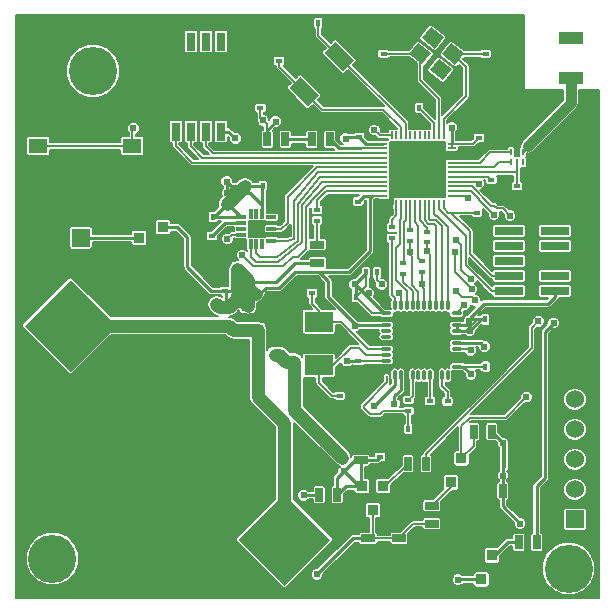
<source format=gtl>
G04 (created by PCBNEW (2013-07-07 BZR 4022)-stable) date Mon 15 Dec 2014 10:20:57 PM EET*
%MOIN*%
G04 Gerber Fmt 3.4, Leading zero omitted, Abs format*
%FSLAX34Y34*%
G01*
G70*
G90*
G04 APERTURE LIST*
%ADD10C,0.006*%
%ADD11R,0.0610236X0.0511811*%
%ADD12R,0.036X0.036*%
%ADD13R,0.03X0.06*%
%ADD14R,0.025X0.045*%
%ADD15R,0.045X0.025*%
%ADD16R,0.0236X0.0157*%
%ADD17R,0.0157X0.0236*%
%ADD18O,0.0110236X0.0334646*%
%ADD19R,0.163386X0.163386*%
%ADD20O,0.0334646X0.0110236*%
%ADD21R,0.06X0.06*%
%ADD22C,0.06*%
%ADD23R,0.0944882X0.0299213*%
%ADD24R,0.0320079X0.0120079*%
%ADD25R,0.0120079X0.0320079*%
%ADD26R,0.00984252X0.0216535*%
%ADD27R,0.0787X0.0394*%
%ADD28R,0.0944882X0.0669291*%
%ADD29C,0.314961*%
%ADD30C,0.0244094*%
%ADD31R,0.0275591X0.00885827*%
%ADD32R,0.00885827X0.0275591*%
%ADD33R,0.181102X0.181102*%
%ADD34C,0.16*%
%ADD35C,0.01*%
%ADD36C,0.0442913*%
%ADD37C,0.0352756*%
%ADD38C,0.00598425*%
G04 APERTURE END LIST*
G54D10*
G54D11*
X84285Y-50385D03*
X81155Y-50385D03*
X84285Y-48614D03*
X81155Y-48614D03*
G54D12*
X85313Y-51323D03*
X85313Y-52023D03*
X84513Y-51673D03*
X88130Y-53954D03*
X88830Y-53954D03*
X88480Y-54754D03*
X95579Y-62261D03*
X96279Y-62261D03*
X95929Y-63061D03*
X95613Y-59829D03*
X94913Y-59829D03*
X95263Y-59029D03*
X91961Y-59958D03*
X92661Y-59958D03*
X92311Y-60758D03*
G54D13*
X87240Y-45134D03*
X86740Y-45134D03*
X86240Y-45134D03*
X85740Y-45134D03*
X87240Y-48134D03*
X86740Y-48134D03*
X86240Y-48134D03*
X85740Y-48134D03*
G54D14*
X90268Y-48393D03*
X90868Y-48393D03*
X93479Y-59204D03*
X94079Y-59204D03*
X96268Y-58141D03*
X95668Y-58141D03*
G54D15*
X94271Y-61209D03*
X94271Y-60609D03*
X92161Y-61696D03*
X92161Y-62296D03*
X90460Y-52504D03*
X90460Y-51904D03*
X91905Y-59083D03*
X91905Y-58483D03*
X93181Y-61688D03*
X93181Y-62288D03*
G54D14*
X88783Y-48393D03*
X89383Y-48393D03*
X96644Y-60106D03*
X97244Y-60106D03*
X91118Y-60240D03*
X90518Y-60240D03*
X97168Y-61822D03*
X97768Y-61822D03*
G54D16*
X94218Y-57115D03*
X94218Y-57469D03*
X93493Y-57441D03*
X93493Y-57087D03*
G54D17*
X93492Y-58053D03*
X93846Y-58053D03*
G54D16*
X93328Y-52511D03*
X93328Y-52865D03*
X94127Y-51473D03*
X94127Y-51827D03*
X93552Y-51428D03*
X93552Y-51782D03*
X93931Y-52446D03*
X93931Y-52800D03*
G54D17*
X88631Y-49953D03*
X88985Y-49953D03*
G54D16*
X86948Y-51616D03*
X86948Y-51970D03*
G54D17*
X86985Y-50983D03*
X86631Y-50983D03*
X96693Y-59236D03*
X97047Y-59236D03*
G54D16*
X92551Y-58976D03*
X92551Y-58622D03*
X91824Y-50465D03*
X91824Y-50819D03*
X97116Y-49952D03*
X97116Y-50306D03*
X90448Y-51098D03*
X90448Y-50744D03*
X95849Y-48334D03*
X95849Y-47980D03*
X87374Y-53440D03*
X87374Y-53086D03*
X96068Y-45905D03*
X96068Y-45551D03*
X92668Y-45895D03*
X92668Y-45541D03*
X95779Y-50830D03*
X95779Y-51184D03*
G54D17*
X93856Y-47352D03*
X93502Y-47352D03*
G54D16*
X89188Y-45426D03*
X89188Y-45780D03*
G54D17*
X90136Y-44523D03*
X90490Y-44523D03*
G54D16*
X96263Y-49752D03*
X96263Y-50106D03*
G54D17*
X91735Y-53638D03*
X91381Y-53638D03*
G54D16*
X91848Y-48305D03*
X91848Y-47951D03*
X88558Y-47340D03*
X88558Y-46986D03*
X91808Y-56135D03*
X91808Y-55781D03*
X94799Y-57129D03*
X94799Y-57483D03*
X90283Y-53515D03*
X90283Y-53161D03*
X91200Y-57295D03*
X91200Y-56941D03*
G54D17*
X96063Y-55968D03*
X96417Y-55968D03*
X96043Y-54394D03*
X96397Y-54394D03*
G54D16*
X92944Y-51683D03*
X92944Y-51329D03*
G54D17*
X92091Y-52828D03*
X92445Y-52828D03*
G54D18*
X93237Y-56253D03*
G54D19*
X93926Y-55082D03*
G54D18*
X93040Y-56253D03*
X93434Y-56253D03*
X93631Y-56253D03*
X93828Y-56253D03*
X94024Y-56253D03*
X94221Y-56253D03*
X94418Y-56253D03*
X94615Y-56253D03*
X94812Y-56253D03*
G54D20*
X95097Y-55968D03*
X95097Y-55771D03*
X95097Y-55574D03*
X95097Y-55377D03*
X95097Y-55180D03*
X95097Y-54984D03*
X95097Y-54787D03*
X95097Y-54590D03*
X95097Y-54393D03*
X95097Y-54196D03*
G54D18*
X94812Y-53911D03*
X94615Y-53911D03*
X94418Y-53911D03*
X94221Y-53911D03*
X94024Y-53911D03*
X93828Y-53911D03*
X93631Y-53911D03*
X93434Y-53911D03*
X93237Y-53911D03*
X93040Y-53911D03*
G54D20*
X92755Y-54196D03*
X92755Y-54393D03*
X92755Y-54590D03*
X92755Y-54787D03*
X92755Y-54984D03*
X92755Y-55180D03*
X92755Y-55377D03*
X92755Y-55574D03*
X92755Y-55771D03*
X92755Y-55968D03*
G54D21*
X82578Y-51673D03*
G54D22*
X81578Y-51673D03*
G54D21*
X99043Y-61062D03*
G54D22*
X99043Y-60062D03*
X99043Y-59062D03*
X99043Y-58062D03*
X99043Y-57062D03*
X99043Y-56062D03*
G54D23*
X98381Y-52448D03*
X98381Y-51948D03*
X98381Y-51448D03*
X98381Y-53448D03*
X98381Y-52948D03*
X96846Y-51448D03*
X96846Y-51948D03*
X96846Y-52448D03*
X96846Y-52948D03*
X96846Y-53448D03*
G54D24*
X87926Y-50984D03*
X87926Y-51181D03*
X87926Y-51378D03*
X87926Y-51575D03*
X87926Y-51772D03*
G54D25*
X88231Y-51880D03*
X88428Y-51880D03*
X88625Y-51880D03*
G54D24*
X88930Y-51772D03*
X88930Y-51575D03*
X88930Y-51378D03*
X88930Y-51181D03*
X88930Y-50984D03*
G54D25*
X88625Y-50876D03*
X88428Y-50876D03*
X88231Y-50876D03*
G54D26*
X97313Y-48821D03*
X97116Y-48821D03*
X96919Y-48821D03*
X96919Y-49155D03*
X97116Y-49155D03*
X97313Y-49155D03*
G54D27*
X98901Y-46342D03*
X98901Y-45004D03*
G54D28*
X90511Y-55929D03*
X90511Y-54472D03*
G54D10*
G36*
X89894Y-46313D02*
X90506Y-46926D01*
X90145Y-47288D01*
X89532Y-46675D01*
X89894Y-46313D01*
X89894Y-46313D01*
G37*
G36*
X91063Y-45144D02*
X91676Y-45757D01*
X91314Y-46118D01*
X90701Y-45506D01*
X91063Y-45144D01*
X91063Y-45144D01*
G37*
G36*
X95348Y-45529D02*
X95057Y-45902D01*
X94623Y-45562D01*
X94913Y-45190D01*
X95348Y-45529D01*
X95348Y-45529D01*
G37*
G36*
X94665Y-44996D02*
X94374Y-45368D01*
X93940Y-45029D01*
X94231Y-44657D01*
X94665Y-44996D01*
X94665Y-44996D01*
G37*
G36*
X94253Y-45524D02*
X93962Y-45896D01*
X93528Y-45556D01*
X93819Y-45184D01*
X94253Y-45524D01*
X94253Y-45524D01*
G37*
G36*
X94936Y-46057D02*
X94645Y-46429D01*
X94211Y-46090D01*
X94501Y-45717D01*
X94936Y-46057D01*
X94936Y-46057D01*
G37*
G54D29*
X85799Y-58169D03*
G54D10*
G36*
X89362Y-60201D02*
X90893Y-61732D01*
X89362Y-63263D01*
X87831Y-61732D01*
X89362Y-60201D01*
X89362Y-60201D01*
G37*
G36*
X82235Y-53074D02*
X83766Y-54605D01*
X82235Y-56137D01*
X80704Y-54605D01*
X82235Y-53074D01*
X82235Y-53074D01*
G37*
G54D30*
X97185Y-46870D03*
X97185Y-46594D03*
X97185Y-46318D03*
X97185Y-46043D03*
X97185Y-45748D03*
X97185Y-45413D03*
X97185Y-45059D03*
X97185Y-44685D03*
X97165Y-44429D03*
X97460Y-46909D03*
X97755Y-46909D03*
X98070Y-46909D03*
X98385Y-46909D03*
X99370Y-46909D03*
X99645Y-46909D03*
X98248Y-47185D03*
X98051Y-47381D03*
X97795Y-47637D03*
X97578Y-47854D03*
X97381Y-48051D03*
X97165Y-48267D03*
X97755Y-48996D03*
X97972Y-48799D03*
X98208Y-48562D03*
X98444Y-48326D03*
X98681Y-48090D03*
X98917Y-47854D03*
X99153Y-47618D03*
X99350Y-47381D03*
X99370Y-47145D03*
X92539Y-51200D03*
X92535Y-51606D03*
X92539Y-52259D03*
X91877Y-51559D03*
X91763Y-52106D03*
X91425Y-52448D03*
X90850Y-50885D03*
X90822Y-51448D03*
X96011Y-46389D03*
X95893Y-46929D03*
X95905Y-47523D03*
X96755Y-47283D03*
X96661Y-48090D03*
X95885Y-48712D03*
X95429Y-48838D03*
X96496Y-48413D03*
X95366Y-47692D03*
X96543Y-46598D03*
X94905Y-46724D03*
X93228Y-47039D03*
X93381Y-46629D03*
X92503Y-46342D03*
X93129Y-46220D03*
X92870Y-46610D03*
X91811Y-46850D03*
X90921Y-46669D03*
X90169Y-45429D03*
X89799Y-45799D03*
X91011Y-44578D03*
X91771Y-44590D03*
X92559Y-44740D03*
X93409Y-44688D03*
X89129Y-44590D03*
X88208Y-44740D03*
X88031Y-45551D03*
X85149Y-44759D03*
X84208Y-45330D03*
X84629Y-45929D03*
X80818Y-46740D03*
X83779Y-44598D03*
X83039Y-44669D03*
X83551Y-47444D03*
X84133Y-46846D03*
X84448Y-47326D03*
X81870Y-47354D03*
X81059Y-47291D03*
X84629Y-44818D03*
X89173Y-47220D03*
X87779Y-46484D03*
X87795Y-47370D03*
X84921Y-49192D03*
X85822Y-49543D03*
X84720Y-49917D03*
X85295Y-49763D03*
X85141Y-48641D03*
X86570Y-49940D03*
X86185Y-50543D03*
X84968Y-50641D03*
X80850Y-49590D03*
X80669Y-51133D03*
X80791Y-52696D03*
X83236Y-52708D03*
X84161Y-52996D03*
X84196Y-51118D03*
X85633Y-58948D03*
X86248Y-58822D03*
X86602Y-58259D03*
X86421Y-57681D03*
X85338Y-57492D03*
X85015Y-57830D03*
X85023Y-58295D03*
X85240Y-58724D03*
X85929Y-57385D03*
X85007Y-56980D03*
X84448Y-57657D03*
X84377Y-58433D03*
X84909Y-59299D03*
X85799Y-59570D03*
X86610Y-59358D03*
X87157Y-58677D03*
X87240Y-57992D03*
X87066Y-57464D03*
X86763Y-57086D03*
X86370Y-56834D03*
X85917Y-56724D03*
X85429Y-56767D03*
X84681Y-57251D03*
X91240Y-61169D03*
X93031Y-61019D03*
X94409Y-61940D03*
X94440Y-62385D03*
X95370Y-61078D03*
X96212Y-60933D03*
X96673Y-61425D03*
X95055Y-61996D03*
X90944Y-63389D03*
X96539Y-63389D03*
X96913Y-62759D03*
X97574Y-62909D03*
X99641Y-61838D03*
X98220Y-61618D03*
X97566Y-59248D03*
X97551Y-59625D03*
X95838Y-61251D03*
X95118Y-61551D03*
X95988Y-59051D03*
X98259Y-60051D03*
X84039Y-59850D03*
X85094Y-60181D03*
X83401Y-59055D03*
X97649Y-55948D03*
X97645Y-56421D03*
X99374Y-54433D03*
X99389Y-52409D03*
X98559Y-49736D03*
X99118Y-48893D03*
X99259Y-50681D03*
X99330Y-49594D03*
X91885Y-54255D03*
X89649Y-55251D03*
X90240Y-56921D03*
X92330Y-57858D03*
X94318Y-58015D03*
X91078Y-57846D03*
X92681Y-57870D03*
X91055Y-56531D03*
X91649Y-56704D03*
X89000Y-50350D03*
G54D31*
X92656Y-48537D03*
X92656Y-48694D03*
X92656Y-48852D03*
X92656Y-49009D03*
X92656Y-49167D03*
X92656Y-49324D03*
X92656Y-49482D03*
X92656Y-49639D03*
X92656Y-49797D03*
X92656Y-49954D03*
X92656Y-50112D03*
X92656Y-50269D03*
X94940Y-49009D03*
X94940Y-48852D03*
X94940Y-48694D03*
X94940Y-48537D03*
G54D32*
X93562Y-50545D03*
X93719Y-50545D03*
X93877Y-50545D03*
X94034Y-50545D03*
X94192Y-50545D03*
X94349Y-50545D03*
X94507Y-50545D03*
X94664Y-50545D03*
G54D33*
X93798Y-49403D03*
G54D32*
X92932Y-50545D03*
X93089Y-50545D03*
X93247Y-50545D03*
X93404Y-50545D03*
G54D31*
X94940Y-50269D03*
X94940Y-50112D03*
X94940Y-49954D03*
X94940Y-49797D03*
X94940Y-49639D03*
X94940Y-49482D03*
X94940Y-49324D03*
X94940Y-49167D03*
G54D32*
X94664Y-48261D03*
X94507Y-48261D03*
X94349Y-48261D03*
X94192Y-48261D03*
X94034Y-48261D03*
X93877Y-48261D03*
X93719Y-48261D03*
X93562Y-48261D03*
X93404Y-48261D03*
X93247Y-48261D03*
X93089Y-48261D03*
X92932Y-48261D03*
G54D34*
X82980Y-46110D03*
X98838Y-62700D03*
X81629Y-62370D03*
G54D30*
X95358Y-53909D03*
X95480Y-50330D03*
X92607Y-53225D03*
X93196Y-53523D03*
X95035Y-52141D03*
X95602Y-53385D03*
X94127Y-52129D03*
X95066Y-51744D03*
X95578Y-53059D03*
X93552Y-52157D03*
X95716Y-53751D03*
X95074Y-53437D03*
X93931Y-53204D03*
X96881Y-50940D03*
X97830Y-54452D03*
X95842Y-49866D03*
X98338Y-54515D03*
X96346Y-50909D03*
X97425Y-56984D03*
X87460Y-51716D03*
X87944Y-52244D03*
X84326Y-48027D03*
X92354Y-48082D03*
X88648Y-47753D03*
X94940Y-48000D03*
X89065Y-47798D03*
X88751Y-49488D03*
X88366Y-49488D03*
X89484Y-49594D03*
X90885Y-50460D03*
X91850Y-51212D03*
X92472Y-50799D03*
X87228Y-63468D03*
X85799Y-58169D03*
X85535Y-50381D03*
X90673Y-57448D03*
X89460Y-51519D03*
X86889Y-52862D03*
X89389Y-54389D03*
X96023Y-55299D03*
X95566Y-55421D03*
X93023Y-57204D03*
X90000Y-60251D03*
X95145Y-63074D03*
X92338Y-57279D03*
X90448Y-62893D03*
X87448Y-50173D03*
X87440Y-49803D03*
X92165Y-53519D03*
X89047Y-55574D03*
X88405Y-53539D03*
X95527Y-54440D03*
X87787Y-52720D03*
X87795Y-53409D03*
X96644Y-58527D03*
X91287Y-59007D03*
X89362Y-55846D03*
X89692Y-55803D03*
X91708Y-53228D03*
X96644Y-59598D03*
X91342Y-59460D03*
X97216Y-61200D03*
X91708Y-54610D03*
X91405Y-48366D03*
X87724Y-48362D03*
X87448Y-50551D03*
X88149Y-53334D03*
X95535Y-54779D03*
X95582Y-56224D03*
X87090Y-53893D03*
X91448Y-55783D03*
X87511Y-53988D03*
G54D10*
X93247Y-50545D02*
X93247Y-51045D01*
X93434Y-53446D02*
X93434Y-53911D01*
X93066Y-53078D02*
X93434Y-53446D01*
X93066Y-52014D02*
X93066Y-53078D01*
X93214Y-51866D02*
X93066Y-52014D01*
X93214Y-51078D02*
X93214Y-51866D01*
X93247Y-51045D02*
X93214Y-51078D01*
X92944Y-51329D02*
X92944Y-51069D01*
X93089Y-50924D02*
X93089Y-50545D01*
X92944Y-51069D02*
X93089Y-50924D01*
X94349Y-50545D02*
X94349Y-50893D01*
X94812Y-51304D02*
X94812Y-53911D01*
X94460Y-50952D02*
X94812Y-51304D01*
X94408Y-50952D02*
X94460Y-50952D01*
X94349Y-50893D02*
X94408Y-50952D01*
X94192Y-50545D02*
X94192Y-51052D01*
X94615Y-51285D02*
X94615Y-53911D01*
X94404Y-51074D02*
X94615Y-51285D01*
X94214Y-51074D02*
X94404Y-51074D01*
X94192Y-51052D02*
X94214Y-51074D01*
X94940Y-50269D02*
X95419Y-50269D01*
X95097Y-54170D02*
X95097Y-54196D01*
X95358Y-53909D02*
X95097Y-54170D01*
X95419Y-50269D02*
X95480Y-50330D01*
X94034Y-50545D02*
X94034Y-51072D01*
X94418Y-51268D02*
X94418Y-53911D01*
X94348Y-51198D02*
X94418Y-51268D01*
X94160Y-51198D02*
X94348Y-51198D01*
X94034Y-51072D02*
X94160Y-51198D01*
X93237Y-53911D02*
X93237Y-53564D01*
X92445Y-53063D02*
X92445Y-52828D01*
X92607Y-53225D02*
X92445Y-53063D01*
X93237Y-53564D02*
X93196Y-53523D01*
X95035Y-52818D02*
X95035Y-52141D01*
X95602Y-53385D02*
X95035Y-52818D01*
X94127Y-51827D02*
X94127Y-52129D01*
X94127Y-52129D02*
X94127Y-52153D01*
X94201Y-53890D02*
X94221Y-53911D01*
X94201Y-52227D02*
X94201Y-53890D01*
X94127Y-52153D02*
X94201Y-52227D01*
X95251Y-51929D02*
X95066Y-51744D01*
X95251Y-52732D02*
X95251Y-51929D01*
X95578Y-53059D02*
X95251Y-52732D01*
X93552Y-51782D02*
X93552Y-52157D01*
X93552Y-52157D02*
X93552Y-52244D01*
X93828Y-53467D02*
X93828Y-53911D01*
X93598Y-53237D02*
X93828Y-53467D01*
X93598Y-52290D02*
X93598Y-53237D01*
X93552Y-52244D02*
X93598Y-52290D01*
X95618Y-53653D02*
X95716Y-53751D01*
X95291Y-53653D02*
X95618Y-53653D01*
X95074Y-53437D02*
X95291Y-53653D01*
X93931Y-52800D02*
X93931Y-53204D01*
X93931Y-53204D02*
X93931Y-53275D01*
X94024Y-53368D02*
X94024Y-53911D01*
X93931Y-53275D02*
X94024Y-53368D01*
X93328Y-52865D02*
X93328Y-53152D01*
X93631Y-53455D02*
X93631Y-53911D01*
X93328Y-53152D02*
X93631Y-53455D01*
X94940Y-49324D02*
X96345Y-49324D01*
X96514Y-49155D02*
X96919Y-49155D01*
X96345Y-49324D02*
X96514Y-49155D01*
X94940Y-49167D02*
X95879Y-49167D01*
X96225Y-48821D02*
X96919Y-48821D01*
X95879Y-49167D02*
X96225Y-48821D01*
X94079Y-59204D02*
X94079Y-58888D01*
X95600Y-49954D02*
X94940Y-49954D01*
X96248Y-50602D02*
X95600Y-49954D01*
X96346Y-50602D02*
X96248Y-50602D01*
X96440Y-50696D02*
X96346Y-50602D01*
X96637Y-50696D02*
X96440Y-50696D01*
X96881Y-50940D02*
X96637Y-50696D01*
X97606Y-54677D02*
X97830Y-54452D01*
X97606Y-55362D02*
X97606Y-54677D01*
X94079Y-58888D02*
X97606Y-55362D01*
X92656Y-49009D02*
X86627Y-49009D01*
X86240Y-48622D02*
X86240Y-48134D01*
X86627Y-49009D02*
X86240Y-48622D01*
X92656Y-49167D02*
X86296Y-49167D01*
X85740Y-48611D02*
X85740Y-48134D01*
X86296Y-49167D02*
X85740Y-48611D01*
X92656Y-48852D02*
X86970Y-48852D01*
X86740Y-48622D02*
X86740Y-48134D01*
X86970Y-48852D02*
X86740Y-48622D01*
X92656Y-49324D02*
X90454Y-49324D01*
X89261Y-51378D02*
X88930Y-51378D01*
X89465Y-51174D02*
X89261Y-51378D01*
X89465Y-50313D02*
X89465Y-51174D01*
X90454Y-49324D02*
X89465Y-50313D01*
X92656Y-49482D02*
X90485Y-49482D01*
X89454Y-51772D02*
X88930Y-51772D01*
X89688Y-51703D02*
X89454Y-51772D01*
X89688Y-50444D02*
X89688Y-51703D01*
X90485Y-49482D02*
X89688Y-50444D01*
X92656Y-50112D02*
X90757Y-50112D01*
X90448Y-50421D02*
X90448Y-50744D01*
X90757Y-50112D02*
X90448Y-50421D01*
G54D35*
X97768Y-61822D02*
X97768Y-59948D01*
X98047Y-54807D02*
X98338Y-54515D01*
X98047Y-59669D02*
X98047Y-54807D01*
X97768Y-59948D02*
X98047Y-59669D01*
G54D10*
X95773Y-49797D02*
X94940Y-49797D01*
X95842Y-49866D02*
X95773Y-49797D01*
X98338Y-54519D02*
X98338Y-54515D01*
X95263Y-59029D02*
X95263Y-57944D01*
X95576Y-50112D02*
X94940Y-50112D01*
X95842Y-50377D02*
X95576Y-50112D01*
X95842Y-50405D02*
X95842Y-50377D01*
X96346Y-50909D02*
X95842Y-50405D01*
X96736Y-57673D02*
X97425Y-56984D01*
X95535Y-57673D02*
X96736Y-57673D01*
X95263Y-57944D02*
X95535Y-57673D01*
X95668Y-58141D02*
X95668Y-58624D01*
X95668Y-58624D02*
X95263Y-59029D01*
X92656Y-49639D02*
X90545Y-49639D01*
X88428Y-52190D02*
X88428Y-51880D01*
X88552Y-52314D02*
X88428Y-52190D01*
X89102Y-52314D02*
X88552Y-52314D01*
X89816Y-51773D02*
X89102Y-52314D01*
X89816Y-50541D02*
X89816Y-51773D01*
X90545Y-49639D02*
X89816Y-50541D01*
X92656Y-49954D02*
X90734Y-49954D01*
X87601Y-51575D02*
X87926Y-51575D01*
X87460Y-51716D02*
X87601Y-51575D01*
X88322Y-52622D02*
X87944Y-52244D01*
X89314Y-52622D02*
X88322Y-52622D01*
X89633Y-52303D02*
X89314Y-52622D01*
X89811Y-52303D02*
X89633Y-52303D01*
X90082Y-52031D02*
X89811Y-52303D01*
X90082Y-50653D02*
X90082Y-52031D01*
X90248Y-50488D02*
X90082Y-50653D01*
X90248Y-50440D02*
X90248Y-50488D01*
X90734Y-49954D02*
X90248Y-50440D01*
X92656Y-49797D02*
X90604Y-49797D01*
X88231Y-52311D02*
X88231Y-51880D01*
X88398Y-52478D02*
X88231Y-52311D01*
X89158Y-52478D02*
X88398Y-52478D01*
X89959Y-51822D02*
X89158Y-52478D01*
X89959Y-50587D02*
X89959Y-51822D01*
X90604Y-49797D02*
X89959Y-50587D01*
X92932Y-48261D02*
X92533Y-48261D01*
X84285Y-48068D02*
X84285Y-48614D01*
X84326Y-48027D02*
X84285Y-48068D01*
X92533Y-48261D02*
X92354Y-48082D01*
X81155Y-48614D02*
X84285Y-48614D01*
X96846Y-52948D02*
X96287Y-52948D01*
X94870Y-50830D02*
X94870Y-50830D01*
X94921Y-50830D02*
X94870Y-50830D01*
X95547Y-51456D02*
X94921Y-50830D01*
X95547Y-52208D02*
X95547Y-51456D01*
X96287Y-52948D02*
X95547Y-52208D01*
X94664Y-50545D02*
X94664Y-50668D01*
X94826Y-50830D02*
X94870Y-50830D01*
X94870Y-50830D02*
X95779Y-50830D01*
X94664Y-50668D02*
X94826Y-50830D01*
X94507Y-50545D02*
X94507Y-50700D01*
X96275Y-53448D02*
X96846Y-53448D01*
X95409Y-52582D02*
X96275Y-53448D01*
X95409Y-51602D02*
X95409Y-52582D01*
X94507Y-50700D02*
X95409Y-51602D01*
X94940Y-49482D02*
X97074Y-49482D01*
X97074Y-49482D02*
X97116Y-49440D01*
X97116Y-49952D02*
X97116Y-49440D01*
X97116Y-49440D02*
X97116Y-49155D01*
X94940Y-48694D02*
X94940Y-48537D01*
G54D35*
X94940Y-48537D02*
X94940Y-48000D01*
X94940Y-48000D02*
X94940Y-48000D01*
X88783Y-48080D02*
X88783Y-48393D01*
X89065Y-47798D02*
X88783Y-48080D01*
G54D10*
X88783Y-48393D02*
X88783Y-47888D01*
X88783Y-47888D02*
X88648Y-47753D01*
X88648Y-47753D02*
X88558Y-47663D01*
X88558Y-47663D02*
X88558Y-47340D01*
X94940Y-48537D02*
X95646Y-48537D01*
X95646Y-48537D02*
X95849Y-48334D01*
X98051Y-47381D02*
X98248Y-47185D01*
X98248Y-47185D02*
X98248Y-47047D01*
X98248Y-47047D02*
X98385Y-46909D01*
X98385Y-46909D02*
X98070Y-46909D01*
X98070Y-46909D02*
X97755Y-46909D01*
X97755Y-46909D02*
X97460Y-46909D01*
X97460Y-46909D02*
X97421Y-46870D01*
X97421Y-46870D02*
X97185Y-46870D01*
X97185Y-46870D02*
X97185Y-46594D01*
X97185Y-46594D02*
X97185Y-46318D01*
X97185Y-46318D02*
X97185Y-46043D01*
X97185Y-46043D02*
X97185Y-45748D01*
X97185Y-45748D02*
X97185Y-45413D01*
X97185Y-45413D02*
X97185Y-45059D01*
X97185Y-45059D02*
X97185Y-44685D01*
X97185Y-44685D02*
X97165Y-44665D01*
X97165Y-44665D02*
X97165Y-44429D01*
X98051Y-47381D02*
X96447Y-47381D01*
X96447Y-47381D02*
X95849Y-47980D01*
X97100Y-46600D02*
X96763Y-46600D01*
X96763Y-46600D02*
X96068Y-45905D01*
X92755Y-55968D02*
X93040Y-55968D01*
X93040Y-55968D02*
X93926Y-55082D01*
X92755Y-54393D02*
X93237Y-54393D01*
X93237Y-54393D02*
X93926Y-55082D01*
X95097Y-55771D02*
X94615Y-55771D01*
X94615Y-55771D02*
X93926Y-55082D01*
X95097Y-55574D02*
X94418Y-55574D01*
X94418Y-55574D02*
X93926Y-55082D01*
X95097Y-54984D02*
X94024Y-54984D01*
X94024Y-54984D02*
X93926Y-55082D01*
X95097Y-54393D02*
X94615Y-54393D01*
X94615Y-54393D02*
X93926Y-55082D01*
X92755Y-55180D02*
X93828Y-55180D01*
X93828Y-55180D02*
X93926Y-55082D01*
X88559Y-49480D02*
X88559Y-49488D01*
X88559Y-49480D02*
X88559Y-49488D01*
G54D35*
X87926Y-51772D02*
X87926Y-51876D01*
X87374Y-52429D02*
X87374Y-53086D01*
X87926Y-51876D02*
X87374Y-52429D01*
X89484Y-49594D02*
X89344Y-49594D01*
X89344Y-49594D02*
X88985Y-49953D01*
G54D36*
X91850Y-51212D02*
X91637Y-51212D01*
X89438Y-49548D02*
X88985Y-49548D01*
X89484Y-49594D02*
X89438Y-49548D01*
X91637Y-51212D02*
X90885Y-50460D01*
G54D35*
X92932Y-50545D02*
X92726Y-50545D01*
X91824Y-51186D02*
X91824Y-50819D01*
X91850Y-51212D02*
X91824Y-51186D01*
X92726Y-50545D02*
X92472Y-50799D01*
X94940Y-48852D02*
X94349Y-48852D01*
X94349Y-48852D02*
X93798Y-49403D01*
X94940Y-49009D02*
X94192Y-49009D01*
X94192Y-49009D02*
X93798Y-49403D01*
X92932Y-50545D02*
X92932Y-50269D01*
X92932Y-50269D02*
X93798Y-49403D01*
X88985Y-49953D02*
X88985Y-49548D01*
X86429Y-49488D02*
X85535Y-50381D01*
X88985Y-49548D02*
X88925Y-49488D01*
X88925Y-49488D02*
X88751Y-49488D01*
X88751Y-49488D02*
X88559Y-49488D01*
X88559Y-49488D02*
X88366Y-49488D01*
X88366Y-49488D02*
X86429Y-49488D01*
X85535Y-50381D02*
X86029Y-50381D01*
X86029Y-50381D02*
X86631Y-50983D01*
X85799Y-58169D02*
X85799Y-63007D01*
X86259Y-63468D02*
X87228Y-63468D01*
X85799Y-63007D02*
X86259Y-63468D01*
X84285Y-50385D02*
X85531Y-50385D01*
X85531Y-50385D02*
X85535Y-50381D01*
X90673Y-57448D02*
X90826Y-57295D01*
X90826Y-57295D02*
X91200Y-57295D01*
X89405Y-51575D02*
X89460Y-51519D01*
X88930Y-51575D02*
X89405Y-51575D01*
X88930Y-51181D02*
X89238Y-51181D01*
X89238Y-51181D02*
X89271Y-51148D01*
X89271Y-51148D02*
X89271Y-50239D01*
X89271Y-50239D02*
X88985Y-49953D01*
X81578Y-51673D02*
X81578Y-51866D01*
X85313Y-52418D02*
X85313Y-52023D01*
X85035Y-52696D02*
X85313Y-52418D01*
X82409Y-52696D02*
X85035Y-52696D01*
X81578Y-51866D02*
X82409Y-52696D01*
G54D10*
X81155Y-50385D02*
X84285Y-50385D01*
X81578Y-51673D02*
X81578Y-51279D01*
X81155Y-50856D02*
X81155Y-50385D01*
X81578Y-51279D02*
X81155Y-50856D01*
G54D35*
X92755Y-54393D02*
X91850Y-54393D01*
X91381Y-53924D02*
X91381Y-53638D01*
X91850Y-54393D02*
X91381Y-53924D01*
X88830Y-53954D02*
X88954Y-53954D01*
X87114Y-53086D02*
X87374Y-53086D01*
X86889Y-52862D02*
X87114Y-53086D01*
X88954Y-53954D02*
X89389Y-54389D01*
X87374Y-53086D02*
X87350Y-53086D01*
X87350Y-53086D02*
X86948Y-52684D01*
X86948Y-52684D02*
X86948Y-51970D01*
G54D10*
X88830Y-53954D02*
X89167Y-53954D01*
X89960Y-53161D02*
X90283Y-53161D01*
X89167Y-53954D02*
X89960Y-53161D01*
X90511Y-55929D02*
X90511Y-56507D01*
X90945Y-56941D02*
X91200Y-56941D01*
X90511Y-56507D02*
X90945Y-56941D01*
X92755Y-55574D02*
X92074Y-55574D01*
X90984Y-55929D02*
X90511Y-55929D01*
X91578Y-55334D02*
X90984Y-55929D01*
X91834Y-55334D02*
X91578Y-55334D01*
X92074Y-55574D02*
X91834Y-55334D01*
G54D35*
X95097Y-55180D02*
X95905Y-55180D01*
X95905Y-55180D02*
X96023Y-55299D01*
G54D10*
X95905Y-55180D02*
X96023Y-55299D01*
X95523Y-55377D02*
X95566Y-55421D01*
X95523Y-55377D02*
X95097Y-55377D01*
G54D35*
X93023Y-57204D02*
X93023Y-56952D01*
X93023Y-56952D02*
X93237Y-56738D01*
X93237Y-56738D02*
X93237Y-56253D01*
G54D10*
X93237Y-56738D02*
X93237Y-56253D01*
X93023Y-56952D02*
X93237Y-56738D01*
X94218Y-57115D02*
X94218Y-56256D01*
X94218Y-56256D02*
X94221Y-56253D01*
X94913Y-59829D02*
X94913Y-59967D01*
X94913Y-59967D02*
X94271Y-60609D01*
X93040Y-53911D02*
X93040Y-53681D01*
X92944Y-53585D02*
X92944Y-51683D01*
X93040Y-53681D02*
X92944Y-53585D01*
X90511Y-54472D02*
X90511Y-54106D01*
X90283Y-53877D02*
X90283Y-53515D01*
X90511Y-54106D02*
X90283Y-53877D01*
X92755Y-55377D02*
X92157Y-55377D01*
X91251Y-54472D02*
X90511Y-54472D01*
X92157Y-55377D02*
X91251Y-54472D01*
G54D35*
X90518Y-60240D02*
X90011Y-60240D01*
X90011Y-60240D02*
X90000Y-60251D01*
X95929Y-63061D02*
X95159Y-63061D01*
X95159Y-63061D02*
X95145Y-63074D01*
X96279Y-62261D02*
X96372Y-62261D01*
X96811Y-61822D02*
X97168Y-61822D01*
X96372Y-62261D02*
X96811Y-61822D01*
G54D10*
X96379Y-62161D02*
X96279Y-62261D01*
X92661Y-59958D02*
X92725Y-59958D01*
X92725Y-59958D02*
X93479Y-59204D01*
X94349Y-48261D02*
X94349Y-47845D01*
X94349Y-47845D02*
X93856Y-47352D01*
X93404Y-50545D02*
X93404Y-51076D01*
X93336Y-52503D02*
X93328Y-52511D01*
X93336Y-51144D02*
X93336Y-52503D01*
X93404Y-51076D02*
X93336Y-51144D01*
X93562Y-50545D02*
X93562Y-51418D01*
X93562Y-51418D02*
X93552Y-51428D01*
X93719Y-50545D02*
X93719Y-51161D01*
X93830Y-52345D02*
X93931Y-52446D01*
X93830Y-51271D02*
X93830Y-52345D01*
X93719Y-51161D02*
X93830Y-51271D01*
X93877Y-50545D02*
X93877Y-51092D01*
X94127Y-51342D02*
X94127Y-51473D01*
X93877Y-51092D02*
X94127Y-51342D01*
X90448Y-51098D02*
X90448Y-51892D01*
X90448Y-51892D02*
X90460Y-51904D01*
G54D36*
X89362Y-61732D02*
X89362Y-57850D01*
X88480Y-56968D02*
X88480Y-54754D01*
X89362Y-57850D02*
X88480Y-56968D01*
X88480Y-54754D02*
X87651Y-54754D01*
X87651Y-54754D02*
X87503Y-54605D01*
X87503Y-54605D02*
X82235Y-54605D01*
G54D35*
X82235Y-54605D02*
X87503Y-54605D01*
X87503Y-54605D02*
X87651Y-54754D01*
X82578Y-51673D02*
X84513Y-51673D01*
G54D10*
X94799Y-57129D02*
X94799Y-56803D01*
X94615Y-56619D02*
X94615Y-56253D01*
X94799Y-56803D02*
X94615Y-56619D01*
X93493Y-57441D02*
X92653Y-57441D01*
X92775Y-56299D02*
X92771Y-56295D01*
X92775Y-56492D02*
X92775Y-56299D01*
X92000Y-57267D02*
X92775Y-56492D01*
X92000Y-57330D02*
X92000Y-57267D01*
X92216Y-57547D02*
X92000Y-57330D01*
X92547Y-57547D02*
X92216Y-57547D01*
X92653Y-57441D02*
X92547Y-57547D01*
X93493Y-57441D02*
X93493Y-58052D01*
X93493Y-58052D02*
X93492Y-58053D01*
G54D35*
X97313Y-48821D02*
X97313Y-48777D01*
G54D37*
X98901Y-47188D02*
X97488Y-48602D01*
X98901Y-47188D02*
X98901Y-46342D01*
G54D35*
X97313Y-48777D02*
X97488Y-48602D01*
X90868Y-48393D02*
X91169Y-48694D01*
X91169Y-48694D02*
X91919Y-48694D01*
G54D10*
X92656Y-48694D02*
X91919Y-48694D01*
X91919Y-48694D02*
X91169Y-48694D01*
G54D35*
X90268Y-48393D02*
X89383Y-48393D01*
G54D10*
X93631Y-56253D02*
X93631Y-56949D01*
X93631Y-56949D02*
X93493Y-57087D01*
G54D35*
X93040Y-56253D02*
X93040Y-56577D01*
X93040Y-56577D02*
X92338Y-57279D01*
G54D10*
X92338Y-57279D02*
X93040Y-56577D01*
G54D35*
X91646Y-61696D02*
X92161Y-61696D01*
X90448Y-62893D02*
X91646Y-61696D01*
G54D10*
X94271Y-61209D02*
X93659Y-61209D01*
X93659Y-61209D02*
X93181Y-61688D01*
X93181Y-61688D02*
X92169Y-61688D01*
X92169Y-61688D02*
X92161Y-61696D01*
X92311Y-60758D02*
X92311Y-61546D01*
X92311Y-61546D02*
X92161Y-61696D01*
X94940Y-49639D02*
X96151Y-49639D01*
X96151Y-49639D02*
X96263Y-49752D01*
G54D35*
X87926Y-51181D02*
X87383Y-51181D01*
X87383Y-51181D02*
X86948Y-51616D01*
G54D10*
X94985Y-45546D02*
X96063Y-45546D01*
X96063Y-45546D02*
X96068Y-45551D01*
X94664Y-48261D02*
X94664Y-47704D01*
X95413Y-45974D02*
X94985Y-45546D01*
X95413Y-46955D02*
X95413Y-45974D01*
X94664Y-47704D02*
X95413Y-46955D01*
X94507Y-48261D02*
X94507Y-47032D01*
X93891Y-46416D02*
X93891Y-45540D01*
X94507Y-47032D02*
X93891Y-46416D01*
X93891Y-45540D02*
X92669Y-45540D01*
X92669Y-45540D02*
X92668Y-45541D01*
X89188Y-45780D02*
X89188Y-45969D01*
X89188Y-45969D02*
X90019Y-46801D01*
X93247Y-48261D02*
X93247Y-47987D01*
X90617Y-47398D02*
X90019Y-46801D01*
X92658Y-47398D02*
X90617Y-47398D01*
X93247Y-47987D02*
X92658Y-47398D01*
X90490Y-44523D02*
X90490Y-44933D01*
X90490Y-44933D02*
X91189Y-45631D01*
X93404Y-48261D02*
X93404Y-47847D01*
X93404Y-47847D02*
X91189Y-45631D01*
G54D35*
X90460Y-52504D02*
X89723Y-52504D01*
X89723Y-52504D02*
X89086Y-53141D01*
X89086Y-53141D02*
X88342Y-53141D01*
X88342Y-53141D02*
X88149Y-53334D01*
G54D10*
X88342Y-53141D02*
X88149Y-53334D01*
X89086Y-53141D02*
X88342Y-53141D01*
X89723Y-52504D02*
X89086Y-53141D01*
G54D35*
X88625Y-50876D02*
X88625Y-50593D01*
X88625Y-50593D02*
X88204Y-50173D01*
X88204Y-50173D02*
X87448Y-50173D01*
X87448Y-50551D02*
X87016Y-50983D01*
G54D36*
X87448Y-50551D02*
X88046Y-49953D01*
G54D35*
X87440Y-49803D02*
X87440Y-50165D01*
X87440Y-50165D02*
X87448Y-50173D01*
X88631Y-49953D02*
X87668Y-49953D01*
X87668Y-49953D02*
X87448Y-50173D01*
X88631Y-49953D02*
X87591Y-49953D01*
X87591Y-49953D02*
X87440Y-49803D01*
X88631Y-49953D02*
X88046Y-49953D01*
G54D36*
X89692Y-55803D02*
X89405Y-55803D01*
X89177Y-55574D02*
X89047Y-55574D01*
X89405Y-55803D02*
X89177Y-55574D01*
G54D35*
X91118Y-60240D02*
X91118Y-59684D01*
X91118Y-59684D02*
X91342Y-59460D01*
X91905Y-59083D02*
X91719Y-59083D01*
X91719Y-59083D02*
X91342Y-59460D01*
G54D36*
X89692Y-55803D02*
X89692Y-57413D01*
X89692Y-57413D02*
X91287Y-59007D01*
X87795Y-53409D02*
X87795Y-52725D01*
X87795Y-52725D02*
X87788Y-52719D01*
X88149Y-53334D02*
X88149Y-53080D01*
X88149Y-53080D02*
X87788Y-52719D01*
X87788Y-52719D02*
X87787Y-52720D01*
X88405Y-53539D02*
X88354Y-53539D01*
X88354Y-53539D02*
X88149Y-53334D01*
X87511Y-53988D02*
X87185Y-53988D01*
X87185Y-53988D02*
X87090Y-53893D01*
X88149Y-53334D02*
X88149Y-53935D01*
X88149Y-53935D02*
X87795Y-53580D01*
X87795Y-53580D02*
X87795Y-53704D01*
X87795Y-53704D02*
X87511Y-53988D01*
G54D35*
X96043Y-54394D02*
X95920Y-54394D01*
X95920Y-54394D02*
X95535Y-54779D01*
X96043Y-54394D02*
X95574Y-54394D01*
X95574Y-54394D02*
X95527Y-54440D01*
X95527Y-54440D02*
X95535Y-54440D01*
X95535Y-54440D02*
X95527Y-54440D01*
X95527Y-54440D02*
X95535Y-54440D01*
X95097Y-54787D02*
X95097Y-54590D01*
X95097Y-54590D02*
X95535Y-54590D01*
X95535Y-54590D02*
X95539Y-54586D01*
X95539Y-54586D02*
X95543Y-54586D01*
X95543Y-54586D02*
X95535Y-54586D01*
X87795Y-53409D02*
X88130Y-53744D01*
X88130Y-53744D02*
X88130Y-53954D01*
X96692Y-58850D02*
X96644Y-58850D01*
X96692Y-58850D02*
X96644Y-58850D01*
X91961Y-59958D02*
X91840Y-59958D01*
X91840Y-59958D02*
X91342Y-59460D01*
X91287Y-59007D02*
X89692Y-57413D01*
X92091Y-52828D02*
X92091Y-52845D01*
X92091Y-52845D02*
X91708Y-53228D01*
X91735Y-53638D02*
X91735Y-53255D01*
X91735Y-53255D02*
X91708Y-53228D01*
X92676Y-54196D02*
X92755Y-54196D01*
X91708Y-53228D02*
X92676Y-54196D01*
X91342Y-59460D02*
X91344Y-59462D01*
X91344Y-59462D02*
X91342Y-59464D01*
X91342Y-59464D02*
X91342Y-59460D01*
X96644Y-60106D02*
X96644Y-60629D01*
X96644Y-60629D02*
X97216Y-61200D01*
X96644Y-60106D02*
X96644Y-59598D01*
X96644Y-59598D02*
X96644Y-58850D01*
X96644Y-58850D02*
X96644Y-58527D01*
X96644Y-58527D02*
X96644Y-58518D01*
X96644Y-58518D02*
X96268Y-58141D01*
X96693Y-59236D02*
X96693Y-58566D01*
X96693Y-58566D02*
X96268Y-58141D01*
X91905Y-59083D02*
X92443Y-59083D01*
X92443Y-59083D02*
X92551Y-58976D01*
X91905Y-59083D02*
X91905Y-59902D01*
X91905Y-59902D02*
X91961Y-59958D01*
X91961Y-59958D02*
X91400Y-59958D01*
X91400Y-59958D02*
X91118Y-60240D01*
X91840Y-59958D02*
X91342Y-59460D01*
X91708Y-54610D02*
X91728Y-54590D01*
X91728Y-54590D02*
X91921Y-54590D01*
X91848Y-48305D02*
X91466Y-48305D01*
X91466Y-48305D02*
X91405Y-48366D01*
X91824Y-50465D02*
X92020Y-50269D01*
X92020Y-50269D02*
X92297Y-50269D01*
X92204Y-50409D02*
X92204Y-50362D01*
X92204Y-50362D02*
X92297Y-50269D01*
X90523Y-52811D02*
X91523Y-52811D01*
X92204Y-52129D02*
X92204Y-50409D01*
X92204Y-50409D02*
X92204Y-50405D01*
X91523Y-52811D02*
X92204Y-52129D01*
G54D10*
X92091Y-52828D02*
X92091Y-53282D01*
X92091Y-53282D02*
X91735Y-53638D01*
G54D35*
X98381Y-53448D02*
X98381Y-53645D01*
X98381Y-53645D02*
X98161Y-53866D01*
X98161Y-53866D02*
X96011Y-53866D01*
X96011Y-53866D02*
X95535Y-54342D01*
X95535Y-54342D02*
X95535Y-54440D01*
X95535Y-54440D02*
X95535Y-54586D01*
X95535Y-54586D02*
X95535Y-54779D01*
X87724Y-48362D02*
X87496Y-48134D01*
X87496Y-48134D02*
X87240Y-48134D01*
X87448Y-50551D02*
X87492Y-50551D01*
X87492Y-50551D02*
X87926Y-50984D01*
X88130Y-53954D02*
X88130Y-53063D01*
X88130Y-53063D02*
X87787Y-52720D01*
X87016Y-50983D02*
X86985Y-50983D01*
X88149Y-53334D02*
X87905Y-53334D01*
X87799Y-53440D02*
X87374Y-53440D01*
X87905Y-53334D02*
X87799Y-53440D01*
X95097Y-54787D02*
X95527Y-54787D01*
X95527Y-54787D02*
X95535Y-54779D01*
X88130Y-53353D02*
X88130Y-53551D01*
X88149Y-53334D02*
X88130Y-53353D01*
X88130Y-53551D02*
X88130Y-53954D01*
X87421Y-53846D02*
X87421Y-53488D01*
X87421Y-53488D02*
X87374Y-53440D01*
X87421Y-53846D02*
X87421Y-53846D01*
X87421Y-53846D02*
X87421Y-53897D01*
X87421Y-53897D02*
X87511Y-53988D01*
X95097Y-55968D02*
X95326Y-55968D01*
X95326Y-55968D02*
X95582Y-56224D01*
X87151Y-53954D02*
X87342Y-53954D01*
X87090Y-53893D02*
X87151Y-53954D01*
X87342Y-53954D02*
X87649Y-53954D01*
X87649Y-53954D02*
X87748Y-53954D01*
X87748Y-53954D02*
X88130Y-53954D01*
X91808Y-55781D02*
X91450Y-55781D01*
X91450Y-55781D02*
X91448Y-55783D01*
X87511Y-53988D02*
X87545Y-53954D01*
X87545Y-53954D02*
X88130Y-53954D01*
X92755Y-54590D02*
X91921Y-54590D01*
X91921Y-54590D02*
X91759Y-54590D01*
X90830Y-53118D02*
X90523Y-52811D01*
X90830Y-53661D02*
X90830Y-53118D01*
X91759Y-54590D02*
X90830Y-53661D01*
X90523Y-52811D02*
X89720Y-52811D01*
X89720Y-52811D02*
X89181Y-53350D01*
X89181Y-53350D02*
X88734Y-53350D01*
X88734Y-53350D02*
X88130Y-53954D01*
X92656Y-48537D02*
X92080Y-48537D01*
X92080Y-48537D02*
X91848Y-48305D01*
X87374Y-53440D02*
X86928Y-53440D01*
X86928Y-53440D02*
X86129Y-52641D01*
X86129Y-52641D02*
X86129Y-51661D01*
X86129Y-51661D02*
X85791Y-51323D01*
X85791Y-51323D02*
X85313Y-51323D01*
G54D10*
X92656Y-50269D02*
X92297Y-50269D01*
X92297Y-50269D02*
X92020Y-50269D01*
G54D35*
X87926Y-50984D02*
X86986Y-50984D01*
G54D10*
X86986Y-50984D02*
X86985Y-50983D01*
G54D35*
X88625Y-50876D02*
X88625Y-49959D01*
G54D10*
X88625Y-49959D02*
X88631Y-49953D01*
X91808Y-55781D02*
X92745Y-55781D01*
X92745Y-55781D02*
X92755Y-55771D01*
X96063Y-55968D02*
X95097Y-55968D01*
X95097Y-55968D02*
X95097Y-55968D01*
X95097Y-54590D02*
X95597Y-54590D01*
X95597Y-54590D02*
X95770Y-54417D01*
X96043Y-54394D02*
X95793Y-54394D01*
X95793Y-54394D02*
X95770Y-54417D01*
X95770Y-54417D02*
X95400Y-54787D01*
X95400Y-54787D02*
X95097Y-54787D01*
X92755Y-54196D02*
X92293Y-54196D01*
X92293Y-54196D02*
X91735Y-53638D01*
G36*
X91824Y-55214D02*
X91578Y-55214D01*
X91532Y-55223D01*
X91493Y-55249D01*
X91493Y-55249D01*
X91074Y-55669D01*
X91074Y-55576D01*
X91060Y-55543D01*
X91035Y-55518D01*
X91002Y-55504D01*
X90966Y-55504D01*
X90021Y-55504D01*
X89988Y-55518D01*
X89963Y-55543D01*
X89949Y-55576D01*
X89949Y-55612D01*
X89949Y-55637D01*
X89913Y-55582D01*
X89812Y-55515D01*
X89692Y-55491D01*
X89534Y-55491D01*
X89397Y-55354D01*
X89296Y-55287D01*
X89177Y-55263D01*
X89047Y-55263D01*
X88928Y-55287D01*
X88827Y-55354D01*
X88791Y-55407D01*
X88791Y-54754D01*
X88767Y-54635D01*
X88750Y-54608D01*
X88750Y-54556D01*
X88736Y-54523D01*
X88711Y-54498D01*
X88678Y-54484D01*
X88642Y-54484D01*
X88626Y-54484D01*
X88599Y-54466D01*
X88480Y-54442D01*
X87780Y-54442D01*
X87723Y-54385D01*
X87622Y-54318D01*
X87520Y-54297D01*
X87630Y-54275D01*
X87731Y-54208D01*
X87846Y-54094D01*
X87860Y-54094D01*
X87860Y-54152D01*
X87874Y-54185D01*
X87899Y-54210D01*
X87932Y-54224D01*
X87968Y-54224D01*
X88038Y-54224D01*
X88149Y-54246D01*
X88260Y-54224D01*
X88328Y-54224D01*
X88361Y-54210D01*
X88386Y-54185D01*
X88400Y-54152D01*
X88400Y-54116D01*
X88400Y-54109D01*
X88437Y-54054D01*
X88460Y-53935D01*
X88460Y-53839D01*
X88524Y-53827D01*
X88625Y-53759D01*
X88693Y-53658D01*
X88710Y-53572D01*
X88792Y-53490D01*
X89181Y-53490D01*
X89234Y-53479D01*
X89280Y-53449D01*
X89778Y-52950D01*
X90465Y-52950D01*
X90690Y-53176D01*
X90690Y-53661D01*
X90701Y-53714D01*
X90731Y-53760D01*
X91031Y-54060D01*
X91002Y-54047D01*
X90966Y-54047D01*
X90614Y-54047D01*
X90596Y-54021D01*
X90596Y-54021D01*
X90403Y-53828D01*
X90403Y-53684D01*
X90419Y-53684D01*
X90452Y-53670D01*
X90477Y-53645D01*
X90491Y-53612D01*
X90491Y-53576D01*
X90491Y-53419D01*
X90477Y-53386D01*
X90452Y-53360D01*
X90419Y-53347D01*
X90383Y-53347D01*
X90147Y-53347D01*
X90114Y-53360D01*
X90089Y-53386D01*
X90075Y-53419D01*
X90075Y-53454D01*
X90075Y-53611D01*
X90089Y-53644D01*
X90114Y-53670D01*
X90147Y-53683D01*
X90163Y-53684D01*
X90163Y-53877D01*
X90172Y-53923D01*
X90198Y-53962D01*
X90283Y-54047D01*
X90021Y-54047D01*
X89988Y-54061D01*
X89963Y-54086D01*
X89949Y-54119D01*
X89949Y-54155D01*
X89949Y-54824D01*
X89963Y-54857D01*
X89988Y-54883D01*
X90021Y-54896D01*
X90057Y-54897D01*
X91002Y-54897D01*
X91035Y-54883D01*
X91060Y-54858D01*
X91074Y-54825D01*
X91074Y-54789D01*
X91074Y-54592D01*
X91202Y-54592D01*
X91824Y-55214D01*
X91824Y-55214D01*
G37*
G54D38*
X91824Y-55214D02*
X91578Y-55214D01*
X91532Y-55223D01*
X91493Y-55249D01*
X91493Y-55249D01*
X91074Y-55669D01*
X91074Y-55576D01*
X91060Y-55543D01*
X91035Y-55518D01*
X91002Y-55504D01*
X90966Y-55504D01*
X90021Y-55504D01*
X89988Y-55518D01*
X89963Y-55543D01*
X89949Y-55576D01*
X89949Y-55612D01*
X89949Y-55637D01*
X89913Y-55582D01*
X89812Y-55515D01*
X89692Y-55491D01*
X89534Y-55491D01*
X89397Y-55354D01*
X89296Y-55287D01*
X89177Y-55263D01*
X89047Y-55263D01*
X88928Y-55287D01*
X88827Y-55354D01*
X88791Y-55407D01*
X88791Y-54754D01*
X88767Y-54635D01*
X88750Y-54608D01*
X88750Y-54556D01*
X88736Y-54523D01*
X88711Y-54498D01*
X88678Y-54484D01*
X88642Y-54484D01*
X88626Y-54484D01*
X88599Y-54466D01*
X88480Y-54442D01*
X87780Y-54442D01*
X87723Y-54385D01*
X87622Y-54318D01*
X87520Y-54297D01*
X87630Y-54275D01*
X87731Y-54208D01*
X87846Y-54094D01*
X87860Y-54094D01*
X87860Y-54152D01*
X87874Y-54185D01*
X87899Y-54210D01*
X87932Y-54224D01*
X87968Y-54224D01*
X88038Y-54224D01*
X88149Y-54246D01*
X88260Y-54224D01*
X88328Y-54224D01*
X88361Y-54210D01*
X88386Y-54185D01*
X88400Y-54152D01*
X88400Y-54116D01*
X88400Y-54109D01*
X88437Y-54054D01*
X88460Y-53935D01*
X88460Y-53839D01*
X88524Y-53827D01*
X88625Y-53759D01*
X88693Y-53658D01*
X88710Y-53572D01*
X88792Y-53490D01*
X89181Y-53490D01*
X89234Y-53479D01*
X89280Y-53449D01*
X89778Y-52950D01*
X90465Y-52950D01*
X90690Y-53176D01*
X90690Y-53661D01*
X90701Y-53714D01*
X90731Y-53760D01*
X91031Y-54060D01*
X91002Y-54047D01*
X90966Y-54047D01*
X90614Y-54047D01*
X90596Y-54021D01*
X90596Y-54021D01*
X90403Y-53828D01*
X90403Y-53684D01*
X90419Y-53684D01*
X90452Y-53670D01*
X90477Y-53645D01*
X90491Y-53612D01*
X90491Y-53576D01*
X90491Y-53419D01*
X90477Y-53386D01*
X90452Y-53360D01*
X90419Y-53347D01*
X90383Y-53347D01*
X90147Y-53347D01*
X90114Y-53360D01*
X90089Y-53386D01*
X90075Y-53419D01*
X90075Y-53454D01*
X90075Y-53611D01*
X90089Y-53644D01*
X90114Y-53670D01*
X90147Y-53683D01*
X90163Y-53684D01*
X90163Y-53877D01*
X90172Y-53923D01*
X90198Y-53962D01*
X90283Y-54047D01*
X90021Y-54047D01*
X89988Y-54061D01*
X89963Y-54086D01*
X89949Y-54119D01*
X89949Y-54155D01*
X89949Y-54824D01*
X89963Y-54857D01*
X89988Y-54883D01*
X90021Y-54896D01*
X90057Y-54897D01*
X91002Y-54897D01*
X91035Y-54883D01*
X91060Y-54858D01*
X91074Y-54825D01*
X91074Y-54789D01*
X91074Y-54592D01*
X91202Y-54592D01*
X91824Y-55214D01*
G54D10*
G36*
X92064Y-52071D02*
X91465Y-52671D01*
X90765Y-52671D01*
X90775Y-52647D01*
X90775Y-52611D01*
X90775Y-52361D01*
X90761Y-52328D01*
X90736Y-52303D01*
X90703Y-52289D01*
X90667Y-52289D01*
X90217Y-52289D01*
X90184Y-52303D01*
X90159Y-52328D01*
X90145Y-52361D01*
X90145Y-52364D01*
X89918Y-52364D01*
X90167Y-52116D01*
X90167Y-52116D01*
X90167Y-52116D01*
X90178Y-52099D01*
X90184Y-52105D01*
X90217Y-52119D01*
X90253Y-52119D01*
X90703Y-52119D01*
X90736Y-52106D01*
X90761Y-52080D01*
X90775Y-52047D01*
X90775Y-52011D01*
X90775Y-51761D01*
X90761Y-51728D01*
X90736Y-51703D01*
X90703Y-51689D01*
X90667Y-51689D01*
X90568Y-51689D01*
X90568Y-51266D01*
X90584Y-51266D01*
X90617Y-51253D01*
X90643Y-51227D01*
X90656Y-51194D01*
X90656Y-51158D01*
X90656Y-51001D01*
X90643Y-50968D01*
X90617Y-50943D01*
X90584Y-50929D01*
X90549Y-50929D01*
X90313Y-50929D01*
X90279Y-50943D01*
X90254Y-50968D01*
X90240Y-51001D01*
X90240Y-51037D01*
X90240Y-51194D01*
X90254Y-51227D01*
X90279Y-51252D01*
X90312Y-51266D01*
X90328Y-51266D01*
X90328Y-51689D01*
X90217Y-51689D01*
X90202Y-51696D01*
X90202Y-50703D01*
X90240Y-50664D01*
X90240Y-50683D01*
X90240Y-50840D01*
X90254Y-50873D01*
X90279Y-50898D01*
X90312Y-50912D01*
X90348Y-50912D01*
X90584Y-50912D01*
X90617Y-50899D01*
X90643Y-50873D01*
X90656Y-50840D01*
X90656Y-50804D01*
X90656Y-50647D01*
X90643Y-50614D01*
X90617Y-50589D01*
X90584Y-50575D01*
X90568Y-50575D01*
X90568Y-50470D01*
X90807Y-50232D01*
X91859Y-50232D01*
X91794Y-50296D01*
X91688Y-50296D01*
X91655Y-50310D01*
X91630Y-50335D01*
X91616Y-50368D01*
X91616Y-50404D01*
X91616Y-50561D01*
X91630Y-50594D01*
X91655Y-50620D01*
X91688Y-50633D01*
X91724Y-50633D01*
X91960Y-50633D01*
X91993Y-50620D01*
X92018Y-50594D01*
X92032Y-50561D01*
X92032Y-50526D01*
X92032Y-50455D01*
X92064Y-50422D01*
X92064Y-52071D01*
X92064Y-52071D01*
G37*
G54D38*
X92064Y-52071D02*
X91465Y-52671D01*
X90765Y-52671D01*
X90775Y-52647D01*
X90775Y-52611D01*
X90775Y-52361D01*
X90761Y-52328D01*
X90736Y-52303D01*
X90703Y-52289D01*
X90667Y-52289D01*
X90217Y-52289D01*
X90184Y-52303D01*
X90159Y-52328D01*
X90145Y-52361D01*
X90145Y-52364D01*
X89918Y-52364D01*
X90167Y-52116D01*
X90167Y-52116D01*
X90167Y-52116D01*
X90178Y-52099D01*
X90184Y-52105D01*
X90217Y-52119D01*
X90253Y-52119D01*
X90703Y-52119D01*
X90736Y-52106D01*
X90761Y-52080D01*
X90775Y-52047D01*
X90775Y-52011D01*
X90775Y-51761D01*
X90761Y-51728D01*
X90736Y-51703D01*
X90703Y-51689D01*
X90667Y-51689D01*
X90568Y-51689D01*
X90568Y-51266D01*
X90584Y-51266D01*
X90617Y-51253D01*
X90643Y-51227D01*
X90656Y-51194D01*
X90656Y-51158D01*
X90656Y-51001D01*
X90643Y-50968D01*
X90617Y-50943D01*
X90584Y-50929D01*
X90549Y-50929D01*
X90313Y-50929D01*
X90279Y-50943D01*
X90254Y-50968D01*
X90240Y-51001D01*
X90240Y-51037D01*
X90240Y-51194D01*
X90254Y-51227D01*
X90279Y-51252D01*
X90312Y-51266D01*
X90328Y-51266D01*
X90328Y-51689D01*
X90217Y-51689D01*
X90202Y-51696D01*
X90202Y-50703D01*
X90240Y-50664D01*
X90240Y-50683D01*
X90240Y-50840D01*
X90254Y-50873D01*
X90279Y-50898D01*
X90312Y-50912D01*
X90348Y-50912D01*
X90584Y-50912D01*
X90617Y-50899D01*
X90643Y-50873D01*
X90656Y-50840D01*
X90656Y-50804D01*
X90656Y-50647D01*
X90643Y-50614D01*
X90617Y-50589D01*
X90584Y-50575D01*
X90568Y-50575D01*
X90568Y-50470D01*
X90807Y-50232D01*
X91859Y-50232D01*
X91794Y-50296D01*
X91688Y-50296D01*
X91655Y-50310D01*
X91630Y-50335D01*
X91616Y-50368D01*
X91616Y-50404D01*
X91616Y-50561D01*
X91630Y-50594D01*
X91655Y-50620D01*
X91688Y-50633D01*
X91724Y-50633D01*
X91960Y-50633D01*
X91993Y-50620D01*
X92018Y-50594D01*
X92032Y-50561D01*
X92032Y-50526D01*
X92032Y-50455D01*
X92064Y-50422D01*
X92064Y-52071D01*
G54D10*
G36*
X99841Y-63695D02*
X99728Y-63695D01*
X99728Y-62524D01*
X99593Y-62197D01*
X99433Y-62036D01*
X99433Y-59985D01*
X99433Y-58985D01*
X99433Y-57985D01*
X99433Y-56985D01*
X99374Y-56842D01*
X99264Y-56732D01*
X99121Y-56673D01*
X98966Y-56673D01*
X98822Y-56732D01*
X98712Y-56841D01*
X98653Y-56985D01*
X98653Y-57140D01*
X98712Y-57283D01*
X98822Y-57393D01*
X98965Y-57452D01*
X99120Y-57452D01*
X99263Y-57393D01*
X99373Y-57284D01*
X99433Y-57140D01*
X99433Y-56985D01*
X99433Y-57985D01*
X99374Y-57842D01*
X99264Y-57732D01*
X99121Y-57673D01*
X98966Y-57673D01*
X98822Y-57732D01*
X98712Y-57841D01*
X98653Y-57985D01*
X98653Y-58140D01*
X98712Y-58283D01*
X98822Y-58393D01*
X98965Y-58452D01*
X99120Y-58452D01*
X99263Y-58393D01*
X99373Y-58284D01*
X99433Y-58140D01*
X99433Y-57985D01*
X99433Y-58985D01*
X99374Y-58842D01*
X99264Y-58732D01*
X99121Y-58673D01*
X98966Y-58673D01*
X98822Y-58732D01*
X98712Y-58841D01*
X98653Y-58985D01*
X98653Y-59140D01*
X98712Y-59283D01*
X98822Y-59393D01*
X98965Y-59452D01*
X99120Y-59452D01*
X99263Y-59393D01*
X99373Y-59284D01*
X99433Y-59140D01*
X99433Y-58985D01*
X99433Y-59985D01*
X99374Y-59842D01*
X99264Y-59732D01*
X99121Y-59673D01*
X98966Y-59673D01*
X98822Y-59732D01*
X98712Y-59841D01*
X98653Y-59985D01*
X98653Y-60140D01*
X98712Y-60283D01*
X98822Y-60393D01*
X98965Y-60452D01*
X99120Y-60452D01*
X99263Y-60393D01*
X99373Y-60284D01*
X99433Y-60140D01*
X99433Y-59985D01*
X99433Y-62036D01*
X99433Y-62036D01*
X99433Y-61345D01*
X99433Y-60745D01*
X99419Y-60712D01*
X99394Y-60686D01*
X99361Y-60673D01*
X99325Y-60673D01*
X98725Y-60673D01*
X98692Y-60686D01*
X98667Y-60711D01*
X98653Y-60745D01*
X98653Y-60780D01*
X98653Y-61380D01*
X98667Y-61413D01*
X98692Y-61439D01*
X98725Y-61452D01*
X98761Y-61452D01*
X99361Y-61452D01*
X99394Y-61439D01*
X99419Y-61413D01*
X99433Y-61380D01*
X99433Y-61345D01*
X99433Y-62036D01*
X99343Y-61946D01*
X99016Y-61811D01*
X98662Y-61810D01*
X98550Y-61856D01*
X98550Y-54473D01*
X98518Y-54395D01*
X98458Y-54336D01*
X98380Y-54303D01*
X98296Y-54303D01*
X98218Y-54335D01*
X98158Y-54395D01*
X98126Y-54473D01*
X98126Y-54529D01*
X98042Y-54613D01*
X98042Y-54410D01*
X98010Y-54332D01*
X97950Y-54273D01*
X97873Y-54240D01*
X97788Y-54240D01*
X97710Y-54272D01*
X97651Y-54332D01*
X97618Y-54410D01*
X97618Y-54494D01*
X97618Y-54495D01*
X97521Y-54592D01*
X97495Y-54631D01*
X97486Y-54677D01*
X97486Y-55312D01*
X96235Y-56563D01*
X96235Y-55257D01*
X96203Y-55179D01*
X96143Y-55119D01*
X96065Y-55087D01*
X96009Y-55087D01*
X96004Y-55081D01*
X95958Y-55051D01*
X95905Y-55040D01*
X95240Y-55040D01*
X95214Y-55035D01*
X94980Y-55035D01*
X94924Y-55046D01*
X94877Y-55078D01*
X94846Y-55125D01*
X94835Y-55180D01*
X94846Y-55236D01*
X94875Y-55279D01*
X94846Y-55322D01*
X94835Y-55377D01*
X94846Y-55433D01*
X94877Y-55480D01*
X94924Y-55511D01*
X94980Y-55522D01*
X95214Y-55522D01*
X95270Y-55511D01*
X95291Y-55497D01*
X95369Y-55497D01*
X95387Y-55541D01*
X95446Y-55600D01*
X95524Y-55633D01*
X95608Y-55633D01*
X95686Y-55601D01*
X95746Y-55541D01*
X95778Y-55463D01*
X95778Y-55379D01*
X95754Y-55320D01*
X95811Y-55320D01*
X95811Y-55341D01*
X95843Y-55419D01*
X95903Y-55478D01*
X95981Y-55511D01*
X96065Y-55511D01*
X96143Y-55479D01*
X96203Y-55419D01*
X96235Y-55341D01*
X96235Y-55257D01*
X96235Y-56563D01*
X96231Y-56567D01*
X96231Y-56068D01*
X96231Y-55832D01*
X96218Y-55799D01*
X96192Y-55774D01*
X96159Y-55760D01*
X96124Y-55760D01*
X95967Y-55760D01*
X95934Y-55774D01*
X95908Y-55799D01*
X95895Y-55832D01*
X95895Y-55848D01*
X95394Y-55848D01*
X95380Y-55838D01*
X95326Y-55828D01*
X95240Y-55828D01*
X95214Y-55823D01*
X94980Y-55823D01*
X94924Y-55834D01*
X94877Y-55865D01*
X94846Y-55912D01*
X94835Y-55968D01*
X94841Y-55997D01*
X94812Y-55991D01*
X94756Y-56002D01*
X94713Y-56031D01*
X94670Y-56002D01*
X94615Y-55991D01*
X94559Y-56002D01*
X94512Y-56033D01*
X94481Y-56080D01*
X94470Y-56136D01*
X94470Y-56370D01*
X94481Y-56426D01*
X94495Y-56447D01*
X94495Y-56619D01*
X94504Y-56665D01*
X94530Y-56704D01*
X94679Y-56853D01*
X94679Y-56960D01*
X94663Y-56960D01*
X94630Y-56974D01*
X94605Y-56999D01*
X94591Y-57032D01*
X94591Y-57068D01*
X94591Y-57225D01*
X94605Y-57258D01*
X94630Y-57284D01*
X94663Y-57297D01*
X94699Y-57297D01*
X94935Y-57297D01*
X94968Y-57284D01*
X94993Y-57258D01*
X95007Y-57225D01*
X95007Y-57190D01*
X95007Y-57033D01*
X94993Y-57000D01*
X94968Y-56974D01*
X94935Y-56961D01*
X94919Y-56961D01*
X94919Y-56803D01*
X94910Y-56757D01*
X94910Y-56757D01*
X94884Y-56718D01*
X94884Y-56718D01*
X94735Y-56569D01*
X94735Y-56490D01*
X94756Y-56504D01*
X94812Y-56515D01*
X94867Y-56504D01*
X94914Y-56473D01*
X94946Y-56426D01*
X94957Y-56370D01*
X94957Y-56136D01*
X94951Y-56107D01*
X94980Y-56113D01*
X95214Y-56113D01*
X95240Y-56108D01*
X95268Y-56108D01*
X95370Y-56210D01*
X95370Y-56266D01*
X95402Y-56344D01*
X95462Y-56404D01*
X95540Y-56436D01*
X95624Y-56436D01*
X95702Y-56404D01*
X95762Y-56344D01*
X95794Y-56266D01*
X95794Y-56182D01*
X95762Y-56104D01*
X95746Y-56088D01*
X95894Y-56088D01*
X95894Y-56104D01*
X95908Y-56137D01*
X95933Y-56162D01*
X95966Y-56176D01*
X96002Y-56176D01*
X96159Y-56176D01*
X96192Y-56162D01*
X96218Y-56137D01*
X96231Y-56104D01*
X96231Y-56068D01*
X96231Y-56567D01*
X94426Y-58372D01*
X94426Y-57176D01*
X94426Y-57019D01*
X94412Y-56986D01*
X94387Y-56960D01*
X94354Y-56947D01*
X94338Y-56947D01*
X94338Y-56452D01*
X94355Y-56426D01*
X94366Y-56370D01*
X94366Y-56136D01*
X94355Y-56080D01*
X94324Y-56033D01*
X94277Y-56002D01*
X94221Y-55991D01*
X94166Y-56002D01*
X94123Y-56031D01*
X94080Y-56002D01*
X94024Y-55991D01*
X93969Y-56002D01*
X93926Y-56031D01*
X93883Y-56002D01*
X93828Y-55991D01*
X93772Y-56002D01*
X93729Y-56031D01*
X93686Y-56002D01*
X93631Y-55991D01*
X93575Y-56002D01*
X93528Y-56033D01*
X93497Y-56080D01*
X93486Y-56136D01*
X93486Y-56370D01*
X93497Y-56426D01*
X93511Y-56447D01*
X93511Y-56900D01*
X93492Y-56918D01*
X93357Y-56918D01*
X93324Y-56932D01*
X93299Y-56957D01*
X93285Y-56990D01*
X93285Y-57026D01*
X93285Y-57183D01*
X93299Y-57216D01*
X93324Y-57242D01*
X93357Y-57255D01*
X93393Y-57255D01*
X93629Y-57255D01*
X93662Y-57242D01*
X93687Y-57216D01*
X93701Y-57183D01*
X93701Y-57148D01*
X93701Y-57049D01*
X93715Y-57034D01*
X93741Y-56995D01*
X93741Y-56995D01*
X93751Y-56949D01*
X93751Y-56490D01*
X93772Y-56504D01*
X93828Y-56515D01*
X93883Y-56504D01*
X93926Y-56476D01*
X93969Y-56504D01*
X94024Y-56515D01*
X94080Y-56504D01*
X94098Y-56492D01*
X94098Y-56946D01*
X94082Y-56946D01*
X94049Y-56960D01*
X94024Y-56985D01*
X94010Y-57018D01*
X94010Y-57054D01*
X94010Y-57211D01*
X94024Y-57244D01*
X94049Y-57270D01*
X94082Y-57283D01*
X94118Y-57283D01*
X94354Y-57283D01*
X94387Y-57270D01*
X94412Y-57244D01*
X94426Y-57211D01*
X94426Y-57176D01*
X94426Y-58372D01*
X93994Y-58804D01*
X93968Y-58843D01*
X93959Y-58888D01*
X93959Y-58889D01*
X93936Y-58889D01*
X93903Y-58903D01*
X93878Y-58928D01*
X93864Y-58961D01*
X93864Y-58997D01*
X93864Y-59447D01*
X93878Y-59480D01*
X93903Y-59505D01*
X93936Y-59519D01*
X93972Y-59519D01*
X94222Y-59519D01*
X94255Y-59506D01*
X94280Y-59480D01*
X94294Y-59447D01*
X94294Y-59411D01*
X94294Y-58961D01*
X94280Y-58928D01*
X94255Y-58903D01*
X94240Y-58897D01*
X95143Y-57994D01*
X95143Y-58759D01*
X95065Y-58759D01*
X95032Y-58772D01*
X95007Y-58798D01*
X94993Y-58831D01*
X94993Y-58866D01*
X94993Y-59226D01*
X95007Y-59260D01*
X95032Y-59285D01*
X95065Y-59299D01*
X95101Y-59299D01*
X95461Y-59299D01*
X95494Y-59285D01*
X95519Y-59260D01*
X95533Y-59227D01*
X95533Y-59191D01*
X95533Y-58928D01*
X95753Y-58709D01*
X95753Y-58709D01*
X95753Y-58709D01*
X95779Y-58670D01*
X95779Y-58670D01*
X95788Y-58624D01*
X95788Y-58456D01*
X95811Y-58456D01*
X95844Y-58443D01*
X95869Y-58417D01*
X95883Y-58384D01*
X95883Y-58348D01*
X95883Y-57898D01*
X95869Y-57865D01*
X95844Y-57840D01*
X95811Y-57826D01*
X95775Y-57826D01*
X95551Y-57826D01*
X95585Y-57793D01*
X96736Y-57793D01*
X96782Y-57784D01*
X96782Y-57784D01*
X96821Y-57758D01*
X97382Y-57196D01*
X97467Y-57196D01*
X97545Y-57164D01*
X97604Y-57104D01*
X97637Y-57026D01*
X97637Y-56942D01*
X97605Y-56864D01*
X97545Y-56804D01*
X97467Y-56772D01*
X97383Y-56772D01*
X97305Y-56804D01*
X97245Y-56864D01*
X97213Y-56941D01*
X97213Y-57026D01*
X97213Y-57026D01*
X96686Y-57553D01*
X95584Y-57553D01*
X97691Y-55447D01*
X97717Y-55408D01*
X97717Y-55408D01*
X97726Y-55362D01*
X97726Y-54726D01*
X97788Y-54664D01*
X97872Y-54664D01*
X97950Y-54632D01*
X98010Y-54572D01*
X98042Y-54495D01*
X98042Y-54410D01*
X98042Y-54613D01*
X97948Y-54708D01*
X97917Y-54753D01*
X97907Y-54807D01*
X97907Y-59611D01*
X97669Y-59849D01*
X97639Y-59894D01*
X97628Y-59948D01*
X97628Y-61507D01*
X97625Y-61507D01*
X97592Y-61521D01*
X97567Y-61546D01*
X97553Y-61579D01*
X97553Y-61615D01*
X97553Y-62065D01*
X97567Y-62098D01*
X97592Y-62124D01*
X97625Y-62137D01*
X97661Y-62137D01*
X97911Y-62137D01*
X97944Y-62124D01*
X97969Y-62098D01*
X97983Y-62065D01*
X97983Y-62030D01*
X97983Y-61580D01*
X97969Y-61546D01*
X97944Y-61521D01*
X97911Y-61507D01*
X97908Y-61507D01*
X97908Y-60005D01*
X98146Y-59768D01*
X98176Y-59722D01*
X98187Y-59669D01*
X98187Y-54865D01*
X98324Y-54727D01*
X98380Y-54727D01*
X98458Y-54695D01*
X98518Y-54635D01*
X98550Y-54558D01*
X98550Y-54473D01*
X98550Y-61856D01*
X98335Y-61945D01*
X98084Y-62196D01*
X97948Y-62522D01*
X97948Y-62877D01*
X98083Y-63204D01*
X98333Y-63454D01*
X98660Y-63590D01*
X99014Y-63590D01*
X99342Y-63455D01*
X99592Y-63205D01*
X99728Y-62878D01*
X99728Y-62524D01*
X99728Y-63695D01*
X97428Y-63695D01*
X97428Y-61158D01*
X97396Y-61080D01*
X97336Y-61021D01*
X97258Y-60988D01*
X97202Y-60988D01*
X96784Y-60571D01*
X96784Y-60421D01*
X96787Y-60421D01*
X96820Y-60407D01*
X96846Y-60382D01*
X96859Y-60349D01*
X96859Y-60313D01*
X96859Y-59863D01*
X96846Y-59830D01*
X96820Y-59805D01*
X96787Y-59791D01*
X96784Y-59791D01*
X96784Y-59758D01*
X96824Y-59718D01*
X96856Y-59640D01*
X96856Y-59556D01*
X96824Y-59478D01*
X96790Y-59443D01*
X96822Y-59430D01*
X96847Y-59405D01*
X96861Y-59372D01*
X96861Y-59336D01*
X96861Y-59100D01*
X96847Y-59067D01*
X96833Y-59052D01*
X96833Y-58627D01*
X96856Y-58569D01*
X96856Y-58485D01*
X96824Y-58407D01*
X96765Y-58347D01*
X96687Y-58315D01*
X96640Y-58315D01*
X96483Y-58158D01*
X96483Y-57898D01*
X96469Y-57865D01*
X96444Y-57840D01*
X96411Y-57826D01*
X96375Y-57826D01*
X96125Y-57826D01*
X96092Y-57840D01*
X96067Y-57865D01*
X96053Y-57898D01*
X96053Y-57934D01*
X96053Y-58384D01*
X96067Y-58417D01*
X96092Y-58442D01*
X96125Y-58456D01*
X96161Y-58456D01*
X96385Y-58456D01*
X96432Y-58504D01*
X96432Y-58569D01*
X96465Y-58647D01*
X96504Y-58687D01*
X96504Y-58850D01*
X96504Y-59438D01*
X96465Y-59478D01*
X96432Y-59556D01*
X96432Y-59640D01*
X96465Y-59718D01*
X96504Y-59758D01*
X96504Y-59791D01*
X96502Y-59791D01*
X96469Y-59805D01*
X96443Y-59830D01*
X96429Y-59863D01*
X96429Y-59899D01*
X96429Y-60349D01*
X96443Y-60382D01*
X96468Y-60407D01*
X96501Y-60421D01*
X96504Y-60421D01*
X96504Y-60629D01*
X96515Y-60682D01*
X96545Y-60728D01*
X97004Y-61186D01*
X97004Y-61242D01*
X97036Y-61320D01*
X97096Y-61380D01*
X97174Y-61412D01*
X97258Y-61412D01*
X97336Y-61380D01*
X97396Y-61321D01*
X97428Y-61243D01*
X97428Y-61158D01*
X97428Y-63695D01*
X97383Y-63695D01*
X97383Y-62030D01*
X97383Y-61580D01*
X97369Y-61546D01*
X97344Y-61521D01*
X97311Y-61507D01*
X97275Y-61507D01*
X97025Y-61507D01*
X96992Y-61521D01*
X96967Y-61546D01*
X96953Y-61579D01*
X96953Y-61615D01*
X96953Y-61682D01*
X96811Y-61682D01*
X96811Y-61682D01*
X96757Y-61693D01*
X96712Y-61723D01*
X96712Y-61723D01*
X96444Y-61991D01*
X96441Y-61991D01*
X96081Y-61991D01*
X96048Y-62005D01*
X96022Y-62030D01*
X96009Y-62063D01*
X96009Y-62099D01*
X96009Y-62459D01*
X96022Y-62492D01*
X96048Y-62517D01*
X96081Y-62531D01*
X96116Y-62531D01*
X96476Y-62531D01*
X96510Y-62517D01*
X96535Y-62492D01*
X96549Y-62459D01*
X96549Y-62423D01*
X96549Y-62282D01*
X96868Y-61962D01*
X96953Y-61962D01*
X96953Y-62065D01*
X96967Y-62098D01*
X96992Y-62124D01*
X97025Y-62137D01*
X97061Y-62137D01*
X97311Y-62137D01*
X97344Y-62124D01*
X97369Y-62098D01*
X97383Y-62065D01*
X97383Y-62030D01*
X97383Y-63695D01*
X96199Y-63695D01*
X96199Y-63223D01*
X96199Y-62863D01*
X96185Y-62830D01*
X96160Y-62805D01*
X96127Y-62791D01*
X96091Y-62791D01*
X95731Y-62791D01*
X95698Y-62805D01*
X95672Y-62830D01*
X95659Y-62863D01*
X95659Y-62899D01*
X95659Y-62921D01*
X95292Y-62921D01*
X95265Y-62895D01*
X95188Y-62862D01*
X95183Y-62862D01*
X95183Y-59991D01*
X95183Y-59631D01*
X95170Y-59598D01*
X95144Y-59572D01*
X95111Y-59559D01*
X95075Y-59559D01*
X94715Y-59559D01*
X94682Y-59572D01*
X94657Y-59598D01*
X94643Y-59631D01*
X94643Y-59666D01*
X94643Y-60026D01*
X94655Y-60055D01*
X94316Y-60394D01*
X94028Y-60394D01*
X93995Y-60408D01*
X93970Y-60433D01*
X93956Y-60466D01*
X93956Y-60502D01*
X93956Y-60752D01*
X93970Y-60785D01*
X93995Y-60810D01*
X94028Y-60824D01*
X94064Y-60824D01*
X94514Y-60824D01*
X94547Y-60810D01*
X94572Y-60785D01*
X94586Y-60752D01*
X94586Y-60716D01*
X94586Y-60466D01*
X94585Y-60464D01*
X94951Y-60099D01*
X95111Y-60099D01*
X95144Y-60085D01*
X95169Y-60060D01*
X95183Y-60027D01*
X95183Y-59991D01*
X95183Y-62862D01*
X95103Y-62862D01*
X95025Y-62895D01*
X94966Y-62954D01*
X94933Y-63032D01*
X94933Y-63116D01*
X94965Y-63194D01*
X95025Y-63254D01*
X95103Y-63286D01*
X95187Y-63286D01*
X95265Y-63254D01*
X95318Y-63201D01*
X95659Y-63201D01*
X95659Y-63259D01*
X95672Y-63292D01*
X95698Y-63317D01*
X95731Y-63331D01*
X95766Y-63331D01*
X96126Y-63331D01*
X96160Y-63317D01*
X96185Y-63292D01*
X96199Y-63259D01*
X96199Y-63223D01*
X96199Y-63695D01*
X94586Y-63695D01*
X94586Y-61316D01*
X94586Y-61066D01*
X94572Y-61033D01*
X94547Y-61008D01*
X94514Y-60994D01*
X94478Y-60994D01*
X94028Y-60994D01*
X93995Y-61008D01*
X93970Y-61033D01*
X93956Y-61066D01*
X93956Y-61089D01*
X93701Y-61089D01*
X93701Y-57502D01*
X93701Y-57345D01*
X93687Y-57312D01*
X93662Y-57286D01*
X93629Y-57273D01*
X93593Y-57272D01*
X93357Y-57272D01*
X93324Y-57286D01*
X93299Y-57311D01*
X93295Y-57321D01*
X93204Y-57321D01*
X93235Y-57247D01*
X93235Y-57162D01*
X93203Y-57084D01*
X93163Y-57044D01*
X93163Y-57010D01*
X93336Y-56837D01*
X93336Y-56837D01*
X93336Y-56837D01*
X93366Y-56792D01*
X93377Y-56738D01*
X93377Y-56396D01*
X93382Y-56370D01*
X93382Y-56136D01*
X93371Y-56080D01*
X93340Y-56033D01*
X93292Y-56002D01*
X93237Y-55991D01*
X93181Y-56002D01*
X93139Y-56031D01*
X93096Y-56002D01*
X93040Y-55991D01*
X92985Y-56002D01*
X92938Y-56033D01*
X92906Y-56080D01*
X92895Y-56136D01*
X92895Y-56370D01*
X92900Y-56396D01*
X92900Y-56519D01*
X92887Y-56532D01*
X92893Y-56501D01*
X92895Y-56492D01*
X92895Y-56492D01*
X92895Y-56492D01*
X92895Y-56299D01*
X92886Y-56253D01*
X92886Y-56253D01*
X92860Y-56214D01*
X92856Y-56210D01*
X92817Y-56184D01*
X92771Y-56175D01*
X92725Y-56184D01*
X92686Y-56210D01*
X92660Y-56249D01*
X92651Y-56295D01*
X92655Y-56315D01*
X92655Y-56442D01*
X91915Y-57182D01*
X91889Y-57221D01*
X91880Y-57267D01*
X91880Y-57330D01*
X91889Y-57376D01*
X91915Y-57415D01*
X92131Y-57632D01*
X92131Y-57632D01*
X92170Y-57658D01*
X92170Y-57658D01*
X92216Y-57667D01*
X92547Y-57667D01*
X92593Y-57658D01*
X92593Y-57658D01*
X92632Y-57632D01*
X92702Y-57561D01*
X93295Y-57561D01*
X93299Y-57570D01*
X93324Y-57596D01*
X93357Y-57609D01*
X93373Y-57609D01*
X93373Y-57854D01*
X93363Y-57859D01*
X93337Y-57884D01*
X93324Y-57917D01*
X93323Y-57953D01*
X93323Y-58189D01*
X93337Y-58222D01*
X93362Y-58247D01*
X93395Y-58261D01*
X93431Y-58261D01*
X93588Y-58261D01*
X93621Y-58247D01*
X93647Y-58222D01*
X93660Y-58189D01*
X93660Y-58153D01*
X93660Y-57917D01*
X93647Y-57884D01*
X93621Y-57859D01*
X93613Y-57855D01*
X93613Y-57609D01*
X93629Y-57609D01*
X93662Y-57596D01*
X93687Y-57570D01*
X93701Y-57537D01*
X93701Y-57502D01*
X93701Y-61089D01*
X93694Y-61089D01*
X93694Y-59411D01*
X93694Y-58961D01*
X93680Y-58928D01*
X93655Y-58903D01*
X93622Y-58889D01*
X93586Y-58889D01*
X93336Y-58889D01*
X93303Y-58903D01*
X93278Y-58928D01*
X93264Y-58961D01*
X93264Y-58997D01*
X93264Y-59250D01*
X92826Y-59688D01*
X92823Y-59688D01*
X92463Y-59688D01*
X92430Y-59701D01*
X92404Y-59727D01*
X92391Y-59760D01*
X92391Y-59796D01*
X92391Y-60156D01*
X92404Y-60189D01*
X92430Y-60214D01*
X92463Y-60228D01*
X92498Y-60228D01*
X92858Y-60228D01*
X92891Y-60214D01*
X92917Y-60189D01*
X92930Y-60156D01*
X92930Y-60120D01*
X92930Y-59922D01*
X93334Y-59518D01*
X93336Y-59519D01*
X93372Y-59519D01*
X93622Y-59519D01*
X93655Y-59506D01*
X93680Y-59480D01*
X93694Y-59447D01*
X93694Y-59411D01*
X93694Y-61089D01*
X93659Y-61089D01*
X93613Y-61098D01*
X93575Y-61124D01*
X93575Y-61124D01*
X93226Y-61473D01*
X92938Y-61473D01*
X92905Y-61486D01*
X92879Y-61512D01*
X92866Y-61545D01*
X92866Y-61568D01*
X92476Y-61568D01*
X92476Y-61553D01*
X92462Y-61520D01*
X92437Y-61494D01*
X92430Y-61492D01*
X92430Y-61028D01*
X92508Y-61028D01*
X92541Y-61014D01*
X92567Y-60989D01*
X92580Y-60956D01*
X92580Y-60920D01*
X92580Y-60560D01*
X92567Y-60527D01*
X92542Y-60502D01*
X92508Y-60488D01*
X92473Y-60488D01*
X92113Y-60488D01*
X92080Y-60501D01*
X92054Y-60527D01*
X92041Y-60560D01*
X92041Y-60596D01*
X92041Y-60956D01*
X92054Y-60989D01*
X92080Y-61014D01*
X92113Y-61028D01*
X92148Y-61028D01*
X92191Y-61028D01*
X92191Y-61481D01*
X91918Y-61481D01*
X91885Y-61494D01*
X91860Y-61520D01*
X91846Y-61553D01*
X91846Y-61556D01*
X91646Y-61556D01*
X91592Y-61566D01*
X91547Y-61597D01*
X91547Y-61597D01*
X90462Y-62681D01*
X90406Y-62681D01*
X90328Y-62713D01*
X90269Y-62773D01*
X90236Y-62851D01*
X90236Y-62935D01*
X90269Y-63013D01*
X90328Y-63073D01*
X90406Y-63105D01*
X90490Y-63105D01*
X90568Y-63073D01*
X90628Y-63013D01*
X90660Y-62936D01*
X90660Y-62879D01*
X91704Y-61835D01*
X91846Y-61835D01*
X91846Y-61838D01*
X91860Y-61871D01*
X91885Y-61897D01*
X91918Y-61910D01*
X91954Y-61910D01*
X92404Y-61910D01*
X92437Y-61897D01*
X92462Y-61872D01*
X92476Y-61839D01*
X92476Y-61808D01*
X92866Y-61808D01*
X92866Y-61830D01*
X92879Y-61864D01*
X92905Y-61889D01*
X92938Y-61903D01*
X92973Y-61903D01*
X93423Y-61903D01*
X93456Y-61889D01*
X93482Y-61864D01*
X93496Y-61831D01*
X93496Y-61795D01*
X93496Y-61545D01*
X93495Y-61543D01*
X93709Y-61329D01*
X93956Y-61329D01*
X93956Y-61352D01*
X93970Y-61385D01*
X93995Y-61410D01*
X94028Y-61424D01*
X94064Y-61424D01*
X94514Y-61424D01*
X94547Y-61410D01*
X94572Y-61385D01*
X94586Y-61352D01*
X94586Y-61316D01*
X94586Y-63695D01*
X82519Y-63695D01*
X82519Y-62193D01*
X82384Y-61866D01*
X82134Y-61616D01*
X81807Y-61480D01*
X81453Y-61480D01*
X81126Y-61615D01*
X80875Y-61865D01*
X80740Y-62192D01*
X80739Y-62546D01*
X80875Y-62873D01*
X81125Y-63124D01*
X81452Y-63259D01*
X81806Y-63260D01*
X82133Y-63124D01*
X82383Y-62874D01*
X82519Y-62547D01*
X82519Y-62193D01*
X82519Y-63695D01*
X80398Y-63695D01*
X80398Y-44253D01*
X97340Y-44253D01*
X97340Y-46754D01*
X98635Y-46754D01*
X98635Y-47078D01*
X97299Y-48414D01*
X97242Y-48500D01*
X97221Y-48602D01*
X97227Y-48630D01*
X97213Y-48636D01*
X97187Y-48661D01*
X97174Y-48694D01*
X97174Y-48730D01*
X97174Y-48773D01*
X97173Y-48777D01*
X97173Y-48821D01*
X97174Y-48824D01*
X97174Y-48947D01*
X97178Y-48957D01*
X97147Y-48957D01*
X97054Y-48957D01*
X97058Y-48947D01*
X97058Y-48911D01*
X97058Y-48695D01*
X97045Y-48661D01*
X97019Y-48636D01*
X96986Y-48622D01*
X96950Y-48622D01*
X96852Y-48622D01*
X96819Y-48636D01*
X96794Y-48661D01*
X96780Y-48694D01*
X96780Y-48701D01*
X96276Y-48701D01*
X96276Y-45612D01*
X96276Y-45455D01*
X96262Y-45422D01*
X96237Y-45396D01*
X96204Y-45383D01*
X96168Y-45382D01*
X95932Y-45382D01*
X95899Y-45396D01*
X95874Y-45421D01*
X95872Y-45426D01*
X95361Y-45426D01*
X94955Y-45108D01*
X94920Y-45099D01*
X94885Y-45103D01*
X94854Y-45121D01*
X94832Y-45149D01*
X94757Y-45245D01*
X94757Y-45003D01*
X94752Y-44967D01*
X94735Y-44936D01*
X94707Y-44914D01*
X94272Y-44575D01*
X94238Y-44565D01*
X94202Y-44570D01*
X94171Y-44587D01*
X94149Y-44615D01*
X93858Y-44988D01*
X93849Y-45022D01*
X93853Y-45058D01*
X93871Y-45089D01*
X93899Y-45111D01*
X94333Y-45450D01*
X94368Y-45460D01*
X94403Y-45456D01*
X94434Y-45438D01*
X94456Y-45410D01*
X94747Y-45037D01*
X94757Y-45003D01*
X94757Y-45245D01*
X94541Y-45521D01*
X94531Y-45555D01*
X94536Y-45591D01*
X94553Y-45622D01*
X94581Y-45644D01*
X95016Y-45983D01*
X95050Y-45993D01*
X95086Y-45989D01*
X95117Y-45971D01*
X95139Y-45943D01*
X95171Y-45901D01*
X95293Y-46023D01*
X95293Y-46906D01*
X95027Y-47171D01*
X95027Y-46064D01*
X95023Y-46028D01*
X95005Y-45997D01*
X94977Y-45975D01*
X94543Y-45636D01*
X94508Y-45626D01*
X94473Y-45630D01*
X94442Y-45648D01*
X94420Y-45676D01*
X94129Y-46048D01*
X94119Y-46083D01*
X94123Y-46118D01*
X94141Y-46150D01*
X94169Y-46172D01*
X94604Y-46511D01*
X94638Y-46520D01*
X94674Y-46516D01*
X94705Y-46499D01*
X94727Y-46470D01*
X95018Y-46098D01*
X95027Y-46064D01*
X95027Y-47171D01*
X94627Y-47572D01*
X94627Y-47032D01*
X94617Y-46986D01*
X94617Y-46986D01*
X94591Y-46947D01*
X94011Y-46366D01*
X94011Y-45972D01*
X94022Y-45965D01*
X94044Y-45937D01*
X94335Y-45565D01*
X94345Y-45530D01*
X94340Y-45495D01*
X94323Y-45464D01*
X94295Y-45442D01*
X93860Y-45102D01*
X93826Y-45093D01*
X93790Y-45097D01*
X93759Y-45115D01*
X93737Y-45143D01*
X93520Y-45420D01*
X92866Y-45420D01*
X92862Y-45412D01*
X92837Y-45386D01*
X92804Y-45373D01*
X92768Y-45372D01*
X92532Y-45372D01*
X92499Y-45386D01*
X92474Y-45411D01*
X92460Y-45444D01*
X92460Y-45480D01*
X92460Y-45637D01*
X92474Y-45670D01*
X92499Y-45696D01*
X92532Y-45709D01*
X92568Y-45709D01*
X92804Y-45709D01*
X92837Y-45696D01*
X92862Y-45670D01*
X92866Y-45660D01*
X93514Y-45660D01*
X93771Y-45860D01*
X93771Y-46416D01*
X93780Y-46462D01*
X93806Y-46500D01*
X94387Y-47081D01*
X94387Y-47713D01*
X94024Y-47351D01*
X94024Y-47216D01*
X94011Y-47183D01*
X93985Y-47158D01*
X93952Y-47144D01*
X93917Y-47144D01*
X93760Y-47144D01*
X93727Y-47158D01*
X93701Y-47183D01*
X93688Y-47216D01*
X93687Y-47252D01*
X93687Y-47488D01*
X93701Y-47521D01*
X93726Y-47546D01*
X93759Y-47560D01*
X93795Y-47560D01*
X93894Y-47560D01*
X94229Y-47895D01*
X94229Y-48034D01*
X94218Y-48034D01*
X94130Y-48034D01*
X94113Y-48041D01*
X94096Y-48034D01*
X94061Y-48034D01*
X93972Y-48034D01*
X93955Y-48041D01*
X93939Y-48034D01*
X93903Y-48034D01*
X93815Y-48034D01*
X93798Y-48041D01*
X93781Y-48034D01*
X93746Y-48034D01*
X93657Y-48034D01*
X93640Y-48041D01*
X93624Y-48034D01*
X93588Y-48034D01*
X93524Y-48034D01*
X93524Y-47847D01*
X93524Y-47847D01*
X93524Y-47847D01*
X93522Y-47836D01*
X93515Y-47801D01*
X93515Y-47801D01*
X93508Y-47791D01*
X93489Y-47762D01*
X93489Y-47762D01*
X91643Y-45916D01*
X91752Y-45808D01*
X91766Y-45775D01*
X91766Y-45739D01*
X91752Y-45706D01*
X91727Y-45680D01*
X91114Y-45068D01*
X91081Y-45054D01*
X91045Y-45054D01*
X91012Y-45068D01*
X90987Y-45093D01*
X90904Y-45177D01*
X90610Y-44883D01*
X90610Y-44721D01*
X90619Y-44717D01*
X90645Y-44692D01*
X90658Y-44659D01*
X90658Y-44623D01*
X90658Y-44387D01*
X90645Y-44354D01*
X90619Y-44329D01*
X90586Y-44315D01*
X90551Y-44315D01*
X90394Y-44315D01*
X90361Y-44329D01*
X90335Y-44354D01*
X90322Y-44387D01*
X90321Y-44423D01*
X90321Y-44659D01*
X90335Y-44692D01*
X90360Y-44717D01*
X90370Y-44721D01*
X90370Y-44933D01*
X90379Y-44979D01*
X90405Y-45017D01*
X90734Y-45346D01*
X90625Y-45455D01*
X90611Y-45488D01*
X90611Y-45524D01*
X90625Y-45557D01*
X90650Y-45582D01*
X91263Y-46195D01*
X91296Y-46208D01*
X91332Y-46208D01*
X91365Y-46195D01*
X91390Y-46169D01*
X91474Y-46086D01*
X92668Y-47280D01*
X92658Y-47278D01*
X90666Y-47278D01*
X90474Y-47086D01*
X90583Y-46977D01*
X90596Y-46944D01*
X90596Y-46908D01*
X90583Y-46875D01*
X90557Y-46850D01*
X89945Y-46237D01*
X89912Y-46223D01*
X89876Y-46223D01*
X89843Y-46237D01*
X89818Y-46262D01*
X89734Y-46346D01*
X89333Y-45945D01*
X89357Y-45935D01*
X89382Y-45909D01*
X89396Y-45876D01*
X89396Y-45841D01*
X89396Y-45684D01*
X89382Y-45651D01*
X89357Y-45625D01*
X89324Y-45612D01*
X89288Y-45611D01*
X89052Y-45611D01*
X89019Y-45625D01*
X88994Y-45650D01*
X88980Y-45683D01*
X88980Y-45719D01*
X88980Y-45876D01*
X88994Y-45909D01*
X89019Y-45935D01*
X89052Y-45948D01*
X89068Y-45948D01*
X89068Y-45969D01*
X89077Y-46015D01*
X89103Y-46054D01*
X89565Y-46516D01*
X89456Y-46624D01*
X89442Y-46657D01*
X89442Y-46693D01*
X89456Y-46726D01*
X89481Y-46751D01*
X90094Y-47364D01*
X90127Y-47378D01*
X90162Y-47378D01*
X90195Y-47364D01*
X90221Y-47339D01*
X90304Y-47255D01*
X90532Y-47483D01*
X90532Y-47483D01*
X90571Y-47509D01*
X90571Y-47509D01*
X90617Y-47518D01*
X92608Y-47518D01*
X93124Y-48034D01*
X93116Y-48034D01*
X93027Y-48034D01*
X93011Y-48041D01*
X92994Y-48034D01*
X92958Y-48034D01*
X92870Y-48034D01*
X92837Y-48047D01*
X92811Y-48072D01*
X92798Y-48105D01*
X92798Y-48141D01*
X92798Y-48141D01*
X92583Y-48141D01*
X92566Y-48125D01*
X92566Y-48040D01*
X92534Y-47962D01*
X92474Y-47903D01*
X92396Y-47870D01*
X92312Y-47870D01*
X92234Y-47902D01*
X92174Y-47962D01*
X92142Y-48040D01*
X92142Y-48124D01*
X92174Y-48202D01*
X92234Y-48262D01*
X92311Y-48294D01*
X92396Y-48294D01*
X92396Y-48294D01*
X92448Y-48346D01*
X92448Y-48346D01*
X92487Y-48372D01*
X92487Y-48372D01*
X92524Y-48379D01*
X92533Y-48381D01*
X92533Y-48381D01*
X92533Y-48381D01*
X92798Y-48381D01*
X92798Y-48403D01*
X92776Y-48403D01*
X92686Y-48403D01*
X92656Y-48397D01*
X92138Y-48397D01*
X92056Y-48315D01*
X92056Y-48209D01*
X92042Y-48176D01*
X92017Y-48150D01*
X91984Y-48137D01*
X91948Y-48136D01*
X91712Y-48136D01*
X91679Y-48150D01*
X91664Y-48165D01*
X91475Y-48165D01*
X91447Y-48154D01*
X91363Y-48154D01*
X91285Y-48186D01*
X91225Y-48245D01*
X91193Y-48323D01*
X91193Y-48408D01*
X91225Y-48486D01*
X91285Y-48545D01*
X91307Y-48554D01*
X91227Y-48554D01*
X91083Y-48410D01*
X91083Y-48150D01*
X91069Y-48117D01*
X91044Y-48092D01*
X91011Y-48078D01*
X90975Y-48078D01*
X90725Y-48078D01*
X90692Y-48092D01*
X90667Y-48117D01*
X90653Y-48150D01*
X90653Y-48186D01*
X90653Y-48636D01*
X90667Y-48669D01*
X90692Y-48694D01*
X90725Y-48708D01*
X90761Y-48708D01*
X90985Y-48708D01*
X91009Y-48732D01*
X90483Y-48732D01*
X90483Y-48600D01*
X90483Y-48150D01*
X90469Y-48117D01*
X90444Y-48092D01*
X90411Y-48078D01*
X90375Y-48078D01*
X90125Y-48078D01*
X90092Y-48092D01*
X90067Y-48117D01*
X90053Y-48150D01*
X90053Y-48186D01*
X90053Y-48253D01*
X89598Y-48253D01*
X89598Y-48150D01*
X89584Y-48117D01*
X89559Y-48092D01*
X89526Y-48078D01*
X89490Y-48078D01*
X89277Y-48078D01*
X89277Y-47756D01*
X89245Y-47678D01*
X89185Y-47618D01*
X89107Y-47586D01*
X89023Y-47586D01*
X88945Y-47618D01*
X88885Y-47678D01*
X88860Y-47739D01*
X88860Y-47711D01*
X88828Y-47633D01*
X88768Y-47573D01*
X88690Y-47541D01*
X88678Y-47541D01*
X88678Y-47508D01*
X88694Y-47508D01*
X88727Y-47495D01*
X88752Y-47469D01*
X88766Y-47436D01*
X88766Y-47401D01*
X88766Y-47244D01*
X88752Y-47211D01*
X88727Y-47185D01*
X88694Y-47172D01*
X88658Y-47171D01*
X88422Y-47171D01*
X88389Y-47185D01*
X88364Y-47210D01*
X88350Y-47243D01*
X88350Y-47279D01*
X88350Y-47436D01*
X88364Y-47469D01*
X88389Y-47495D01*
X88422Y-47508D01*
X88438Y-47508D01*
X88438Y-47663D01*
X88444Y-47692D01*
X88436Y-47710D01*
X88436Y-47795D01*
X88468Y-47873D01*
X88528Y-47932D01*
X88605Y-47965D01*
X88663Y-47965D01*
X88663Y-48012D01*
X88654Y-48026D01*
X88643Y-48078D01*
X88640Y-48078D01*
X88607Y-48092D01*
X88582Y-48117D01*
X88568Y-48150D01*
X88568Y-48186D01*
X88568Y-48636D01*
X88582Y-48669D01*
X88607Y-48694D01*
X88640Y-48708D01*
X88676Y-48708D01*
X88926Y-48708D01*
X88959Y-48694D01*
X88984Y-48669D01*
X88998Y-48636D01*
X88998Y-48600D01*
X88998Y-48150D01*
X88984Y-48117D01*
X88964Y-48097D01*
X89051Y-48010D01*
X89107Y-48010D01*
X89185Y-47978D01*
X89245Y-47918D01*
X89277Y-47840D01*
X89277Y-47756D01*
X89277Y-48078D01*
X89240Y-48078D01*
X89207Y-48092D01*
X89182Y-48117D01*
X89168Y-48150D01*
X89168Y-48186D01*
X89168Y-48636D01*
X89182Y-48669D01*
X89207Y-48694D01*
X89240Y-48708D01*
X89276Y-48708D01*
X89526Y-48708D01*
X89559Y-48694D01*
X89584Y-48669D01*
X89598Y-48636D01*
X89598Y-48600D01*
X89598Y-48533D01*
X90053Y-48533D01*
X90053Y-48636D01*
X90067Y-48669D01*
X90092Y-48694D01*
X90125Y-48708D01*
X90161Y-48708D01*
X90411Y-48708D01*
X90444Y-48694D01*
X90469Y-48669D01*
X90483Y-48636D01*
X90483Y-48600D01*
X90483Y-48732D01*
X87936Y-48732D01*
X87936Y-48320D01*
X87904Y-48242D01*
X87844Y-48182D01*
X87766Y-48150D01*
X87710Y-48150D01*
X87595Y-48035D01*
X87550Y-48005D01*
X87496Y-47994D01*
X87480Y-47994D01*
X87480Y-47816D01*
X87480Y-45416D01*
X87480Y-44816D01*
X87466Y-44783D01*
X87441Y-44758D01*
X87408Y-44744D01*
X87372Y-44744D01*
X87072Y-44744D01*
X87039Y-44758D01*
X87014Y-44783D01*
X87000Y-44816D01*
X87000Y-44852D01*
X87000Y-45452D01*
X87014Y-45485D01*
X87039Y-45510D01*
X87072Y-45524D01*
X87108Y-45524D01*
X87408Y-45524D01*
X87441Y-45510D01*
X87466Y-45485D01*
X87480Y-45452D01*
X87480Y-45416D01*
X87480Y-47816D01*
X87466Y-47783D01*
X87441Y-47758D01*
X87408Y-47744D01*
X87372Y-47744D01*
X87072Y-47744D01*
X87039Y-47758D01*
X87014Y-47783D01*
X87000Y-47816D01*
X87000Y-47852D01*
X87000Y-48452D01*
X87014Y-48485D01*
X87039Y-48510D01*
X87072Y-48524D01*
X87108Y-48524D01*
X87408Y-48524D01*
X87441Y-48510D01*
X87466Y-48485D01*
X87480Y-48452D01*
X87480Y-48416D01*
X87480Y-48316D01*
X87512Y-48348D01*
X87512Y-48404D01*
X87544Y-48482D01*
X87604Y-48541D01*
X87682Y-48574D01*
X87766Y-48574D01*
X87844Y-48542D01*
X87904Y-48482D01*
X87936Y-48404D01*
X87936Y-48320D01*
X87936Y-48732D01*
X87019Y-48732D01*
X86860Y-48572D01*
X86860Y-48524D01*
X86908Y-48524D01*
X86941Y-48510D01*
X86966Y-48485D01*
X86980Y-48452D01*
X86980Y-48416D01*
X86980Y-47816D01*
X86980Y-45416D01*
X86980Y-44816D01*
X86966Y-44783D01*
X86941Y-44758D01*
X86908Y-44744D01*
X86872Y-44744D01*
X86572Y-44744D01*
X86539Y-44758D01*
X86514Y-44783D01*
X86500Y-44816D01*
X86500Y-44852D01*
X86500Y-45452D01*
X86514Y-45485D01*
X86539Y-45510D01*
X86572Y-45524D01*
X86608Y-45524D01*
X86908Y-45524D01*
X86941Y-45510D01*
X86966Y-45485D01*
X86980Y-45452D01*
X86980Y-45416D01*
X86980Y-47816D01*
X86966Y-47783D01*
X86941Y-47758D01*
X86908Y-47744D01*
X86872Y-47744D01*
X86572Y-47744D01*
X86539Y-47758D01*
X86514Y-47783D01*
X86500Y-47816D01*
X86500Y-47852D01*
X86500Y-48452D01*
X86514Y-48485D01*
X86539Y-48510D01*
X86572Y-48524D01*
X86608Y-48524D01*
X86620Y-48524D01*
X86620Y-48622D01*
X86629Y-48668D01*
X86655Y-48707D01*
X86838Y-48889D01*
X86677Y-48889D01*
X86360Y-48572D01*
X86360Y-48524D01*
X86408Y-48524D01*
X86441Y-48510D01*
X86466Y-48485D01*
X86480Y-48452D01*
X86480Y-48416D01*
X86480Y-47816D01*
X86480Y-45416D01*
X86480Y-44816D01*
X86466Y-44783D01*
X86441Y-44758D01*
X86408Y-44744D01*
X86372Y-44744D01*
X86072Y-44744D01*
X86039Y-44758D01*
X86014Y-44783D01*
X86000Y-44816D01*
X86000Y-44852D01*
X86000Y-45452D01*
X86014Y-45485D01*
X86039Y-45510D01*
X86072Y-45524D01*
X86108Y-45524D01*
X86408Y-45524D01*
X86441Y-45510D01*
X86466Y-45485D01*
X86480Y-45452D01*
X86480Y-45416D01*
X86480Y-47816D01*
X86466Y-47783D01*
X86441Y-47758D01*
X86408Y-47744D01*
X86372Y-47744D01*
X86072Y-47744D01*
X86039Y-47758D01*
X86014Y-47783D01*
X86000Y-47816D01*
X86000Y-47852D01*
X86000Y-48452D01*
X86014Y-48485D01*
X86039Y-48510D01*
X86072Y-48524D01*
X86108Y-48524D01*
X86120Y-48524D01*
X86120Y-48622D01*
X86129Y-48668D01*
X86155Y-48707D01*
X86495Y-49047D01*
X86345Y-49047D01*
X85860Y-48561D01*
X85860Y-48524D01*
X85908Y-48524D01*
X85941Y-48510D01*
X85966Y-48485D01*
X85980Y-48452D01*
X85980Y-48416D01*
X85980Y-47816D01*
X85966Y-47783D01*
X85941Y-47758D01*
X85908Y-47744D01*
X85872Y-47744D01*
X85572Y-47744D01*
X85539Y-47758D01*
X85514Y-47783D01*
X85500Y-47816D01*
X85500Y-47852D01*
X85500Y-48452D01*
X85514Y-48485D01*
X85539Y-48510D01*
X85572Y-48524D01*
X85608Y-48524D01*
X85620Y-48524D01*
X85620Y-48611D01*
X85629Y-48657D01*
X85655Y-48696D01*
X86211Y-49252D01*
X86250Y-49277D01*
X86250Y-49277D01*
X86296Y-49287D01*
X90322Y-49287D01*
X89380Y-50228D01*
X89354Y-50267D01*
X89345Y-50313D01*
X89345Y-51124D01*
X89211Y-51258D01*
X89157Y-51258D01*
X89141Y-51242D01*
X89108Y-51228D01*
X89072Y-51228D01*
X88752Y-51228D01*
X88719Y-51242D01*
X88694Y-51267D01*
X88680Y-51300D01*
X88680Y-51336D01*
X88680Y-51456D01*
X88694Y-51489D01*
X88719Y-51514D01*
X88752Y-51528D01*
X88788Y-51528D01*
X89108Y-51528D01*
X89141Y-51514D01*
X89157Y-51498D01*
X89261Y-51498D01*
X89307Y-51489D01*
X89307Y-51489D01*
X89346Y-51463D01*
X89550Y-51259D01*
X89550Y-51259D01*
X89550Y-51259D01*
X89569Y-51231D01*
X89569Y-51613D01*
X89437Y-51652D01*
X89157Y-51652D01*
X89141Y-51635D01*
X89108Y-51622D01*
X89072Y-51622D01*
X88752Y-51622D01*
X88719Y-51635D01*
X88718Y-51636D01*
X88703Y-51630D01*
X88667Y-51630D01*
X88547Y-51630D01*
X88526Y-51638D01*
X88506Y-51630D01*
X88470Y-51630D01*
X88350Y-51630D01*
X88329Y-51638D01*
X88309Y-51630D01*
X88273Y-51630D01*
X88176Y-51630D01*
X88176Y-51617D01*
X88176Y-51497D01*
X88167Y-51476D01*
X88176Y-51456D01*
X88176Y-51420D01*
X88176Y-51300D01*
X88167Y-51279D01*
X88176Y-51259D01*
X88176Y-51223D01*
X88176Y-51126D01*
X88189Y-51126D01*
X88309Y-51126D01*
X88330Y-51117D01*
X88350Y-51126D01*
X88386Y-51126D01*
X88506Y-51126D01*
X88526Y-51117D01*
X88547Y-51126D01*
X88583Y-51126D01*
X88703Y-51126D01*
X88718Y-51120D01*
X88719Y-51120D01*
X88752Y-51134D01*
X88788Y-51134D01*
X89108Y-51134D01*
X89141Y-51121D01*
X89166Y-51095D01*
X89180Y-51062D01*
X89180Y-51026D01*
X89180Y-50906D01*
X89166Y-50873D01*
X89141Y-50848D01*
X89108Y-50834D01*
X89072Y-50834D01*
X88775Y-50834D01*
X88775Y-50698D01*
X88765Y-50674D01*
X88765Y-50593D01*
X88765Y-50593D01*
X88765Y-50143D01*
X88786Y-50122D01*
X88799Y-50089D01*
X88799Y-50053D01*
X88799Y-49817D01*
X88786Y-49784D01*
X88760Y-49759D01*
X88727Y-49745D01*
X88692Y-49745D01*
X88535Y-49745D01*
X88502Y-49759D01*
X88476Y-49784D01*
X88464Y-49813D01*
X88320Y-49813D01*
X88266Y-49733D01*
X88165Y-49665D01*
X88046Y-49642D01*
X87927Y-49665D01*
X87826Y-49733D01*
X87746Y-49813D01*
X87668Y-49813D01*
X87652Y-49813D01*
X87652Y-49761D01*
X87620Y-49683D01*
X87561Y-49623D01*
X87483Y-49591D01*
X87398Y-49591D01*
X87321Y-49623D01*
X87261Y-49682D01*
X87229Y-49760D01*
X87228Y-49845D01*
X87261Y-49923D01*
X87301Y-49963D01*
X87301Y-50021D01*
X87269Y-50053D01*
X87236Y-50130D01*
X87236Y-50215D01*
X87268Y-50291D01*
X87228Y-50331D01*
X87161Y-50432D01*
X87137Y-50551D01*
X87156Y-50645D01*
X87026Y-50775D01*
X86889Y-50775D01*
X86856Y-50789D01*
X86830Y-50814D01*
X86817Y-50847D01*
X86816Y-50883D01*
X86816Y-51119D01*
X86830Y-51152D01*
X86855Y-51177D01*
X86888Y-51191D01*
X86924Y-51191D01*
X87081Y-51191D01*
X87114Y-51177D01*
X87140Y-51152D01*
X87151Y-51124D01*
X87242Y-51124D01*
X86918Y-51447D01*
X86812Y-51447D01*
X86779Y-51461D01*
X86754Y-51486D01*
X86740Y-51519D01*
X86740Y-51555D01*
X86740Y-51712D01*
X86754Y-51745D01*
X86779Y-51771D01*
X86812Y-51784D01*
X86848Y-51784D01*
X87084Y-51784D01*
X87117Y-51771D01*
X87142Y-51745D01*
X87156Y-51712D01*
X87156Y-51677D01*
X87156Y-51606D01*
X87441Y-51321D01*
X87676Y-51321D01*
X87676Y-51336D01*
X87676Y-51455D01*
X87601Y-51455D01*
X87601Y-51455D01*
X87592Y-51457D01*
X87555Y-51464D01*
X87517Y-51490D01*
X87517Y-51490D01*
X87502Y-51504D01*
X87418Y-51504D01*
X87340Y-51536D01*
X87281Y-51596D01*
X87248Y-51674D01*
X87248Y-51758D01*
X87280Y-51836D01*
X87340Y-51896D01*
X87418Y-51928D01*
X87502Y-51928D01*
X87580Y-51896D01*
X87640Y-51836D01*
X87672Y-51758D01*
X87672Y-51695D01*
X87699Y-51695D01*
X87715Y-51711D01*
X87748Y-51725D01*
X87784Y-51725D01*
X88081Y-51725D01*
X88081Y-51738D01*
X88081Y-52058D01*
X88095Y-52091D01*
X88111Y-52107D01*
X88111Y-52111D01*
X88065Y-52064D01*
X87987Y-52032D01*
X87902Y-52032D01*
X87824Y-52064D01*
X87765Y-52123D01*
X87732Y-52201D01*
X87732Y-52286D01*
X87765Y-52364D01*
X87813Y-52412D01*
X87788Y-52407D01*
X87669Y-52431D01*
X87629Y-52458D01*
X87568Y-52498D01*
X87568Y-52498D01*
X87567Y-52500D01*
X87499Y-52601D01*
X87476Y-52720D01*
X87483Y-52760D01*
X87483Y-53272D01*
X87474Y-53272D01*
X87238Y-53272D01*
X87205Y-53286D01*
X87190Y-53300D01*
X86986Y-53300D01*
X86269Y-52583D01*
X86269Y-51661D01*
X86259Y-51607D01*
X86228Y-51562D01*
X86228Y-51562D01*
X85890Y-51224D01*
X85845Y-51193D01*
X85791Y-51183D01*
X85583Y-51183D01*
X85583Y-51125D01*
X85569Y-51092D01*
X85544Y-51067D01*
X85511Y-51053D01*
X85475Y-51053D01*
X85115Y-51053D01*
X85082Y-51066D01*
X85057Y-51092D01*
X85043Y-51125D01*
X85043Y-51161D01*
X85043Y-51521D01*
X85057Y-51554D01*
X85082Y-51579D01*
X85115Y-51593D01*
X85151Y-51593D01*
X85511Y-51593D01*
X85544Y-51579D01*
X85569Y-51554D01*
X85583Y-51521D01*
X85583Y-51485D01*
X85583Y-51463D01*
X85733Y-51463D01*
X85990Y-51719D01*
X85990Y-52641D01*
X86000Y-52695D01*
X86030Y-52740D01*
X86830Y-53539D01*
X86830Y-53539D01*
X86875Y-53570D01*
X86928Y-53580D01*
X87190Y-53580D01*
X87205Y-53595D01*
X87238Y-53609D01*
X87273Y-53609D01*
X87281Y-53609D01*
X87281Y-53653D01*
X87209Y-53606D01*
X87090Y-53582D01*
X86971Y-53606D01*
X86870Y-53673D01*
X86802Y-53774D01*
X86779Y-53893D01*
X86802Y-54012D01*
X86870Y-54113D01*
X86964Y-54208D01*
X87065Y-54275D01*
X87065Y-54275D01*
X87159Y-54294D01*
X84783Y-54294D01*
X84783Y-51835D01*
X84783Y-51475D01*
X84769Y-51442D01*
X84744Y-51417D01*
X84711Y-51403D01*
X84680Y-51403D01*
X84680Y-48852D01*
X84680Y-48340D01*
X84666Y-48307D01*
X84641Y-48282D01*
X84608Y-48268D01*
X84572Y-48268D01*
X84405Y-48268D01*
X84405Y-48224D01*
X84446Y-48207D01*
X84506Y-48147D01*
X84538Y-48069D01*
X84538Y-47985D01*
X84506Y-47907D01*
X84446Y-47847D01*
X84369Y-47815D01*
X84284Y-47815D01*
X84206Y-47847D01*
X84147Y-47907D01*
X84114Y-47985D01*
X84114Y-48069D01*
X84146Y-48147D01*
X84165Y-48166D01*
X84165Y-48268D01*
X83962Y-48268D01*
X83929Y-48281D01*
X83904Y-48307D01*
X83890Y-48340D01*
X83890Y-48376D01*
X83890Y-48494D01*
X83870Y-48494D01*
X83870Y-45933D01*
X83735Y-45606D01*
X83485Y-45356D01*
X83158Y-45220D01*
X82804Y-45220D01*
X82476Y-45355D01*
X82226Y-45605D01*
X82090Y-45932D01*
X82090Y-46286D01*
X82225Y-46613D01*
X82475Y-46864D01*
X82802Y-47000D01*
X83156Y-47000D01*
X83483Y-46865D01*
X83734Y-46614D01*
X83870Y-46288D01*
X83870Y-45933D01*
X83870Y-48494D01*
X81550Y-48494D01*
X81550Y-48340D01*
X81536Y-48307D01*
X81511Y-48282D01*
X81478Y-48268D01*
X81442Y-48268D01*
X80832Y-48268D01*
X80799Y-48281D01*
X80774Y-48307D01*
X80760Y-48340D01*
X80760Y-48376D01*
X80760Y-48887D01*
X80774Y-48920D01*
X80799Y-48946D01*
X80832Y-48959D01*
X80868Y-48960D01*
X81478Y-48960D01*
X81511Y-48946D01*
X81536Y-48921D01*
X81550Y-48888D01*
X81550Y-48852D01*
X81550Y-48734D01*
X83890Y-48734D01*
X83890Y-48887D01*
X83904Y-48920D01*
X83929Y-48946D01*
X83962Y-48959D01*
X83998Y-48960D01*
X84608Y-48960D01*
X84641Y-48946D01*
X84666Y-48921D01*
X84680Y-48888D01*
X84680Y-48852D01*
X84680Y-51403D01*
X84675Y-51403D01*
X84315Y-51403D01*
X84282Y-51416D01*
X84257Y-51442D01*
X84243Y-51475D01*
X84243Y-51511D01*
X84243Y-51533D01*
X82968Y-51533D01*
X82968Y-51355D01*
X82955Y-51322D01*
X82929Y-51297D01*
X82896Y-51283D01*
X82860Y-51283D01*
X82260Y-51283D01*
X82227Y-51296D01*
X82202Y-51322D01*
X82188Y-51355D01*
X82188Y-51391D01*
X82188Y-51991D01*
X82202Y-52024D01*
X82227Y-52049D01*
X82260Y-52063D01*
X82296Y-52063D01*
X82896Y-52063D01*
X82929Y-52049D01*
X82954Y-52024D01*
X82968Y-51991D01*
X82968Y-51955D01*
X82968Y-51813D01*
X84243Y-51813D01*
X84243Y-51871D01*
X84257Y-51904D01*
X84282Y-51929D01*
X84315Y-51943D01*
X84351Y-51943D01*
X84711Y-51943D01*
X84744Y-51929D01*
X84769Y-51904D01*
X84783Y-51871D01*
X84783Y-51835D01*
X84783Y-54294D01*
X83582Y-54294D01*
X82286Y-52998D01*
X82253Y-52984D01*
X82218Y-52984D01*
X82184Y-52998D01*
X82159Y-53023D01*
X80628Y-54554D01*
X80614Y-54587D01*
X80614Y-54623D01*
X80628Y-54656D01*
X80653Y-54682D01*
X82184Y-56213D01*
X82217Y-56226D01*
X82253Y-56226D01*
X82286Y-56213D01*
X82312Y-56188D01*
X83582Y-54917D01*
X87374Y-54917D01*
X87431Y-54974D01*
X87431Y-54974D01*
X87532Y-55042D01*
X87532Y-55042D01*
X87628Y-55060D01*
X87651Y-55065D01*
X87651Y-55065D01*
X87651Y-55065D01*
X88168Y-55065D01*
X88168Y-56968D01*
X88192Y-57087D01*
X88260Y-57188D01*
X89051Y-57979D01*
X89051Y-60385D01*
X87755Y-61681D01*
X87741Y-61714D01*
X87741Y-61750D01*
X87755Y-61783D01*
X87780Y-61808D01*
X89311Y-63339D01*
X89344Y-63353D01*
X89380Y-63353D01*
X89413Y-63340D01*
X89438Y-63314D01*
X90969Y-61783D01*
X90983Y-61750D01*
X90983Y-61714D01*
X90969Y-61681D01*
X90944Y-61656D01*
X90733Y-61445D01*
X90733Y-60447D01*
X90733Y-59997D01*
X90720Y-59964D01*
X90694Y-59938D01*
X90661Y-59925D01*
X90626Y-59925D01*
X90376Y-59925D01*
X90343Y-59938D01*
X90317Y-59964D01*
X90303Y-59997D01*
X90303Y-60032D01*
X90303Y-60100D01*
X90148Y-60100D01*
X90120Y-60072D01*
X90042Y-60040D01*
X89958Y-60039D01*
X89880Y-60072D01*
X89820Y-60131D01*
X89788Y-60209D01*
X89787Y-60293D01*
X89820Y-60371D01*
X89879Y-60431D01*
X89957Y-60463D01*
X90041Y-60463D01*
X90119Y-60431D01*
X90171Y-60380D01*
X90303Y-60380D01*
X90303Y-60482D01*
X90317Y-60516D01*
X90342Y-60541D01*
X90375Y-60555D01*
X90411Y-60555D01*
X90661Y-60555D01*
X90694Y-60541D01*
X90720Y-60516D01*
X90733Y-60483D01*
X90733Y-60447D01*
X90733Y-61445D01*
X89673Y-60385D01*
X89673Y-57850D01*
X89673Y-57850D01*
X89673Y-57850D01*
X89669Y-57830D01*
X91067Y-59228D01*
X91168Y-59295D01*
X91201Y-59302D01*
X91162Y-59340D01*
X91130Y-59418D01*
X91130Y-59474D01*
X91019Y-59585D01*
X90989Y-59630D01*
X90978Y-59684D01*
X90978Y-59925D01*
X90976Y-59925D01*
X90943Y-59938D01*
X90917Y-59964D01*
X90903Y-59997D01*
X90903Y-60032D01*
X90903Y-60482D01*
X90917Y-60516D01*
X90942Y-60541D01*
X90975Y-60555D01*
X91011Y-60555D01*
X91261Y-60555D01*
X91294Y-60541D01*
X91320Y-60516D01*
X91333Y-60483D01*
X91333Y-60447D01*
X91333Y-60223D01*
X91458Y-60098D01*
X91691Y-60098D01*
X91691Y-60156D01*
X91704Y-60189D01*
X91730Y-60214D01*
X91763Y-60228D01*
X91798Y-60228D01*
X92158Y-60228D01*
X92191Y-60214D01*
X92217Y-60189D01*
X92230Y-60156D01*
X92230Y-60120D01*
X92230Y-59760D01*
X92217Y-59727D01*
X92192Y-59702D01*
X92158Y-59688D01*
X92123Y-59688D01*
X92045Y-59688D01*
X92045Y-59298D01*
X92148Y-59298D01*
X92181Y-59284D01*
X92206Y-59259D01*
X92220Y-59226D01*
X92220Y-59223D01*
X92443Y-59223D01*
X92497Y-59212D01*
X92542Y-59182D01*
X92580Y-59144D01*
X92686Y-59144D01*
X92720Y-59130D01*
X92745Y-59105D01*
X92759Y-59072D01*
X92759Y-59036D01*
X92759Y-58879D01*
X92745Y-58846D01*
X92720Y-58821D01*
X92687Y-58807D01*
X92651Y-58807D01*
X92415Y-58807D01*
X92382Y-58821D01*
X92356Y-58846D01*
X92343Y-58879D01*
X92343Y-58915D01*
X92343Y-58943D01*
X92220Y-58943D01*
X92220Y-58940D01*
X92206Y-58907D01*
X92181Y-58882D01*
X92148Y-58868D01*
X92112Y-58868D01*
X91662Y-58868D01*
X91629Y-58882D01*
X91604Y-58907D01*
X91590Y-58940D01*
X91590Y-58966D01*
X91575Y-58888D01*
X91507Y-58787D01*
X90004Y-57284D01*
X90004Y-56346D01*
X90021Y-56353D01*
X90057Y-56353D01*
X90391Y-56353D01*
X90391Y-56507D01*
X90401Y-56553D01*
X90427Y-56592D01*
X90860Y-57025D01*
X90860Y-57025D01*
X90899Y-57051D01*
X90899Y-57051D01*
X90935Y-57059D01*
X90945Y-57061D01*
X90945Y-57061D01*
X90945Y-57061D01*
X91002Y-57061D01*
X91006Y-57070D01*
X91031Y-57095D01*
X91064Y-57109D01*
X91100Y-57109D01*
X91336Y-57109D01*
X91369Y-57095D01*
X91394Y-57070D01*
X91408Y-57037D01*
X91408Y-57001D01*
X91408Y-56844D01*
X91395Y-56811D01*
X91369Y-56786D01*
X91336Y-56772D01*
X91300Y-56772D01*
X91064Y-56772D01*
X91031Y-56786D01*
X91006Y-56811D01*
X91002Y-56821D01*
X90994Y-56821D01*
X90631Y-56458D01*
X90631Y-56353D01*
X91002Y-56353D01*
X91035Y-56340D01*
X91060Y-56314D01*
X91074Y-56281D01*
X91074Y-56245D01*
X91074Y-56008D01*
X91242Y-55840D01*
X91269Y-55903D01*
X91328Y-55963D01*
X91406Y-55995D01*
X91490Y-55995D01*
X91568Y-55963D01*
X91610Y-55921D01*
X91624Y-55921D01*
X91639Y-55936D01*
X91672Y-55949D01*
X91708Y-55949D01*
X91944Y-55949D01*
X91977Y-55936D01*
X92002Y-55910D01*
X92006Y-55901D01*
X92576Y-55901D01*
X92582Y-55905D01*
X92637Y-55916D01*
X92872Y-55916D01*
X92927Y-55905D01*
X92974Y-55873D01*
X93006Y-55826D01*
X93017Y-55771D01*
X93006Y-55715D01*
X92977Y-55672D01*
X93006Y-55630D01*
X93017Y-55574D01*
X93006Y-55519D01*
X92977Y-55476D01*
X93006Y-55433D01*
X93017Y-55377D01*
X93006Y-55322D01*
X92974Y-55275D01*
X92927Y-55243D01*
X92872Y-55232D01*
X92637Y-55232D01*
X92582Y-55243D01*
X92561Y-55257D01*
X92206Y-55257D01*
X91765Y-54816D01*
X91828Y-54790D01*
X91888Y-54730D01*
X91888Y-54730D01*
X91921Y-54730D01*
X92504Y-54730D01*
X92503Y-54731D01*
X92492Y-54787D01*
X92503Y-54842D01*
X92532Y-54885D01*
X92503Y-54928D01*
X92492Y-54984D01*
X92503Y-55039D01*
X92535Y-55086D01*
X92582Y-55117D01*
X92637Y-55129D01*
X92872Y-55129D01*
X92927Y-55117D01*
X92974Y-55086D01*
X93006Y-55039D01*
X93017Y-54984D01*
X93006Y-54928D01*
X92977Y-54885D01*
X93006Y-54842D01*
X93017Y-54787D01*
X93006Y-54731D01*
X92977Y-54688D01*
X93006Y-54645D01*
X93017Y-54590D01*
X93006Y-54534D01*
X92974Y-54487D01*
X92927Y-54456D01*
X92872Y-54445D01*
X92637Y-54445D01*
X92612Y-54450D01*
X91921Y-54450D01*
X91848Y-54450D01*
X91828Y-54430D01*
X91775Y-54408D01*
X90970Y-53603D01*
X90970Y-53118D01*
X90959Y-53064D01*
X90929Y-53019D01*
X90929Y-53019D01*
X90861Y-52950D01*
X91523Y-52950D01*
X91577Y-52940D01*
X91622Y-52909D01*
X92303Y-52228D01*
X92303Y-52228D01*
X92303Y-52228D01*
X92333Y-52183D01*
X92344Y-52129D01*
X92344Y-50420D01*
X92375Y-50389D01*
X92467Y-50389D01*
X92467Y-50389D01*
X92500Y-50403D01*
X92536Y-50403D01*
X92812Y-50403D01*
X92845Y-50390D01*
X92870Y-50364D01*
X92884Y-50331D01*
X92884Y-50296D01*
X92884Y-50207D01*
X92877Y-50190D01*
X92884Y-50174D01*
X92884Y-50138D01*
X92884Y-50050D01*
X92877Y-50033D01*
X92884Y-50016D01*
X92884Y-49981D01*
X92884Y-49892D01*
X92877Y-49875D01*
X92884Y-49859D01*
X92884Y-49823D01*
X92884Y-49735D01*
X92877Y-49718D01*
X92884Y-49701D01*
X92884Y-49666D01*
X92884Y-49577D01*
X92877Y-49560D01*
X92884Y-49544D01*
X92884Y-49508D01*
X92884Y-49420D01*
X92877Y-49403D01*
X92884Y-49386D01*
X92884Y-49351D01*
X92884Y-49262D01*
X92877Y-49245D01*
X92884Y-49229D01*
X92884Y-49193D01*
X92884Y-49105D01*
X92877Y-49088D01*
X92884Y-49071D01*
X92884Y-49036D01*
X92884Y-48947D01*
X92877Y-48930D01*
X92884Y-48914D01*
X92884Y-48878D01*
X92884Y-48790D01*
X92877Y-48773D01*
X92884Y-48756D01*
X92884Y-48721D01*
X92884Y-48632D01*
X92877Y-48616D01*
X92884Y-48599D01*
X92884Y-48563D01*
X92884Y-48489D01*
X92905Y-48489D01*
X92994Y-48489D01*
X93011Y-48482D01*
X93027Y-48489D01*
X93063Y-48489D01*
X93151Y-48489D01*
X93168Y-48482D01*
X93185Y-48489D01*
X93220Y-48489D01*
X93309Y-48489D01*
X93325Y-48482D01*
X93342Y-48489D01*
X93378Y-48489D01*
X93466Y-48489D01*
X93483Y-48482D01*
X93499Y-48489D01*
X93535Y-48489D01*
X93624Y-48489D01*
X93640Y-48482D01*
X93657Y-48489D01*
X93693Y-48489D01*
X93781Y-48489D01*
X93798Y-48482D01*
X93814Y-48489D01*
X93850Y-48489D01*
X93939Y-48489D01*
X93955Y-48482D01*
X93972Y-48489D01*
X94008Y-48489D01*
X94096Y-48489D01*
X94113Y-48482D01*
X94129Y-48489D01*
X94165Y-48489D01*
X94254Y-48489D01*
X94270Y-48482D01*
X94287Y-48489D01*
X94323Y-48489D01*
X94411Y-48489D01*
X94428Y-48482D01*
X94444Y-48489D01*
X94480Y-48489D01*
X94569Y-48489D01*
X94585Y-48482D01*
X94602Y-48489D01*
X94638Y-48489D01*
X94712Y-48489D01*
X94712Y-48510D01*
X94712Y-48599D01*
X94719Y-48616D01*
X94712Y-48632D01*
X94712Y-48668D01*
X94712Y-48756D01*
X94726Y-48789D01*
X94751Y-48815D01*
X94784Y-48828D01*
X94820Y-48828D01*
X95095Y-48828D01*
X95128Y-48815D01*
X95154Y-48789D01*
X95167Y-48756D01*
X95167Y-48721D01*
X95167Y-48657D01*
X95646Y-48657D01*
X95692Y-48648D01*
X95692Y-48648D01*
X95731Y-48622D01*
X95850Y-48502D01*
X95985Y-48502D01*
X96018Y-48489D01*
X96043Y-48463D01*
X96057Y-48430D01*
X96057Y-48395D01*
X96057Y-48238D01*
X96043Y-48205D01*
X96018Y-48179D01*
X95985Y-48166D01*
X95949Y-48165D01*
X95713Y-48165D01*
X95680Y-48179D01*
X95655Y-48204D01*
X95641Y-48237D01*
X95641Y-48273D01*
X95641Y-48372D01*
X95596Y-48417D01*
X95129Y-48417D01*
X95128Y-48416D01*
X95095Y-48403D01*
X95080Y-48403D01*
X95080Y-48160D01*
X95120Y-48120D01*
X95152Y-48042D01*
X95152Y-47958D01*
X95120Y-47880D01*
X95060Y-47820D01*
X94982Y-47788D01*
X94898Y-47788D01*
X94820Y-47820D01*
X94784Y-47856D01*
X94784Y-47754D01*
X95498Y-47040D01*
X95498Y-47040D01*
X95498Y-47040D01*
X95524Y-47001D01*
X95524Y-47001D01*
X95533Y-46955D01*
X95533Y-45974D01*
X95524Y-45928D01*
X95524Y-45928D01*
X95498Y-45889D01*
X95498Y-45889D01*
X95320Y-45711D01*
X95355Y-45666D01*
X95868Y-45666D01*
X95874Y-45680D01*
X95899Y-45706D01*
X95932Y-45719D01*
X95968Y-45719D01*
X96204Y-45719D01*
X96237Y-45706D01*
X96262Y-45680D01*
X96276Y-45647D01*
X96276Y-45612D01*
X96276Y-48701D01*
X96225Y-48701D01*
X96179Y-48710D01*
X96140Y-48736D01*
X95829Y-49047D01*
X95129Y-49047D01*
X95128Y-49046D01*
X95095Y-49033D01*
X95060Y-49033D01*
X94784Y-49033D01*
X94751Y-49046D01*
X94726Y-49072D01*
X94712Y-49104D01*
X94712Y-49140D01*
X94712Y-49229D01*
X94719Y-49245D01*
X94712Y-49262D01*
X94712Y-49298D01*
X94712Y-49386D01*
X94719Y-49403D01*
X94712Y-49419D01*
X94712Y-49455D01*
X94712Y-49544D01*
X94719Y-49560D01*
X94712Y-49577D01*
X94712Y-49613D01*
X94712Y-49701D01*
X94719Y-49718D01*
X94712Y-49734D01*
X94712Y-49770D01*
X94712Y-49859D01*
X94719Y-49875D01*
X94712Y-49892D01*
X94712Y-49928D01*
X94712Y-50016D01*
X94719Y-50033D01*
X94712Y-50049D01*
X94712Y-50085D01*
X94712Y-50174D01*
X94719Y-50190D01*
X94712Y-50207D01*
X94712Y-50243D01*
X94712Y-50317D01*
X94691Y-50317D01*
X94602Y-50317D01*
X94585Y-50324D01*
X94569Y-50317D01*
X94533Y-50317D01*
X94445Y-50317D01*
X94428Y-50324D01*
X94411Y-50317D01*
X94376Y-50317D01*
X94287Y-50317D01*
X94270Y-50324D01*
X94254Y-50317D01*
X94218Y-50317D01*
X94130Y-50317D01*
X94113Y-50324D01*
X94096Y-50317D01*
X94061Y-50317D01*
X93972Y-50317D01*
X93955Y-50324D01*
X93939Y-50317D01*
X93903Y-50317D01*
X93815Y-50317D01*
X93798Y-50324D01*
X93781Y-50317D01*
X93746Y-50317D01*
X93657Y-50317D01*
X93640Y-50324D01*
X93624Y-50317D01*
X93588Y-50317D01*
X93500Y-50317D01*
X93483Y-50324D01*
X93466Y-50317D01*
X93431Y-50317D01*
X93342Y-50317D01*
X93325Y-50324D01*
X93309Y-50317D01*
X93273Y-50317D01*
X93185Y-50317D01*
X93168Y-50324D01*
X93151Y-50317D01*
X93116Y-50317D01*
X93027Y-50317D01*
X92994Y-50331D01*
X92969Y-50356D01*
X92955Y-50389D01*
X92955Y-50425D01*
X92955Y-50700D01*
X92969Y-50733D01*
X92969Y-50734D01*
X92969Y-50874D01*
X92859Y-50984D01*
X92833Y-51023D01*
X92824Y-51069D01*
X92824Y-51160D01*
X92808Y-51160D01*
X92775Y-51174D01*
X92750Y-51199D01*
X92736Y-51232D01*
X92736Y-51268D01*
X92736Y-51425D01*
X92750Y-51458D01*
X92775Y-51484D01*
X92808Y-51497D01*
X92844Y-51497D01*
X93080Y-51497D01*
X93094Y-51491D01*
X93094Y-51520D01*
X93080Y-51515D01*
X93044Y-51514D01*
X92808Y-51514D01*
X92775Y-51528D01*
X92750Y-51553D01*
X92736Y-51586D01*
X92736Y-51622D01*
X92736Y-51779D01*
X92750Y-51812D01*
X92775Y-51838D01*
X92808Y-51851D01*
X92824Y-51851D01*
X92824Y-53585D01*
X92833Y-53631D01*
X92859Y-53670D01*
X92915Y-53725D01*
X92906Y-53738D01*
X92895Y-53793D01*
X92895Y-54028D01*
X92901Y-54057D01*
X92872Y-54051D01*
X92819Y-54051D01*
X92819Y-53183D01*
X92787Y-53105D01*
X92727Y-53045D01*
X92649Y-53013D01*
X92584Y-53013D01*
X92600Y-52997D01*
X92613Y-52964D01*
X92613Y-52928D01*
X92613Y-52692D01*
X92600Y-52659D01*
X92574Y-52634D01*
X92541Y-52620D01*
X92506Y-52620D01*
X92349Y-52620D01*
X92316Y-52634D01*
X92290Y-52659D01*
X92277Y-52692D01*
X92276Y-52728D01*
X92276Y-52964D01*
X92290Y-52997D01*
X92315Y-53022D01*
X92325Y-53026D01*
X92325Y-53063D01*
X92334Y-53109D01*
X92360Y-53148D01*
X92395Y-53183D01*
X92395Y-53267D01*
X92427Y-53345D01*
X92487Y-53405D01*
X92565Y-53437D01*
X92649Y-53437D01*
X92727Y-53405D01*
X92787Y-53345D01*
X92819Y-53267D01*
X92819Y-53183D01*
X92819Y-54051D01*
X92729Y-54051D01*
X92331Y-53653D01*
X92344Y-53639D01*
X92377Y-53562D01*
X92377Y-53477D01*
X92345Y-53399D01*
X92285Y-53340D01*
X92207Y-53307D01*
X92206Y-53307D01*
X92211Y-53282D01*
X92211Y-53026D01*
X92220Y-53022D01*
X92246Y-52997D01*
X92259Y-52964D01*
X92259Y-52928D01*
X92259Y-52692D01*
X92246Y-52659D01*
X92220Y-52634D01*
X92187Y-52620D01*
X92152Y-52620D01*
X91995Y-52620D01*
X91962Y-52634D01*
X91936Y-52659D01*
X91923Y-52692D01*
X91922Y-52728D01*
X91922Y-52816D01*
X91722Y-53016D01*
X91666Y-53016D01*
X91588Y-53048D01*
X91529Y-53108D01*
X91496Y-53185D01*
X91496Y-53270D01*
X91528Y-53348D01*
X91588Y-53407D01*
X91595Y-53410D01*
X91595Y-53454D01*
X91580Y-53469D01*
X91567Y-53502D01*
X91566Y-53538D01*
X91566Y-53774D01*
X91580Y-53807D01*
X91605Y-53832D01*
X91638Y-53846D01*
X91674Y-53846D01*
X91773Y-53846D01*
X92208Y-54281D01*
X92208Y-54281D01*
X92247Y-54307D01*
X92247Y-54307D01*
X92293Y-54316D01*
X92561Y-54316D01*
X92582Y-54330D01*
X92637Y-54341D01*
X92872Y-54341D01*
X92927Y-54330D01*
X92974Y-54299D01*
X93006Y-54252D01*
X93017Y-54196D01*
X93011Y-54167D01*
X93040Y-54173D01*
X93096Y-54162D01*
X93139Y-54133D01*
X93181Y-54162D01*
X93237Y-54173D01*
X93292Y-54162D01*
X93335Y-54133D01*
X93378Y-54162D01*
X93434Y-54173D01*
X93489Y-54162D01*
X93532Y-54133D01*
X93575Y-54162D01*
X93631Y-54173D01*
X93686Y-54162D01*
X93729Y-54133D01*
X93772Y-54162D01*
X93828Y-54173D01*
X93883Y-54162D01*
X93926Y-54133D01*
X93969Y-54162D01*
X94024Y-54173D01*
X94080Y-54162D01*
X94123Y-54133D01*
X94166Y-54162D01*
X94221Y-54173D01*
X94277Y-54162D01*
X94320Y-54133D01*
X94363Y-54162D01*
X94418Y-54173D01*
X94474Y-54162D01*
X94516Y-54133D01*
X94559Y-54162D01*
X94615Y-54173D01*
X94670Y-54162D01*
X94713Y-54133D01*
X94756Y-54162D01*
X94812Y-54173D01*
X94841Y-54167D01*
X94835Y-54196D01*
X94846Y-54252D01*
X94877Y-54299D01*
X94924Y-54330D01*
X94980Y-54341D01*
X95214Y-54341D01*
X95270Y-54330D01*
X95317Y-54299D01*
X95348Y-54252D01*
X95359Y-54196D01*
X95348Y-54141D01*
X95335Y-54121D01*
X95400Y-54121D01*
X95478Y-54089D01*
X95537Y-54029D01*
X95570Y-53951D01*
X95570Y-53905D01*
X95596Y-53931D01*
X95674Y-53963D01*
X95716Y-53963D01*
X95436Y-54243D01*
X95431Y-54251D01*
X95407Y-54261D01*
X95347Y-54320D01*
X95315Y-54398D01*
X95315Y-54450D01*
X95240Y-54450D01*
X95214Y-54445D01*
X94980Y-54445D01*
X94924Y-54456D01*
X94877Y-54487D01*
X94846Y-54534D01*
X94835Y-54590D01*
X94846Y-54645D01*
X94875Y-54688D01*
X94846Y-54731D01*
X94835Y-54787D01*
X94846Y-54842D01*
X94877Y-54889D01*
X94924Y-54921D01*
X94980Y-54932D01*
X95214Y-54932D01*
X95240Y-54927D01*
X95383Y-54927D01*
X95415Y-54959D01*
X95493Y-54991D01*
X95577Y-54991D01*
X95655Y-54959D01*
X95715Y-54899D01*
X95747Y-54821D01*
X95747Y-54765D01*
X95921Y-54591D01*
X95946Y-54602D01*
X95982Y-54602D01*
X96139Y-54602D01*
X96172Y-54588D01*
X96198Y-54563D01*
X96211Y-54530D01*
X96211Y-54494D01*
X96211Y-54258D01*
X96198Y-54225D01*
X96172Y-54200D01*
X96139Y-54186D01*
X96104Y-54186D01*
X95947Y-54186D01*
X95914Y-54200D01*
X95888Y-54225D01*
X95876Y-54254D01*
X95821Y-54254D01*
X96069Y-54006D01*
X98161Y-54006D01*
X98214Y-53995D01*
X98260Y-53965D01*
X98480Y-53744D01*
X98480Y-53744D01*
X98480Y-53744D01*
X98511Y-53699D01*
X98513Y-53688D01*
X98872Y-53688D01*
X98905Y-53674D01*
X98930Y-53649D01*
X98944Y-53616D01*
X98944Y-53580D01*
X98944Y-53281D01*
X98944Y-53080D01*
X98944Y-52781D01*
X98944Y-52080D01*
X98944Y-51781D01*
X98944Y-51580D01*
X98944Y-51281D01*
X98930Y-51248D01*
X98905Y-51223D01*
X98872Y-51209D01*
X98836Y-51209D01*
X97891Y-51209D01*
X97858Y-51222D01*
X97833Y-51248D01*
X97819Y-51281D01*
X97819Y-51317D01*
X97819Y-51616D01*
X97833Y-51649D01*
X97858Y-51674D01*
X97891Y-51688D01*
X97927Y-51688D01*
X98872Y-51688D01*
X98905Y-51674D01*
X98930Y-51649D01*
X98944Y-51616D01*
X98944Y-51580D01*
X98944Y-51781D01*
X98930Y-51748D01*
X98905Y-51723D01*
X98872Y-51709D01*
X98836Y-51709D01*
X97891Y-51709D01*
X97858Y-51722D01*
X97833Y-51748D01*
X97819Y-51781D01*
X97819Y-51817D01*
X97819Y-52116D01*
X97833Y-52149D01*
X97858Y-52174D01*
X97891Y-52188D01*
X97927Y-52188D01*
X98872Y-52188D01*
X98905Y-52174D01*
X98930Y-52149D01*
X98944Y-52116D01*
X98944Y-52080D01*
X98944Y-52781D01*
X98930Y-52748D01*
X98905Y-52723D01*
X98872Y-52709D01*
X98836Y-52709D01*
X97891Y-52709D01*
X97858Y-52722D01*
X97833Y-52748D01*
X97819Y-52781D01*
X97819Y-52817D01*
X97819Y-53116D01*
X97833Y-53149D01*
X97858Y-53174D01*
X97891Y-53188D01*
X97927Y-53188D01*
X98872Y-53188D01*
X98905Y-53174D01*
X98930Y-53149D01*
X98944Y-53116D01*
X98944Y-53080D01*
X98944Y-53281D01*
X98930Y-53248D01*
X98905Y-53223D01*
X98872Y-53209D01*
X98836Y-53209D01*
X97891Y-53209D01*
X97858Y-53222D01*
X97833Y-53248D01*
X97819Y-53281D01*
X97819Y-53317D01*
X97819Y-53616D01*
X97833Y-53649D01*
X97858Y-53674D01*
X97891Y-53688D01*
X97927Y-53688D01*
X98141Y-53688D01*
X98103Y-53726D01*
X96011Y-53726D01*
X95958Y-53736D01*
X95928Y-53756D01*
X95928Y-53709D01*
X95896Y-53632D01*
X95836Y-53572D01*
X95758Y-53540D01*
X95747Y-53540D01*
X95781Y-53506D01*
X95814Y-53428D01*
X95814Y-53343D01*
X95782Y-53265D01*
X95726Y-53210D01*
X95758Y-53179D01*
X95781Y-53124D01*
X96190Y-53533D01*
X96190Y-53533D01*
X96229Y-53559D01*
X96229Y-53559D01*
X96266Y-53566D01*
X96275Y-53568D01*
X96275Y-53568D01*
X96275Y-53568D01*
X96284Y-53568D01*
X96284Y-53616D01*
X96297Y-53649D01*
X96323Y-53674D01*
X96356Y-53688D01*
X96391Y-53688D01*
X97336Y-53688D01*
X97369Y-53674D01*
X97395Y-53649D01*
X97408Y-53616D01*
X97408Y-53580D01*
X97408Y-53281D01*
X97395Y-53248D01*
X97369Y-53223D01*
X97336Y-53209D01*
X97301Y-53209D01*
X96356Y-53209D01*
X96323Y-53222D01*
X96297Y-53248D01*
X96284Y-53281D01*
X96284Y-53287D01*
X95529Y-52533D01*
X95529Y-52360D01*
X96202Y-53033D01*
X96202Y-53033D01*
X96241Y-53059D01*
X96241Y-53059D01*
X96284Y-53068D01*
X96284Y-53116D01*
X96297Y-53149D01*
X96323Y-53174D01*
X96356Y-53188D01*
X96391Y-53188D01*
X97336Y-53188D01*
X97369Y-53174D01*
X97395Y-53149D01*
X97408Y-53116D01*
X97408Y-53080D01*
X97408Y-52781D01*
X97408Y-52580D01*
X97408Y-52281D01*
X97408Y-52080D01*
X97408Y-51781D01*
X97408Y-51580D01*
X97408Y-51281D01*
X97395Y-51248D01*
X97369Y-51223D01*
X97336Y-51209D01*
X97301Y-51209D01*
X96356Y-51209D01*
X96323Y-51222D01*
X96297Y-51248D01*
X96284Y-51281D01*
X96284Y-51317D01*
X96284Y-51616D01*
X96297Y-51649D01*
X96323Y-51674D01*
X96356Y-51688D01*
X96391Y-51688D01*
X97336Y-51688D01*
X97369Y-51674D01*
X97395Y-51649D01*
X97408Y-51616D01*
X97408Y-51580D01*
X97408Y-51781D01*
X97395Y-51748D01*
X97369Y-51723D01*
X97336Y-51709D01*
X97301Y-51709D01*
X96356Y-51709D01*
X96323Y-51722D01*
X96297Y-51748D01*
X96284Y-51781D01*
X96284Y-51817D01*
X96284Y-52116D01*
X96297Y-52149D01*
X96323Y-52174D01*
X96356Y-52188D01*
X96391Y-52188D01*
X97336Y-52188D01*
X97369Y-52174D01*
X97395Y-52149D01*
X97408Y-52116D01*
X97408Y-52080D01*
X97408Y-52281D01*
X97395Y-52248D01*
X97369Y-52223D01*
X97336Y-52209D01*
X97301Y-52209D01*
X96356Y-52209D01*
X96323Y-52222D01*
X96297Y-52248D01*
X96284Y-52281D01*
X96284Y-52317D01*
X96284Y-52616D01*
X96297Y-52649D01*
X96323Y-52674D01*
X96356Y-52688D01*
X96391Y-52688D01*
X97336Y-52688D01*
X97369Y-52674D01*
X97395Y-52649D01*
X97408Y-52616D01*
X97408Y-52580D01*
X97408Y-52781D01*
X97395Y-52748D01*
X97369Y-52723D01*
X97336Y-52709D01*
X97301Y-52709D01*
X96356Y-52709D01*
X96323Y-52722D01*
X96297Y-52748D01*
X96285Y-52777D01*
X95667Y-52158D01*
X95667Y-51456D01*
X95658Y-51410D01*
X95658Y-51410D01*
X95632Y-51371D01*
X95632Y-51371D01*
X95210Y-50950D01*
X95581Y-50950D01*
X95585Y-50960D01*
X95610Y-50985D01*
X95643Y-50999D01*
X95679Y-50999D01*
X95915Y-50999D01*
X95948Y-50985D01*
X95973Y-50960D01*
X95987Y-50927D01*
X95987Y-50891D01*
X95987Y-50734D01*
X95977Y-50709D01*
X96134Y-50867D01*
X96134Y-50951D01*
X96166Y-51029D01*
X96226Y-51089D01*
X96304Y-51121D01*
X96388Y-51121D01*
X96466Y-51089D01*
X96526Y-51029D01*
X96558Y-50951D01*
X96558Y-50867D01*
X96537Y-50816D01*
X96588Y-50816D01*
X96669Y-50898D01*
X96669Y-50982D01*
X96702Y-51060D01*
X96761Y-51120D01*
X96839Y-51152D01*
X96923Y-51152D01*
X97001Y-51120D01*
X97061Y-51061D01*
X97093Y-50983D01*
X97093Y-50898D01*
X97061Y-50821D01*
X97002Y-50761D01*
X96924Y-50729D01*
X96839Y-50728D01*
X96839Y-50729D01*
X96722Y-50612D01*
X96683Y-50586D01*
X96637Y-50576D01*
X96490Y-50576D01*
X96431Y-50517D01*
X96392Y-50491D01*
X96346Y-50482D01*
X96297Y-50482D01*
X95890Y-50075D01*
X95962Y-50045D01*
X96022Y-49986D01*
X96054Y-49908D01*
X96054Y-49824D01*
X96027Y-49759D01*
X96055Y-49759D01*
X96055Y-49848D01*
X96069Y-49881D01*
X96094Y-49906D01*
X96127Y-49920D01*
X96163Y-49920D01*
X96399Y-49920D01*
X96432Y-49906D01*
X96457Y-49881D01*
X96471Y-49848D01*
X96471Y-49812D01*
X96471Y-49655D01*
X96458Y-49622D01*
X96437Y-49602D01*
X96996Y-49602D01*
X96996Y-49783D01*
X96980Y-49783D01*
X96947Y-49797D01*
X96922Y-49822D01*
X96908Y-49855D01*
X96908Y-49891D01*
X96908Y-50048D01*
X96922Y-50081D01*
X96947Y-50107D01*
X96980Y-50120D01*
X97016Y-50120D01*
X97252Y-50120D01*
X97285Y-50107D01*
X97310Y-50081D01*
X97324Y-50048D01*
X97324Y-50013D01*
X97324Y-49856D01*
X97310Y-49823D01*
X97285Y-49797D01*
X97252Y-49784D01*
X97236Y-49784D01*
X97236Y-49440D01*
X97236Y-49440D01*
X97236Y-49349D01*
X97246Y-49353D01*
X97281Y-49353D01*
X97380Y-49353D01*
X97413Y-49340D01*
X97438Y-49315D01*
X97452Y-49281D01*
X97452Y-49246D01*
X97452Y-49029D01*
X97438Y-48996D01*
X97430Y-48988D01*
X97438Y-48980D01*
X97452Y-48947D01*
X97452Y-48911D01*
X97452Y-48861D01*
X97488Y-48868D01*
X97590Y-48848D01*
X97676Y-48790D01*
X99089Y-47377D01*
X99089Y-47377D01*
X99128Y-47319D01*
X99147Y-47290D01*
X99147Y-47290D01*
X99167Y-47188D01*
X99167Y-47188D01*
X99167Y-46754D01*
X99841Y-46754D01*
X99841Y-63695D01*
X99841Y-63695D01*
G37*
G54D38*
X99841Y-63695D02*
X99728Y-63695D01*
X99728Y-62524D01*
X99593Y-62197D01*
X99433Y-62036D01*
X99433Y-59985D01*
X99433Y-58985D01*
X99433Y-57985D01*
X99433Y-56985D01*
X99374Y-56842D01*
X99264Y-56732D01*
X99121Y-56673D01*
X98966Y-56673D01*
X98822Y-56732D01*
X98712Y-56841D01*
X98653Y-56985D01*
X98653Y-57140D01*
X98712Y-57283D01*
X98822Y-57393D01*
X98965Y-57452D01*
X99120Y-57452D01*
X99263Y-57393D01*
X99373Y-57284D01*
X99433Y-57140D01*
X99433Y-56985D01*
X99433Y-57985D01*
X99374Y-57842D01*
X99264Y-57732D01*
X99121Y-57673D01*
X98966Y-57673D01*
X98822Y-57732D01*
X98712Y-57841D01*
X98653Y-57985D01*
X98653Y-58140D01*
X98712Y-58283D01*
X98822Y-58393D01*
X98965Y-58452D01*
X99120Y-58452D01*
X99263Y-58393D01*
X99373Y-58284D01*
X99433Y-58140D01*
X99433Y-57985D01*
X99433Y-58985D01*
X99374Y-58842D01*
X99264Y-58732D01*
X99121Y-58673D01*
X98966Y-58673D01*
X98822Y-58732D01*
X98712Y-58841D01*
X98653Y-58985D01*
X98653Y-59140D01*
X98712Y-59283D01*
X98822Y-59393D01*
X98965Y-59452D01*
X99120Y-59452D01*
X99263Y-59393D01*
X99373Y-59284D01*
X99433Y-59140D01*
X99433Y-58985D01*
X99433Y-59985D01*
X99374Y-59842D01*
X99264Y-59732D01*
X99121Y-59673D01*
X98966Y-59673D01*
X98822Y-59732D01*
X98712Y-59841D01*
X98653Y-59985D01*
X98653Y-60140D01*
X98712Y-60283D01*
X98822Y-60393D01*
X98965Y-60452D01*
X99120Y-60452D01*
X99263Y-60393D01*
X99373Y-60284D01*
X99433Y-60140D01*
X99433Y-59985D01*
X99433Y-62036D01*
X99433Y-62036D01*
X99433Y-61345D01*
X99433Y-60745D01*
X99419Y-60712D01*
X99394Y-60686D01*
X99361Y-60673D01*
X99325Y-60673D01*
X98725Y-60673D01*
X98692Y-60686D01*
X98667Y-60711D01*
X98653Y-60745D01*
X98653Y-60780D01*
X98653Y-61380D01*
X98667Y-61413D01*
X98692Y-61439D01*
X98725Y-61452D01*
X98761Y-61452D01*
X99361Y-61452D01*
X99394Y-61439D01*
X99419Y-61413D01*
X99433Y-61380D01*
X99433Y-61345D01*
X99433Y-62036D01*
X99343Y-61946D01*
X99016Y-61811D01*
X98662Y-61810D01*
X98550Y-61856D01*
X98550Y-54473D01*
X98518Y-54395D01*
X98458Y-54336D01*
X98380Y-54303D01*
X98296Y-54303D01*
X98218Y-54335D01*
X98158Y-54395D01*
X98126Y-54473D01*
X98126Y-54529D01*
X98042Y-54613D01*
X98042Y-54410D01*
X98010Y-54332D01*
X97950Y-54273D01*
X97873Y-54240D01*
X97788Y-54240D01*
X97710Y-54272D01*
X97651Y-54332D01*
X97618Y-54410D01*
X97618Y-54494D01*
X97618Y-54495D01*
X97521Y-54592D01*
X97495Y-54631D01*
X97486Y-54677D01*
X97486Y-55312D01*
X96235Y-56563D01*
X96235Y-55257D01*
X96203Y-55179D01*
X96143Y-55119D01*
X96065Y-55087D01*
X96009Y-55087D01*
X96004Y-55081D01*
X95958Y-55051D01*
X95905Y-55040D01*
X95240Y-55040D01*
X95214Y-55035D01*
X94980Y-55035D01*
X94924Y-55046D01*
X94877Y-55078D01*
X94846Y-55125D01*
X94835Y-55180D01*
X94846Y-55236D01*
X94875Y-55279D01*
X94846Y-55322D01*
X94835Y-55377D01*
X94846Y-55433D01*
X94877Y-55480D01*
X94924Y-55511D01*
X94980Y-55522D01*
X95214Y-55522D01*
X95270Y-55511D01*
X95291Y-55497D01*
X95369Y-55497D01*
X95387Y-55541D01*
X95446Y-55600D01*
X95524Y-55633D01*
X95608Y-55633D01*
X95686Y-55601D01*
X95746Y-55541D01*
X95778Y-55463D01*
X95778Y-55379D01*
X95754Y-55320D01*
X95811Y-55320D01*
X95811Y-55341D01*
X95843Y-55419D01*
X95903Y-55478D01*
X95981Y-55511D01*
X96065Y-55511D01*
X96143Y-55479D01*
X96203Y-55419D01*
X96235Y-55341D01*
X96235Y-55257D01*
X96235Y-56563D01*
X96231Y-56567D01*
X96231Y-56068D01*
X96231Y-55832D01*
X96218Y-55799D01*
X96192Y-55774D01*
X96159Y-55760D01*
X96124Y-55760D01*
X95967Y-55760D01*
X95934Y-55774D01*
X95908Y-55799D01*
X95895Y-55832D01*
X95895Y-55848D01*
X95394Y-55848D01*
X95380Y-55838D01*
X95326Y-55828D01*
X95240Y-55828D01*
X95214Y-55823D01*
X94980Y-55823D01*
X94924Y-55834D01*
X94877Y-55865D01*
X94846Y-55912D01*
X94835Y-55968D01*
X94841Y-55997D01*
X94812Y-55991D01*
X94756Y-56002D01*
X94713Y-56031D01*
X94670Y-56002D01*
X94615Y-55991D01*
X94559Y-56002D01*
X94512Y-56033D01*
X94481Y-56080D01*
X94470Y-56136D01*
X94470Y-56370D01*
X94481Y-56426D01*
X94495Y-56447D01*
X94495Y-56619D01*
X94504Y-56665D01*
X94530Y-56704D01*
X94679Y-56853D01*
X94679Y-56960D01*
X94663Y-56960D01*
X94630Y-56974D01*
X94605Y-56999D01*
X94591Y-57032D01*
X94591Y-57068D01*
X94591Y-57225D01*
X94605Y-57258D01*
X94630Y-57284D01*
X94663Y-57297D01*
X94699Y-57297D01*
X94935Y-57297D01*
X94968Y-57284D01*
X94993Y-57258D01*
X95007Y-57225D01*
X95007Y-57190D01*
X95007Y-57033D01*
X94993Y-57000D01*
X94968Y-56974D01*
X94935Y-56961D01*
X94919Y-56961D01*
X94919Y-56803D01*
X94910Y-56757D01*
X94910Y-56757D01*
X94884Y-56718D01*
X94884Y-56718D01*
X94735Y-56569D01*
X94735Y-56490D01*
X94756Y-56504D01*
X94812Y-56515D01*
X94867Y-56504D01*
X94914Y-56473D01*
X94946Y-56426D01*
X94957Y-56370D01*
X94957Y-56136D01*
X94951Y-56107D01*
X94980Y-56113D01*
X95214Y-56113D01*
X95240Y-56108D01*
X95268Y-56108D01*
X95370Y-56210D01*
X95370Y-56266D01*
X95402Y-56344D01*
X95462Y-56404D01*
X95540Y-56436D01*
X95624Y-56436D01*
X95702Y-56404D01*
X95762Y-56344D01*
X95794Y-56266D01*
X95794Y-56182D01*
X95762Y-56104D01*
X95746Y-56088D01*
X95894Y-56088D01*
X95894Y-56104D01*
X95908Y-56137D01*
X95933Y-56162D01*
X95966Y-56176D01*
X96002Y-56176D01*
X96159Y-56176D01*
X96192Y-56162D01*
X96218Y-56137D01*
X96231Y-56104D01*
X96231Y-56068D01*
X96231Y-56567D01*
X94426Y-58372D01*
X94426Y-57176D01*
X94426Y-57019D01*
X94412Y-56986D01*
X94387Y-56960D01*
X94354Y-56947D01*
X94338Y-56947D01*
X94338Y-56452D01*
X94355Y-56426D01*
X94366Y-56370D01*
X94366Y-56136D01*
X94355Y-56080D01*
X94324Y-56033D01*
X94277Y-56002D01*
X94221Y-55991D01*
X94166Y-56002D01*
X94123Y-56031D01*
X94080Y-56002D01*
X94024Y-55991D01*
X93969Y-56002D01*
X93926Y-56031D01*
X93883Y-56002D01*
X93828Y-55991D01*
X93772Y-56002D01*
X93729Y-56031D01*
X93686Y-56002D01*
X93631Y-55991D01*
X93575Y-56002D01*
X93528Y-56033D01*
X93497Y-56080D01*
X93486Y-56136D01*
X93486Y-56370D01*
X93497Y-56426D01*
X93511Y-56447D01*
X93511Y-56900D01*
X93492Y-56918D01*
X93357Y-56918D01*
X93324Y-56932D01*
X93299Y-56957D01*
X93285Y-56990D01*
X93285Y-57026D01*
X93285Y-57183D01*
X93299Y-57216D01*
X93324Y-57242D01*
X93357Y-57255D01*
X93393Y-57255D01*
X93629Y-57255D01*
X93662Y-57242D01*
X93687Y-57216D01*
X93701Y-57183D01*
X93701Y-57148D01*
X93701Y-57049D01*
X93715Y-57034D01*
X93741Y-56995D01*
X93741Y-56995D01*
X93751Y-56949D01*
X93751Y-56490D01*
X93772Y-56504D01*
X93828Y-56515D01*
X93883Y-56504D01*
X93926Y-56476D01*
X93969Y-56504D01*
X94024Y-56515D01*
X94080Y-56504D01*
X94098Y-56492D01*
X94098Y-56946D01*
X94082Y-56946D01*
X94049Y-56960D01*
X94024Y-56985D01*
X94010Y-57018D01*
X94010Y-57054D01*
X94010Y-57211D01*
X94024Y-57244D01*
X94049Y-57270D01*
X94082Y-57283D01*
X94118Y-57283D01*
X94354Y-57283D01*
X94387Y-57270D01*
X94412Y-57244D01*
X94426Y-57211D01*
X94426Y-57176D01*
X94426Y-58372D01*
X93994Y-58804D01*
X93968Y-58843D01*
X93959Y-58888D01*
X93959Y-58889D01*
X93936Y-58889D01*
X93903Y-58903D01*
X93878Y-58928D01*
X93864Y-58961D01*
X93864Y-58997D01*
X93864Y-59447D01*
X93878Y-59480D01*
X93903Y-59505D01*
X93936Y-59519D01*
X93972Y-59519D01*
X94222Y-59519D01*
X94255Y-59506D01*
X94280Y-59480D01*
X94294Y-59447D01*
X94294Y-59411D01*
X94294Y-58961D01*
X94280Y-58928D01*
X94255Y-58903D01*
X94240Y-58897D01*
X95143Y-57994D01*
X95143Y-58759D01*
X95065Y-58759D01*
X95032Y-58772D01*
X95007Y-58798D01*
X94993Y-58831D01*
X94993Y-58866D01*
X94993Y-59226D01*
X95007Y-59260D01*
X95032Y-59285D01*
X95065Y-59299D01*
X95101Y-59299D01*
X95461Y-59299D01*
X95494Y-59285D01*
X95519Y-59260D01*
X95533Y-59227D01*
X95533Y-59191D01*
X95533Y-58928D01*
X95753Y-58709D01*
X95753Y-58709D01*
X95753Y-58709D01*
X95779Y-58670D01*
X95779Y-58670D01*
X95788Y-58624D01*
X95788Y-58456D01*
X95811Y-58456D01*
X95844Y-58443D01*
X95869Y-58417D01*
X95883Y-58384D01*
X95883Y-58348D01*
X95883Y-57898D01*
X95869Y-57865D01*
X95844Y-57840D01*
X95811Y-57826D01*
X95775Y-57826D01*
X95551Y-57826D01*
X95585Y-57793D01*
X96736Y-57793D01*
X96782Y-57784D01*
X96782Y-57784D01*
X96821Y-57758D01*
X97382Y-57196D01*
X97467Y-57196D01*
X97545Y-57164D01*
X97604Y-57104D01*
X97637Y-57026D01*
X97637Y-56942D01*
X97605Y-56864D01*
X97545Y-56804D01*
X97467Y-56772D01*
X97383Y-56772D01*
X97305Y-56804D01*
X97245Y-56864D01*
X97213Y-56941D01*
X97213Y-57026D01*
X97213Y-57026D01*
X96686Y-57553D01*
X95584Y-57553D01*
X97691Y-55447D01*
X97717Y-55408D01*
X97717Y-55408D01*
X97726Y-55362D01*
X97726Y-54726D01*
X97788Y-54664D01*
X97872Y-54664D01*
X97950Y-54632D01*
X98010Y-54572D01*
X98042Y-54495D01*
X98042Y-54410D01*
X98042Y-54613D01*
X97948Y-54708D01*
X97917Y-54753D01*
X97907Y-54807D01*
X97907Y-59611D01*
X97669Y-59849D01*
X97639Y-59894D01*
X97628Y-59948D01*
X97628Y-61507D01*
X97625Y-61507D01*
X97592Y-61521D01*
X97567Y-61546D01*
X97553Y-61579D01*
X97553Y-61615D01*
X97553Y-62065D01*
X97567Y-62098D01*
X97592Y-62124D01*
X97625Y-62137D01*
X97661Y-62137D01*
X97911Y-62137D01*
X97944Y-62124D01*
X97969Y-62098D01*
X97983Y-62065D01*
X97983Y-62030D01*
X97983Y-61580D01*
X97969Y-61546D01*
X97944Y-61521D01*
X97911Y-61507D01*
X97908Y-61507D01*
X97908Y-60005D01*
X98146Y-59768D01*
X98176Y-59722D01*
X98187Y-59669D01*
X98187Y-54865D01*
X98324Y-54727D01*
X98380Y-54727D01*
X98458Y-54695D01*
X98518Y-54635D01*
X98550Y-54558D01*
X98550Y-54473D01*
X98550Y-61856D01*
X98335Y-61945D01*
X98084Y-62196D01*
X97948Y-62522D01*
X97948Y-62877D01*
X98083Y-63204D01*
X98333Y-63454D01*
X98660Y-63590D01*
X99014Y-63590D01*
X99342Y-63455D01*
X99592Y-63205D01*
X99728Y-62878D01*
X99728Y-62524D01*
X99728Y-63695D01*
X97428Y-63695D01*
X97428Y-61158D01*
X97396Y-61080D01*
X97336Y-61021D01*
X97258Y-60988D01*
X97202Y-60988D01*
X96784Y-60571D01*
X96784Y-60421D01*
X96787Y-60421D01*
X96820Y-60407D01*
X96846Y-60382D01*
X96859Y-60349D01*
X96859Y-60313D01*
X96859Y-59863D01*
X96846Y-59830D01*
X96820Y-59805D01*
X96787Y-59791D01*
X96784Y-59791D01*
X96784Y-59758D01*
X96824Y-59718D01*
X96856Y-59640D01*
X96856Y-59556D01*
X96824Y-59478D01*
X96790Y-59443D01*
X96822Y-59430D01*
X96847Y-59405D01*
X96861Y-59372D01*
X96861Y-59336D01*
X96861Y-59100D01*
X96847Y-59067D01*
X96833Y-59052D01*
X96833Y-58627D01*
X96856Y-58569D01*
X96856Y-58485D01*
X96824Y-58407D01*
X96765Y-58347D01*
X96687Y-58315D01*
X96640Y-58315D01*
X96483Y-58158D01*
X96483Y-57898D01*
X96469Y-57865D01*
X96444Y-57840D01*
X96411Y-57826D01*
X96375Y-57826D01*
X96125Y-57826D01*
X96092Y-57840D01*
X96067Y-57865D01*
X96053Y-57898D01*
X96053Y-57934D01*
X96053Y-58384D01*
X96067Y-58417D01*
X96092Y-58442D01*
X96125Y-58456D01*
X96161Y-58456D01*
X96385Y-58456D01*
X96432Y-58504D01*
X96432Y-58569D01*
X96465Y-58647D01*
X96504Y-58687D01*
X96504Y-58850D01*
X96504Y-59438D01*
X96465Y-59478D01*
X96432Y-59556D01*
X96432Y-59640D01*
X96465Y-59718D01*
X96504Y-59758D01*
X96504Y-59791D01*
X96502Y-59791D01*
X96469Y-59805D01*
X96443Y-59830D01*
X96429Y-59863D01*
X96429Y-59899D01*
X96429Y-60349D01*
X96443Y-60382D01*
X96468Y-60407D01*
X96501Y-60421D01*
X96504Y-60421D01*
X96504Y-60629D01*
X96515Y-60682D01*
X96545Y-60728D01*
X97004Y-61186D01*
X97004Y-61242D01*
X97036Y-61320D01*
X97096Y-61380D01*
X97174Y-61412D01*
X97258Y-61412D01*
X97336Y-61380D01*
X97396Y-61321D01*
X97428Y-61243D01*
X97428Y-61158D01*
X97428Y-63695D01*
X97383Y-63695D01*
X97383Y-62030D01*
X97383Y-61580D01*
X97369Y-61546D01*
X97344Y-61521D01*
X97311Y-61507D01*
X97275Y-61507D01*
X97025Y-61507D01*
X96992Y-61521D01*
X96967Y-61546D01*
X96953Y-61579D01*
X96953Y-61615D01*
X96953Y-61682D01*
X96811Y-61682D01*
X96811Y-61682D01*
X96757Y-61693D01*
X96712Y-61723D01*
X96712Y-61723D01*
X96444Y-61991D01*
X96441Y-61991D01*
X96081Y-61991D01*
X96048Y-62005D01*
X96022Y-62030D01*
X96009Y-62063D01*
X96009Y-62099D01*
X96009Y-62459D01*
X96022Y-62492D01*
X96048Y-62517D01*
X96081Y-62531D01*
X96116Y-62531D01*
X96476Y-62531D01*
X96510Y-62517D01*
X96535Y-62492D01*
X96549Y-62459D01*
X96549Y-62423D01*
X96549Y-62282D01*
X96868Y-61962D01*
X96953Y-61962D01*
X96953Y-62065D01*
X96967Y-62098D01*
X96992Y-62124D01*
X97025Y-62137D01*
X97061Y-62137D01*
X97311Y-62137D01*
X97344Y-62124D01*
X97369Y-62098D01*
X97383Y-62065D01*
X97383Y-62030D01*
X97383Y-63695D01*
X96199Y-63695D01*
X96199Y-63223D01*
X96199Y-62863D01*
X96185Y-62830D01*
X96160Y-62805D01*
X96127Y-62791D01*
X96091Y-62791D01*
X95731Y-62791D01*
X95698Y-62805D01*
X95672Y-62830D01*
X95659Y-62863D01*
X95659Y-62899D01*
X95659Y-62921D01*
X95292Y-62921D01*
X95265Y-62895D01*
X95188Y-62862D01*
X95183Y-62862D01*
X95183Y-59991D01*
X95183Y-59631D01*
X95170Y-59598D01*
X95144Y-59572D01*
X95111Y-59559D01*
X95075Y-59559D01*
X94715Y-59559D01*
X94682Y-59572D01*
X94657Y-59598D01*
X94643Y-59631D01*
X94643Y-59666D01*
X94643Y-60026D01*
X94655Y-60055D01*
X94316Y-60394D01*
X94028Y-60394D01*
X93995Y-60408D01*
X93970Y-60433D01*
X93956Y-60466D01*
X93956Y-60502D01*
X93956Y-60752D01*
X93970Y-60785D01*
X93995Y-60810D01*
X94028Y-60824D01*
X94064Y-60824D01*
X94514Y-60824D01*
X94547Y-60810D01*
X94572Y-60785D01*
X94586Y-60752D01*
X94586Y-60716D01*
X94586Y-60466D01*
X94585Y-60464D01*
X94951Y-60099D01*
X95111Y-60099D01*
X95144Y-60085D01*
X95169Y-60060D01*
X95183Y-60027D01*
X95183Y-59991D01*
X95183Y-62862D01*
X95103Y-62862D01*
X95025Y-62895D01*
X94966Y-62954D01*
X94933Y-63032D01*
X94933Y-63116D01*
X94965Y-63194D01*
X95025Y-63254D01*
X95103Y-63286D01*
X95187Y-63286D01*
X95265Y-63254D01*
X95318Y-63201D01*
X95659Y-63201D01*
X95659Y-63259D01*
X95672Y-63292D01*
X95698Y-63317D01*
X95731Y-63331D01*
X95766Y-63331D01*
X96126Y-63331D01*
X96160Y-63317D01*
X96185Y-63292D01*
X96199Y-63259D01*
X96199Y-63223D01*
X96199Y-63695D01*
X94586Y-63695D01*
X94586Y-61316D01*
X94586Y-61066D01*
X94572Y-61033D01*
X94547Y-61008D01*
X94514Y-60994D01*
X94478Y-60994D01*
X94028Y-60994D01*
X93995Y-61008D01*
X93970Y-61033D01*
X93956Y-61066D01*
X93956Y-61089D01*
X93701Y-61089D01*
X93701Y-57502D01*
X93701Y-57345D01*
X93687Y-57312D01*
X93662Y-57286D01*
X93629Y-57273D01*
X93593Y-57272D01*
X93357Y-57272D01*
X93324Y-57286D01*
X93299Y-57311D01*
X93295Y-57321D01*
X93204Y-57321D01*
X93235Y-57247D01*
X93235Y-57162D01*
X93203Y-57084D01*
X93163Y-57044D01*
X93163Y-57010D01*
X93336Y-56837D01*
X93336Y-56837D01*
X93336Y-56837D01*
X93366Y-56792D01*
X93377Y-56738D01*
X93377Y-56396D01*
X93382Y-56370D01*
X93382Y-56136D01*
X93371Y-56080D01*
X93340Y-56033D01*
X93292Y-56002D01*
X93237Y-55991D01*
X93181Y-56002D01*
X93139Y-56031D01*
X93096Y-56002D01*
X93040Y-55991D01*
X92985Y-56002D01*
X92938Y-56033D01*
X92906Y-56080D01*
X92895Y-56136D01*
X92895Y-56370D01*
X92900Y-56396D01*
X92900Y-56519D01*
X92887Y-56532D01*
X92893Y-56501D01*
X92895Y-56492D01*
X92895Y-56492D01*
X92895Y-56492D01*
X92895Y-56299D01*
X92886Y-56253D01*
X92886Y-56253D01*
X92860Y-56214D01*
X92856Y-56210D01*
X92817Y-56184D01*
X92771Y-56175D01*
X92725Y-56184D01*
X92686Y-56210D01*
X92660Y-56249D01*
X92651Y-56295D01*
X92655Y-56315D01*
X92655Y-56442D01*
X91915Y-57182D01*
X91889Y-57221D01*
X91880Y-57267D01*
X91880Y-57330D01*
X91889Y-57376D01*
X91915Y-57415D01*
X92131Y-57632D01*
X92131Y-57632D01*
X92170Y-57658D01*
X92170Y-57658D01*
X92216Y-57667D01*
X92547Y-57667D01*
X92593Y-57658D01*
X92593Y-57658D01*
X92632Y-57632D01*
X92702Y-57561D01*
X93295Y-57561D01*
X93299Y-57570D01*
X93324Y-57596D01*
X93357Y-57609D01*
X93373Y-57609D01*
X93373Y-57854D01*
X93363Y-57859D01*
X93337Y-57884D01*
X93324Y-57917D01*
X93323Y-57953D01*
X93323Y-58189D01*
X93337Y-58222D01*
X93362Y-58247D01*
X93395Y-58261D01*
X93431Y-58261D01*
X93588Y-58261D01*
X93621Y-58247D01*
X93647Y-58222D01*
X93660Y-58189D01*
X93660Y-58153D01*
X93660Y-57917D01*
X93647Y-57884D01*
X93621Y-57859D01*
X93613Y-57855D01*
X93613Y-57609D01*
X93629Y-57609D01*
X93662Y-57596D01*
X93687Y-57570D01*
X93701Y-57537D01*
X93701Y-57502D01*
X93701Y-61089D01*
X93694Y-61089D01*
X93694Y-59411D01*
X93694Y-58961D01*
X93680Y-58928D01*
X93655Y-58903D01*
X93622Y-58889D01*
X93586Y-58889D01*
X93336Y-58889D01*
X93303Y-58903D01*
X93278Y-58928D01*
X93264Y-58961D01*
X93264Y-58997D01*
X93264Y-59250D01*
X92826Y-59688D01*
X92823Y-59688D01*
X92463Y-59688D01*
X92430Y-59701D01*
X92404Y-59727D01*
X92391Y-59760D01*
X92391Y-59796D01*
X92391Y-60156D01*
X92404Y-60189D01*
X92430Y-60214D01*
X92463Y-60228D01*
X92498Y-60228D01*
X92858Y-60228D01*
X92891Y-60214D01*
X92917Y-60189D01*
X92930Y-60156D01*
X92930Y-60120D01*
X92930Y-59922D01*
X93334Y-59518D01*
X93336Y-59519D01*
X93372Y-59519D01*
X93622Y-59519D01*
X93655Y-59506D01*
X93680Y-59480D01*
X93694Y-59447D01*
X93694Y-59411D01*
X93694Y-61089D01*
X93659Y-61089D01*
X93613Y-61098D01*
X93575Y-61124D01*
X93575Y-61124D01*
X93226Y-61473D01*
X92938Y-61473D01*
X92905Y-61486D01*
X92879Y-61512D01*
X92866Y-61545D01*
X92866Y-61568D01*
X92476Y-61568D01*
X92476Y-61553D01*
X92462Y-61520D01*
X92437Y-61494D01*
X92430Y-61492D01*
X92430Y-61028D01*
X92508Y-61028D01*
X92541Y-61014D01*
X92567Y-60989D01*
X92580Y-60956D01*
X92580Y-60920D01*
X92580Y-60560D01*
X92567Y-60527D01*
X92542Y-60502D01*
X92508Y-60488D01*
X92473Y-60488D01*
X92113Y-60488D01*
X92080Y-60501D01*
X92054Y-60527D01*
X92041Y-60560D01*
X92041Y-60596D01*
X92041Y-60956D01*
X92054Y-60989D01*
X92080Y-61014D01*
X92113Y-61028D01*
X92148Y-61028D01*
X92191Y-61028D01*
X92191Y-61481D01*
X91918Y-61481D01*
X91885Y-61494D01*
X91860Y-61520D01*
X91846Y-61553D01*
X91846Y-61556D01*
X91646Y-61556D01*
X91592Y-61566D01*
X91547Y-61597D01*
X91547Y-61597D01*
X90462Y-62681D01*
X90406Y-62681D01*
X90328Y-62713D01*
X90269Y-62773D01*
X90236Y-62851D01*
X90236Y-62935D01*
X90269Y-63013D01*
X90328Y-63073D01*
X90406Y-63105D01*
X90490Y-63105D01*
X90568Y-63073D01*
X90628Y-63013D01*
X90660Y-62936D01*
X90660Y-62879D01*
X91704Y-61835D01*
X91846Y-61835D01*
X91846Y-61838D01*
X91860Y-61871D01*
X91885Y-61897D01*
X91918Y-61910D01*
X91954Y-61910D01*
X92404Y-61910D01*
X92437Y-61897D01*
X92462Y-61872D01*
X92476Y-61839D01*
X92476Y-61808D01*
X92866Y-61808D01*
X92866Y-61830D01*
X92879Y-61864D01*
X92905Y-61889D01*
X92938Y-61903D01*
X92973Y-61903D01*
X93423Y-61903D01*
X93456Y-61889D01*
X93482Y-61864D01*
X93496Y-61831D01*
X93496Y-61795D01*
X93496Y-61545D01*
X93495Y-61543D01*
X93709Y-61329D01*
X93956Y-61329D01*
X93956Y-61352D01*
X93970Y-61385D01*
X93995Y-61410D01*
X94028Y-61424D01*
X94064Y-61424D01*
X94514Y-61424D01*
X94547Y-61410D01*
X94572Y-61385D01*
X94586Y-61352D01*
X94586Y-61316D01*
X94586Y-63695D01*
X82519Y-63695D01*
X82519Y-62193D01*
X82384Y-61866D01*
X82134Y-61616D01*
X81807Y-61480D01*
X81453Y-61480D01*
X81126Y-61615D01*
X80875Y-61865D01*
X80740Y-62192D01*
X80739Y-62546D01*
X80875Y-62873D01*
X81125Y-63124D01*
X81452Y-63259D01*
X81806Y-63260D01*
X82133Y-63124D01*
X82383Y-62874D01*
X82519Y-62547D01*
X82519Y-62193D01*
X82519Y-63695D01*
X80398Y-63695D01*
X80398Y-44253D01*
X97340Y-44253D01*
X97340Y-46754D01*
X98635Y-46754D01*
X98635Y-47078D01*
X97299Y-48414D01*
X97242Y-48500D01*
X97221Y-48602D01*
X97227Y-48630D01*
X97213Y-48636D01*
X97187Y-48661D01*
X97174Y-48694D01*
X97174Y-48730D01*
X97174Y-48773D01*
X97173Y-48777D01*
X97173Y-48821D01*
X97174Y-48824D01*
X97174Y-48947D01*
X97178Y-48957D01*
X97147Y-48957D01*
X97054Y-48957D01*
X97058Y-48947D01*
X97058Y-48911D01*
X97058Y-48695D01*
X97045Y-48661D01*
X97019Y-48636D01*
X96986Y-48622D01*
X96950Y-48622D01*
X96852Y-48622D01*
X96819Y-48636D01*
X96794Y-48661D01*
X96780Y-48694D01*
X96780Y-48701D01*
X96276Y-48701D01*
X96276Y-45612D01*
X96276Y-45455D01*
X96262Y-45422D01*
X96237Y-45396D01*
X96204Y-45383D01*
X96168Y-45382D01*
X95932Y-45382D01*
X95899Y-45396D01*
X95874Y-45421D01*
X95872Y-45426D01*
X95361Y-45426D01*
X94955Y-45108D01*
X94920Y-45099D01*
X94885Y-45103D01*
X94854Y-45121D01*
X94832Y-45149D01*
X94757Y-45245D01*
X94757Y-45003D01*
X94752Y-44967D01*
X94735Y-44936D01*
X94707Y-44914D01*
X94272Y-44575D01*
X94238Y-44565D01*
X94202Y-44570D01*
X94171Y-44587D01*
X94149Y-44615D01*
X93858Y-44988D01*
X93849Y-45022D01*
X93853Y-45058D01*
X93871Y-45089D01*
X93899Y-45111D01*
X94333Y-45450D01*
X94368Y-45460D01*
X94403Y-45456D01*
X94434Y-45438D01*
X94456Y-45410D01*
X94747Y-45037D01*
X94757Y-45003D01*
X94757Y-45245D01*
X94541Y-45521D01*
X94531Y-45555D01*
X94536Y-45591D01*
X94553Y-45622D01*
X94581Y-45644D01*
X95016Y-45983D01*
X95050Y-45993D01*
X95086Y-45989D01*
X95117Y-45971D01*
X95139Y-45943D01*
X95171Y-45901D01*
X95293Y-46023D01*
X95293Y-46906D01*
X95027Y-47171D01*
X95027Y-46064D01*
X95023Y-46028D01*
X95005Y-45997D01*
X94977Y-45975D01*
X94543Y-45636D01*
X94508Y-45626D01*
X94473Y-45630D01*
X94442Y-45648D01*
X94420Y-45676D01*
X94129Y-46048D01*
X94119Y-46083D01*
X94123Y-46118D01*
X94141Y-46150D01*
X94169Y-46172D01*
X94604Y-46511D01*
X94638Y-46520D01*
X94674Y-46516D01*
X94705Y-46499D01*
X94727Y-46470D01*
X95018Y-46098D01*
X95027Y-46064D01*
X95027Y-47171D01*
X94627Y-47572D01*
X94627Y-47032D01*
X94617Y-46986D01*
X94617Y-46986D01*
X94591Y-46947D01*
X94011Y-46366D01*
X94011Y-45972D01*
X94022Y-45965D01*
X94044Y-45937D01*
X94335Y-45565D01*
X94345Y-45530D01*
X94340Y-45495D01*
X94323Y-45464D01*
X94295Y-45442D01*
X93860Y-45102D01*
X93826Y-45093D01*
X93790Y-45097D01*
X93759Y-45115D01*
X93737Y-45143D01*
X93520Y-45420D01*
X92866Y-45420D01*
X92862Y-45412D01*
X92837Y-45386D01*
X92804Y-45373D01*
X92768Y-45372D01*
X92532Y-45372D01*
X92499Y-45386D01*
X92474Y-45411D01*
X92460Y-45444D01*
X92460Y-45480D01*
X92460Y-45637D01*
X92474Y-45670D01*
X92499Y-45696D01*
X92532Y-45709D01*
X92568Y-45709D01*
X92804Y-45709D01*
X92837Y-45696D01*
X92862Y-45670D01*
X92866Y-45660D01*
X93514Y-45660D01*
X93771Y-45860D01*
X93771Y-46416D01*
X93780Y-46462D01*
X93806Y-46500D01*
X94387Y-47081D01*
X94387Y-47713D01*
X94024Y-47351D01*
X94024Y-47216D01*
X94011Y-47183D01*
X93985Y-47158D01*
X93952Y-47144D01*
X93917Y-47144D01*
X93760Y-47144D01*
X93727Y-47158D01*
X93701Y-47183D01*
X93688Y-47216D01*
X93687Y-47252D01*
X93687Y-47488D01*
X93701Y-47521D01*
X93726Y-47546D01*
X93759Y-47560D01*
X93795Y-47560D01*
X93894Y-47560D01*
X94229Y-47895D01*
X94229Y-48034D01*
X94218Y-48034D01*
X94130Y-48034D01*
X94113Y-48041D01*
X94096Y-48034D01*
X94061Y-48034D01*
X93972Y-48034D01*
X93955Y-48041D01*
X93939Y-48034D01*
X93903Y-48034D01*
X93815Y-48034D01*
X93798Y-48041D01*
X93781Y-48034D01*
X93746Y-48034D01*
X93657Y-48034D01*
X93640Y-48041D01*
X93624Y-48034D01*
X93588Y-48034D01*
X93524Y-48034D01*
X93524Y-47847D01*
X93524Y-47847D01*
X93524Y-47847D01*
X93522Y-47836D01*
X93515Y-47801D01*
X93515Y-47801D01*
X93508Y-47791D01*
X93489Y-47762D01*
X93489Y-47762D01*
X91643Y-45916D01*
X91752Y-45808D01*
X91766Y-45775D01*
X91766Y-45739D01*
X91752Y-45706D01*
X91727Y-45680D01*
X91114Y-45068D01*
X91081Y-45054D01*
X91045Y-45054D01*
X91012Y-45068D01*
X90987Y-45093D01*
X90904Y-45177D01*
X90610Y-44883D01*
X90610Y-44721D01*
X90619Y-44717D01*
X90645Y-44692D01*
X90658Y-44659D01*
X90658Y-44623D01*
X90658Y-44387D01*
X90645Y-44354D01*
X90619Y-44329D01*
X90586Y-44315D01*
X90551Y-44315D01*
X90394Y-44315D01*
X90361Y-44329D01*
X90335Y-44354D01*
X90322Y-44387D01*
X90321Y-44423D01*
X90321Y-44659D01*
X90335Y-44692D01*
X90360Y-44717D01*
X90370Y-44721D01*
X90370Y-44933D01*
X90379Y-44979D01*
X90405Y-45017D01*
X90734Y-45346D01*
X90625Y-45455D01*
X90611Y-45488D01*
X90611Y-45524D01*
X90625Y-45557D01*
X90650Y-45582D01*
X91263Y-46195D01*
X91296Y-46208D01*
X91332Y-46208D01*
X91365Y-46195D01*
X91390Y-46169D01*
X91474Y-46086D01*
X92668Y-47280D01*
X92658Y-47278D01*
X90666Y-47278D01*
X90474Y-47086D01*
X90583Y-46977D01*
X90596Y-46944D01*
X90596Y-46908D01*
X90583Y-46875D01*
X90557Y-46850D01*
X89945Y-46237D01*
X89912Y-46223D01*
X89876Y-46223D01*
X89843Y-46237D01*
X89818Y-46262D01*
X89734Y-46346D01*
X89333Y-45945D01*
X89357Y-45935D01*
X89382Y-45909D01*
X89396Y-45876D01*
X89396Y-45841D01*
X89396Y-45684D01*
X89382Y-45651D01*
X89357Y-45625D01*
X89324Y-45612D01*
X89288Y-45611D01*
X89052Y-45611D01*
X89019Y-45625D01*
X88994Y-45650D01*
X88980Y-45683D01*
X88980Y-45719D01*
X88980Y-45876D01*
X88994Y-45909D01*
X89019Y-45935D01*
X89052Y-45948D01*
X89068Y-45948D01*
X89068Y-45969D01*
X89077Y-46015D01*
X89103Y-46054D01*
X89565Y-46516D01*
X89456Y-46624D01*
X89442Y-46657D01*
X89442Y-46693D01*
X89456Y-46726D01*
X89481Y-46751D01*
X90094Y-47364D01*
X90127Y-47378D01*
X90162Y-47378D01*
X90195Y-47364D01*
X90221Y-47339D01*
X90304Y-47255D01*
X90532Y-47483D01*
X90532Y-47483D01*
X90571Y-47509D01*
X90571Y-47509D01*
X90617Y-47518D01*
X92608Y-47518D01*
X93124Y-48034D01*
X93116Y-48034D01*
X93027Y-48034D01*
X93011Y-48041D01*
X92994Y-48034D01*
X92958Y-48034D01*
X92870Y-48034D01*
X92837Y-48047D01*
X92811Y-48072D01*
X92798Y-48105D01*
X92798Y-48141D01*
X92798Y-48141D01*
X92583Y-48141D01*
X92566Y-48125D01*
X92566Y-48040D01*
X92534Y-47962D01*
X92474Y-47903D01*
X92396Y-47870D01*
X92312Y-47870D01*
X92234Y-47902D01*
X92174Y-47962D01*
X92142Y-48040D01*
X92142Y-48124D01*
X92174Y-48202D01*
X92234Y-48262D01*
X92311Y-48294D01*
X92396Y-48294D01*
X92396Y-48294D01*
X92448Y-48346D01*
X92448Y-48346D01*
X92487Y-48372D01*
X92487Y-48372D01*
X92524Y-48379D01*
X92533Y-48381D01*
X92533Y-48381D01*
X92533Y-48381D01*
X92798Y-48381D01*
X92798Y-48403D01*
X92776Y-48403D01*
X92686Y-48403D01*
X92656Y-48397D01*
X92138Y-48397D01*
X92056Y-48315D01*
X92056Y-48209D01*
X92042Y-48176D01*
X92017Y-48150D01*
X91984Y-48137D01*
X91948Y-48136D01*
X91712Y-48136D01*
X91679Y-48150D01*
X91664Y-48165D01*
X91475Y-48165D01*
X91447Y-48154D01*
X91363Y-48154D01*
X91285Y-48186D01*
X91225Y-48245D01*
X91193Y-48323D01*
X91193Y-48408D01*
X91225Y-48486D01*
X91285Y-48545D01*
X91307Y-48554D01*
X91227Y-48554D01*
X91083Y-48410D01*
X91083Y-48150D01*
X91069Y-48117D01*
X91044Y-48092D01*
X91011Y-48078D01*
X90975Y-48078D01*
X90725Y-48078D01*
X90692Y-48092D01*
X90667Y-48117D01*
X90653Y-48150D01*
X90653Y-48186D01*
X90653Y-48636D01*
X90667Y-48669D01*
X90692Y-48694D01*
X90725Y-48708D01*
X90761Y-48708D01*
X90985Y-48708D01*
X91009Y-48732D01*
X90483Y-48732D01*
X90483Y-48600D01*
X90483Y-48150D01*
X90469Y-48117D01*
X90444Y-48092D01*
X90411Y-48078D01*
X90375Y-48078D01*
X90125Y-48078D01*
X90092Y-48092D01*
X90067Y-48117D01*
X90053Y-48150D01*
X90053Y-48186D01*
X90053Y-48253D01*
X89598Y-48253D01*
X89598Y-48150D01*
X89584Y-48117D01*
X89559Y-48092D01*
X89526Y-48078D01*
X89490Y-48078D01*
X89277Y-48078D01*
X89277Y-47756D01*
X89245Y-47678D01*
X89185Y-47618D01*
X89107Y-47586D01*
X89023Y-47586D01*
X88945Y-47618D01*
X88885Y-47678D01*
X88860Y-47739D01*
X88860Y-47711D01*
X88828Y-47633D01*
X88768Y-47573D01*
X88690Y-47541D01*
X88678Y-47541D01*
X88678Y-47508D01*
X88694Y-47508D01*
X88727Y-47495D01*
X88752Y-47469D01*
X88766Y-47436D01*
X88766Y-47401D01*
X88766Y-47244D01*
X88752Y-47211D01*
X88727Y-47185D01*
X88694Y-47172D01*
X88658Y-47171D01*
X88422Y-47171D01*
X88389Y-47185D01*
X88364Y-47210D01*
X88350Y-47243D01*
X88350Y-47279D01*
X88350Y-47436D01*
X88364Y-47469D01*
X88389Y-47495D01*
X88422Y-47508D01*
X88438Y-47508D01*
X88438Y-47663D01*
X88444Y-47692D01*
X88436Y-47710D01*
X88436Y-47795D01*
X88468Y-47873D01*
X88528Y-47932D01*
X88605Y-47965D01*
X88663Y-47965D01*
X88663Y-48012D01*
X88654Y-48026D01*
X88643Y-48078D01*
X88640Y-48078D01*
X88607Y-48092D01*
X88582Y-48117D01*
X88568Y-48150D01*
X88568Y-48186D01*
X88568Y-48636D01*
X88582Y-48669D01*
X88607Y-48694D01*
X88640Y-48708D01*
X88676Y-48708D01*
X88926Y-48708D01*
X88959Y-48694D01*
X88984Y-48669D01*
X88998Y-48636D01*
X88998Y-48600D01*
X88998Y-48150D01*
X88984Y-48117D01*
X88964Y-48097D01*
X89051Y-48010D01*
X89107Y-48010D01*
X89185Y-47978D01*
X89245Y-47918D01*
X89277Y-47840D01*
X89277Y-47756D01*
X89277Y-48078D01*
X89240Y-48078D01*
X89207Y-48092D01*
X89182Y-48117D01*
X89168Y-48150D01*
X89168Y-48186D01*
X89168Y-48636D01*
X89182Y-48669D01*
X89207Y-48694D01*
X89240Y-48708D01*
X89276Y-48708D01*
X89526Y-48708D01*
X89559Y-48694D01*
X89584Y-48669D01*
X89598Y-48636D01*
X89598Y-48600D01*
X89598Y-48533D01*
X90053Y-48533D01*
X90053Y-48636D01*
X90067Y-48669D01*
X90092Y-48694D01*
X90125Y-48708D01*
X90161Y-48708D01*
X90411Y-48708D01*
X90444Y-48694D01*
X90469Y-48669D01*
X90483Y-48636D01*
X90483Y-48600D01*
X90483Y-48732D01*
X87936Y-48732D01*
X87936Y-48320D01*
X87904Y-48242D01*
X87844Y-48182D01*
X87766Y-48150D01*
X87710Y-48150D01*
X87595Y-48035D01*
X87550Y-48005D01*
X87496Y-47994D01*
X87480Y-47994D01*
X87480Y-47816D01*
X87480Y-45416D01*
X87480Y-44816D01*
X87466Y-44783D01*
X87441Y-44758D01*
X87408Y-44744D01*
X87372Y-44744D01*
X87072Y-44744D01*
X87039Y-44758D01*
X87014Y-44783D01*
X87000Y-44816D01*
X87000Y-44852D01*
X87000Y-45452D01*
X87014Y-45485D01*
X87039Y-45510D01*
X87072Y-45524D01*
X87108Y-45524D01*
X87408Y-45524D01*
X87441Y-45510D01*
X87466Y-45485D01*
X87480Y-45452D01*
X87480Y-45416D01*
X87480Y-47816D01*
X87466Y-47783D01*
X87441Y-47758D01*
X87408Y-47744D01*
X87372Y-47744D01*
X87072Y-47744D01*
X87039Y-47758D01*
X87014Y-47783D01*
X87000Y-47816D01*
X87000Y-47852D01*
X87000Y-48452D01*
X87014Y-48485D01*
X87039Y-48510D01*
X87072Y-48524D01*
X87108Y-48524D01*
X87408Y-48524D01*
X87441Y-48510D01*
X87466Y-48485D01*
X87480Y-48452D01*
X87480Y-48416D01*
X87480Y-48316D01*
X87512Y-48348D01*
X87512Y-48404D01*
X87544Y-48482D01*
X87604Y-48541D01*
X87682Y-48574D01*
X87766Y-48574D01*
X87844Y-48542D01*
X87904Y-48482D01*
X87936Y-48404D01*
X87936Y-48320D01*
X87936Y-48732D01*
X87019Y-48732D01*
X86860Y-48572D01*
X86860Y-48524D01*
X86908Y-48524D01*
X86941Y-48510D01*
X86966Y-48485D01*
X86980Y-48452D01*
X86980Y-48416D01*
X86980Y-47816D01*
X86980Y-45416D01*
X86980Y-44816D01*
X86966Y-44783D01*
X86941Y-44758D01*
X86908Y-44744D01*
X86872Y-44744D01*
X86572Y-44744D01*
X86539Y-44758D01*
X86514Y-44783D01*
X86500Y-44816D01*
X86500Y-44852D01*
X86500Y-45452D01*
X86514Y-45485D01*
X86539Y-45510D01*
X86572Y-45524D01*
X86608Y-45524D01*
X86908Y-45524D01*
X86941Y-45510D01*
X86966Y-45485D01*
X86980Y-45452D01*
X86980Y-45416D01*
X86980Y-47816D01*
X86966Y-47783D01*
X86941Y-47758D01*
X86908Y-47744D01*
X86872Y-47744D01*
X86572Y-47744D01*
X86539Y-47758D01*
X86514Y-47783D01*
X86500Y-47816D01*
X86500Y-47852D01*
X86500Y-48452D01*
X86514Y-48485D01*
X86539Y-48510D01*
X86572Y-48524D01*
X86608Y-48524D01*
X86620Y-48524D01*
X86620Y-48622D01*
X86629Y-48668D01*
X86655Y-48707D01*
X86838Y-48889D01*
X86677Y-48889D01*
X86360Y-48572D01*
X86360Y-48524D01*
X86408Y-48524D01*
X86441Y-48510D01*
X86466Y-48485D01*
X86480Y-48452D01*
X86480Y-48416D01*
X86480Y-47816D01*
X86480Y-45416D01*
X86480Y-44816D01*
X86466Y-44783D01*
X86441Y-44758D01*
X86408Y-44744D01*
X86372Y-44744D01*
X86072Y-44744D01*
X86039Y-44758D01*
X86014Y-44783D01*
X86000Y-44816D01*
X86000Y-44852D01*
X86000Y-45452D01*
X86014Y-45485D01*
X86039Y-45510D01*
X86072Y-45524D01*
X86108Y-45524D01*
X86408Y-45524D01*
X86441Y-45510D01*
X86466Y-45485D01*
X86480Y-45452D01*
X86480Y-45416D01*
X86480Y-47816D01*
X86466Y-47783D01*
X86441Y-47758D01*
X86408Y-47744D01*
X86372Y-47744D01*
X86072Y-47744D01*
X86039Y-47758D01*
X86014Y-47783D01*
X86000Y-47816D01*
X86000Y-47852D01*
X86000Y-48452D01*
X86014Y-48485D01*
X86039Y-48510D01*
X86072Y-48524D01*
X86108Y-48524D01*
X86120Y-48524D01*
X86120Y-48622D01*
X86129Y-48668D01*
X86155Y-48707D01*
X86495Y-49047D01*
X86345Y-49047D01*
X85860Y-48561D01*
X85860Y-48524D01*
X85908Y-48524D01*
X85941Y-48510D01*
X85966Y-48485D01*
X85980Y-48452D01*
X85980Y-48416D01*
X85980Y-47816D01*
X85966Y-47783D01*
X85941Y-47758D01*
X85908Y-47744D01*
X85872Y-47744D01*
X85572Y-47744D01*
X85539Y-47758D01*
X85514Y-47783D01*
X85500Y-47816D01*
X85500Y-47852D01*
X85500Y-48452D01*
X85514Y-48485D01*
X85539Y-48510D01*
X85572Y-48524D01*
X85608Y-48524D01*
X85620Y-48524D01*
X85620Y-48611D01*
X85629Y-48657D01*
X85655Y-48696D01*
X86211Y-49252D01*
X86250Y-49277D01*
X86250Y-49277D01*
X86296Y-49287D01*
X90322Y-49287D01*
X89380Y-50228D01*
X89354Y-50267D01*
X89345Y-50313D01*
X89345Y-51124D01*
X89211Y-51258D01*
X89157Y-51258D01*
X89141Y-51242D01*
X89108Y-51228D01*
X89072Y-51228D01*
X88752Y-51228D01*
X88719Y-51242D01*
X88694Y-51267D01*
X88680Y-51300D01*
X88680Y-51336D01*
X88680Y-51456D01*
X88694Y-51489D01*
X88719Y-51514D01*
X88752Y-51528D01*
X88788Y-51528D01*
X89108Y-51528D01*
X89141Y-51514D01*
X89157Y-51498D01*
X89261Y-51498D01*
X89307Y-51489D01*
X89307Y-51489D01*
X89346Y-51463D01*
X89550Y-51259D01*
X89550Y-51259D01*
X89550Y-51259D01*
X89569Y-51231D01*
X89569Y-51613D01*
X89437Y-51652D01*
X89157Y-51652D01*
X89141Y-51635D01*
X89108Y-51622D01*
X89072Y-51622D01*
X88752Y-51622D01*
X88719Y-51635D01*
X88718Y-51636D01*
X88703Y-51630D01*
X88667Y-51630D01*
X88547Y-51630D01*
X88526Y-51638D01*
X88506Y-51630D01*
X88470Y-51630D01*
X88350Y-51630D01*
X88329Y-51638D01*
X88309Y-51630D01*
X88273Y-51630D01*
X88176Y-51630D01*
X88176Y-51617D01*
X88176Y-51497D01*
X88167Y-51476D01*
X88176Y-51456D01*
X88176Y-51420D01*
X88176Y-51300D01*
X88167Y-51279D01*
X88176Y-51259D01*
X88176Y-51223D01*
X88176Y-51126D01*
X88189Y-51126D01*
X88309Y-51126D01*
X88330Y-51117D01*
X88350Y-51126D01*
X88386Y-51126D01*
X88506Y-51126D01*
X88526Y-51117D01*
X88547Y-51126D01*
X88583Y-51126D01*
X88703Y-51126D01*
X88718Y-51120D01*
X88719Y-51120D01*
X88752Y-51134D01*
X88788Y-51134D01*
X89108Y-51134D01*
X89141Y-51121D01*
X89166Y-51095D01*
X89180Y-51062D01*
X89180Y-51026D01*
X89180Y-50906D01*
X89166Y-50873D01*
X89141Y-50848D01*
X89108Y-50834D01*
X89072Y-50834D01*
X88775Y-50834D01*
X88775Y-50698D01*
X88765Y-50674D01*
X88765Y-50593D01*
X88765Y-50593D01*
X88765Y-50143D01*
X88786Y-50122D01*
X88799Y-50089D01*
X88799Y-50053D01*
X88799Y-49817D01*
X88786Y-49784D01*
X88760Y-49759D01*
X88727Y-49745D01*
X88692Y-49745D01*
X88535Y-49745D01*
X88502Y-49759D01*
X88476Y-49784D01*
X88464Y-49813D01*
X88320Y-49813D01*
X88266Y-49733D01*
X88165Y-49665D01*
X88046Y-49642D01*
X87927Y-49665D01*
X87826Y-49733D01*
X87746Y-49813D01*
X87668Y-49813D01*
X87652Y-49813D01*
X87652Y-49761D01*
X87620Y-49683D01*
X87561Y-49623D01*
X87483Y-49591D01*
X87398Y-49591D01*
X87321Y-49623D01*
X87261Y-49682D01*
X87229Y-49760D01*
X87228Y-49845D01*
X87261Y-49923D01*
X87301Y-49963D01*
X87301Y-50021D01*
X87269Y-50053D01*
X87236Y-50130D01*
X87236Y-50215D01*
X87268Y-50291D01*
X87228Y-50331D01*
X87161Y-50432D01*
X87137Y-50551D01*
X87156Y-50645D01*
X87026Y-50775D01*
X86889Y-50775D01*
X86856Y-50789D01*
X86830Y-50814D01*
X86817Y-50847D01*
X86816Y-50883D01*
X86816Y-51119D01*
X86830Y-51152D01*
X86855Y-51177D01*
X86888Y-51191D01*
X86924Y-51191D01*
X87081Y-51191D01*
X87114Y-51177D01*
X87140Y-51152D01*
X87151Y-51124D01*
X87242Y-51124D01*
X86918Y-51447D01*
X86812Y-51447D01*
X86779Y-51461D01*
X86754Y-51486D01*
X86740Y-51519D01*
X86740Y-51555D01*
X86740Y-51712D01*
X86754Y-51745D01*
X86779Y-51771D01*
X86812Y-51784D01*
X86848Y-51784D01*
X87084Y-51784D01*
X87117Y-51771D01*
X87142Y-51745D01*
X87156Y-51712D01*
X87156Y-51677D01*
X87156Y-51606D01*
X87441Y-51321D01*
X87676Y-51321D01*
X87676Y-51336D01*
X87676Y-51455D01*
X87601Y-51455D01*
X87601Y-51455D01*
X87592Y-51457D01*
X87555Y-51464D01*
X87517Y-51490D01*
X87517Y-51490D01*
X87502Y-51504D01*
X87418Y-51504D01*
X87340Y-51536D01*
X87281Y-51596D01*
X87248Y-51674D01*
X87248Y-51758D01*
X87280Y-51836D01*
X87340Y-51896D01*
X87418Y-51928D01*
X87502Y-51928D01*
X87580Y-51896D01*
X87640Y-51836D01*
X87672Y-51758D01*
X87672Y-51695D01*
X87699Y-51695D01*
X87715Y-51711D01*
X87748Y-51725D01*
X87784Y-51725D01*
X88081Y-51725D01*
X88081Y-51738D01*
X88081Y-52058D01*
X88095Y-52091D01*
X88111Y-52107D01*
X88111Y-52111D01*
X88065Y-52064D01*
X87987Y-52032D01*
X87902Y-52032D01*
X87824Y-52064D01*
X87765Y-52123D01*
X87732Y-52201D01*
X87732Y-52286D01*
X87765Y-52364D01*
X87813Y-52412D01*
X87788Y-52407D01*
X87669Y-52431D01*
X87629Y-52458D01*
X87568Y-52498D01*
X87568Y-52498D01*
X87567Y-52500D01*
X87499Y-52601D01*
X87476Y-52720D01*
X87483Y-52760D01*
X87483Y-53272D01*
X87474Y-53272D01*
X87238Y-53272D01*
X87205Y-53286D01*
X87190Y-53300D01*
X86986Y-53300D01*
X86269Y-52583D01*
X86269Y-51661D01*
X86259Y-51607D01*
X86228Y-51562D01*
X86228Y-51562D01*
X85890Y-51224D01*
X85845Y-51193D01*
X85791Y-51183D01*
X85583Y-51183D01*
X85583Y-51125D01*
X85569Y-51092D01*
X85544Y-51067D01*
X85511Y-51053D01*
X85475Y-51053D01*
X85115Y-51053D01*
X85082Y-51066D01*
X85057Y-51092D01*
X85043Y-51125D01*
X85043Y-51161D01*
X85043Y-51521D01*
X85057Y-51554D01*
X85082Y-51579D01*
X85115Y-51593D01*
X85151Y-51593D01*
X85511Y-51593D01*
X85544Y-51579D01*
X85569Y-51554D01*
X85583Y-51521D01*
X85583Y-51485D01*
X85583Y-51463D01*
X85733Y-51463D01*
X85990Y-51719D01*
X85990Y-52641D01*
X86000Y-52695D01*
X86030Y-52740D01*
X86830Y-53539D01*
X86830Y-53539D01*
X86875Y-53570D01*
X86928Y-53580D01*
X87190Y-53580D01*
X87205Y-53595D01*
X87238Y-53609D01*
X87273Y-53609D01*
X87281Y-53609D01*
X87281Y-53653D01*
X87209Y-53606D01*
X87090Y-53582D01*
X86971Y-53606D01*
X86870Y-53673D01*
X86802Y-53774D01*
X86779Y-53893D01*
X86802Y-54012D01*
X86870Y-54113D01*
X86964Y-54208D01*
X87065Y-54275D01*
X87065Y-54275D01*
X87159Y-54294D01*
X84783Y-54294D01*
X84783Y-51835D01*
X84783Y-51475D01*
X84769Y-51442D01*
X84744Y-51417D01*
X84711Y-51403D01*
X84680Y-51403D01*
X84680Y-48852D01*
X84680Y-48340D01*
X84666Y-48307D01*
X84641Y-48282D01*
X84608Y-48268D01*
X84572Y-48268D01*
X84405Y-48268D01*
X84405Y-48224D01*
X84446Y-48207D01*
X84506Y-48147D01*
X84538Y-48069D01*
X84538Y-47985D01*
X84506Y-47907D01*
X84446Y-47847D01*
X84369Y-47815D01*
X84284Y-47815D01*
X84206Y-47847D01*
X84147Y-47907D01*
X84114Y-47985D01*
X84114Y-48069D01*
X84146Y-48147D01*
X84165Y-48166D01*
X84165Y-48268D01*
X83962Y-48268D01*
X83929Y-48281D01*
X83904Y-48307D01*
X83890Y-48340D01*
X83890Y-48376D01*
X83890Y-48494D01*
X83870Y-48494D01*
X83870Y-45933D01*
X83735Y-45606D01*
X83485Y-45356D01*
X83158Y-45220D01*
X82804Y-45220D01*
X82476Y-45355D01*
X82226Y-45605D01*
X82090Y-45932D01*
X82090Y-46286D01*
X82225Y-46613D01*
X82475Y-46864D01*
X82802Y-47000D01*
X83156Y-47000D01*
X83483Y-46865D01*
X83734Y-46614D01*
X83870Y-46288D01*
X83870Y-45933D01*
X83870Y-48494D01*
X81550Y-48494D01*
X81550Y-48340D01*
X81536Y-48307D01*
X81511Y-48282D01*
X81478Y-48268D01*
X81442Y-48268D01*
X80832Y-48268D01*
X80799Y-48281D01*
X80774Y-48307D01*
X80760Y-48340D01*
X80760Y-48376D01*
X80760Y-48887D01*
X80774Y-48920D01*
X80799Y-48946D01*
X80832Y-48959D01*
X80868Y-48960D01*
X81478Y-48960D01*
X81511Y-48946D01*
X81536Y-48921D01*
X81550Y-48888D01*
X81550Y-48852D01*
X81550Y-48734D01*
X83890Y-48734D01*
X83890Y-48887D01*
X83904Y-48920D01*
X83929Y-48946D01*
X83962Y-48959D01*
X83998Y-48960D01*
X84608Y-48960D01*
X84641Y-48946D01*
X84666Y-48921D01*
X84680Y-48888D01*
X84680Y-48852D01*
X84680Y-51403D01*
X84675Y-51403D01*
X84315Y-51403D01*
X84282Y-51416D01*
X84257Y-51442D01*
X84243Y-51475D01*
X84243Y-51511D01*
X84243Y-51533D01*
X82968Y-51533D01*
X82968Y-51355D01*
X82955Y-51322D01*
X82929Y-51297D01*
X82896Y-51283D01*
X82860Y-51283D01*
X82260Y-51283D01*
X82227Y-51296D01*
X82202Y-51322D01*
X82188Y-51355D01*
X82188Y-51391D01*
X82188Y-51991D01*
X82202Y-52024D01*
X82227Y-52049D01*
X82260Y-52063D01*
X82296Y-52063D01*
X82896Y-52063D01*
X82929Y-52049D01*
X82954Y-52024D01*
X82968Y-51991D01*
X82968Y-51955D01*
X82968Y-51813D01*
X84243Y-51813D01*
X84243Y-51871D01*
X84257Y-51904D01*
X84282Y-51929D01*
X84315Y-51943D01*
X84351Y-51943D01*
X84711Y-51943D01*
X84744Y-51929D01*
X84769Y-51904D01*
X84783Y-51871D01*
X84783Y-51835D01*
X84783Y-54294D01*
X83582Y-54294D01*
X82286Y-52998D01*
X82253Y-52984D01*
X82218Y-52984D01*
X82184Y-52998D01*
X82159Y-53023D01*
X80628Y-54554D01*
X80614Y-54587D01*
X80614Y-54623D01*
X80628Y-54656D01*
X80653Y-54682D01*
X82184Y-56213D01*
X82217Y-56226D01*
X82253Y-56226D01*
X82286Y-56213D01*
X82312Y-56188D01*
X83582Y-54917D01*
X87374Y-54917D01*
X87431Y-54974D01*
X87431Y-54974D01*
X87532Y-55042D01*
X87532Y-55042D01*
X87628Y-55060D01*
X87651Y-55065D01*
X87651Y-55065D01*
X87651Y-55065D01*
X88168Y-55065D01*
X88168Y-56968D01*
X88192Y-57087D01*
X88260Y-57188D01*
X89051Y-57979D01*
X89051Y-60385D01*
X87755Y-61681D01*
X87741Y-61714D01*
X87741Y-61750D01*
X87755Y-61783D01*
X87780Y-61808D01*
X89311Y-63339D01*
X89344Y-63353D01*
X89380Y-63353D01*
X89413Y-63340D01*
X89438Y-63314D01*
X90969Y-61783D01*
X90983Y-61750D01*
X90983Y-61714D01*
X90969Y-61681D01*
X90944Y-61656D01*
X90733Y-61445D01*
X90733Y-60447D01*
X90733Y-59997D01*
X90720Y-59964D01*
X90694Y-59938D01*
X90661Y-59925D01*
X90626Y-59925D01*
X90376Y-59925D01*
X90343Y-59938D01*
X90317Y-59964D01*
X90303Y-59997D01*
X90303Y-60032D01*
X90303Y-60100D01*
X90148Y-60100D01*
X90120Y-60072D01*
X90042Y-60040D01*
X89958Y-60039D01*
X89880Y-60072D01*
X89820Y-60131D01*
X89788Y-60209D01*
X89787Y-60293D01*
X89820Y-60371D01*
X89879Y-60431D01*
X89957Y-60463D01*
X90041Y-60463D01*
X90119Y-60431D01*
X90171Y-60380D01*
X90303Y-60380D01*
X90303Y-60482D01*
X90317Y-60516D01*
X90342Y-60541D01*
X90375Y-60555D01*
X90411Y-60555D01*
X90661Y-60555D01*
X90694Y-60541D01*
X90720Y-60516D01*
X90733Y-60483D01*
X90733Y-60447D01*
X90733Y-61445D01*
X89673Y-60385D01*
X89673Y-57850D01*
X89673Y-57850D01*
X89673Y-57850D01*
X89669Y-57830D01*
X91067Y-59228D01*
X91168Y-59295D01*
X91201Y-59302D01*
X91162Y-59340D01*
X91130Y-59418D01*
X91130Y-59474D01*
X91019Y-59585D01*
X90989Y-59630D01*
X90978Y-59684D01*
X90978Y-59925D01*
X90976Y-59925D01*
X90943Y-59938D01*
X90917Y-59964D01*
X90903Y-59997D01*
X90903Y-60032D01*
X90903Y-60482D01*
X90917Y-60516D01*
X90942Y-60541D01*
X90975Y-60555D01*
X91011Y-60555D01*
X91261Y-60555D01*
X91294Y-60541D01*
X91320Y-60516D01*
X91333Y-60483D01*
X91333Y-60447D01*
X91333Y-60223D01*
X91458Y-60098D01*
X91691Y-60098D01*
X91691Y-60156D01*
X91704Y-60189D01*
X91730Y-60214D01*
X91763Y-60228D01*
X91798Y-60228D01*
X92158Y-60228D01*
X92191Y-60214D01*
X92217Y-60189D01*
X92230Y-60156D01*
X92230Y-60120D01*
X92230Y-59760D01*
X92217Y-59727D01*
X92192Y-59702D01*
X92158Y-59688D01*
X92123Y-59688D01*
X92045Y-59688D01*
X92045Y-59298D01*
X92148Y-59298D01*
X92181Y-59284D01*
X92206Y-59259D01*
X92220Y-59226D01*
X92220Y-59223D01*
X92443Y-59223D01*
X92497Y-59212D01*
X92542Y-59182D01*
X92580Y-59144D01*
X92686Y-59144D01*
X92720Y-59130D01*
X92745Y-59105D01*
X92759Y-59072D01*
X92759Y-59036D01*
X92759Y-58879D01*
X92745Y-58846D01*
X92720Y-58821D01*
X92687Y-58807D01*
X92651Y-58807D01*
X92415Y-58807D01*
X92382Y-58821D01*
X92356Y-58846D01*
X92343Y-58879D01*
X92343Y-58915D01*
X92343Y-58943D01*
X92220Y-58943D01*
X92220Y-58940D01*
X92206Y-58907D01*
X92181Y-58882D01*
X92148Y-58868D01*
X92112Y-58868D01*
X91662Y-58868D01*
X91629Y-58882D01*
X91604Y-58907D01*
X91590Y-58940D01*
X91590Y-58966D01*
X91575Y-58888D01*
X91507Y-58787D01*
X90004Y-57284D01*
X90004Y-56346D01*
X90021Y-56353D01*
X90057Y-56353D01*
X90391Y-56353D01*
X90391Y-56507D01*
X90401Y-56553D01*
X90427Y-56592D01*
X90860Y-57025D01*
X90860Y-57025D01*
X90899Y-57051D01*
X90899Y-57051D01*
X90935Y-57059D01*
X90945Y-57061D01*
X90945Y-57061D01*
X90945Y-57061D01*
X91002Y-57061D01*
X91006Y-57070D01*
X91031Y-57095D01*
X91064Y-57109D01*
X91100Y-57109D01*
X91336Y-57109D01*
X91369Y-57095D01*
X91394Y-57070D01*
X91408Y-57037D01*
X91408Y-57001D01*
X91408Y-56844D01*
X91395Y-56811D01*
X91369Y-56786D01*
X91336Y-56772D01*
X91300Y-56772D01*
X91064Y-56772D01*
X91031Y-56786D01*
X91006Y-56811D01*
X91002Y-56821D01*
X90994Y-56821D01*
X90631Y-56458D01*
X90631Y-56353D01*
X91002Y-56353D01*
X91035Y-56340D01*
X91060Y-56314D01*
X91074Y-56281D01*
X91074Y-56245D01*
X91074Y-56008D01*
X91242Y-55840D01*
X91269Y-55903D01*
X91328Y-55963D01*
X91406Y-55995D01*
X91490Y-55995D01*
X91568Y-55963D01*
X91610Y-55921D01*
X91624Y-55921D01*
X91639Y-55936D01*
X91672Y-55949D01*
X91708Y-55949D01*
X91944Y-55949D01*
X91977Y-55936D01*
X92002Y-55910D01*
X92006Y-55901D01*
X92576Y-55901D01*
X92582Y-55905D01*
X92637Y-55916D01*
X92872Y-55916D01*
X92927Y-55905D01*
X92974Y-55873D01*
X93006Y-55826D01*
X93017Y-55771D01*
X93006Y-55715D01*
X92977Y-55672D01*
X93006Y-55630D01*
X93017Y-55574D01*
X93006Y-55519D01*
X92977Y-55476D01*
X93006Y-55433D01*
X93017Y-55377D01*
X93006Y-55322D01*
X92974Y-55275D01*
X92927Y-55243D01*
X92872Y-55232D01*
X92637Y-55232D01*
X92582Y-55243D01*
X92561Y-55257D01*
X92206Y-55257D01*
X91765Y-54816D01*
X91828Y-54790D01*
X91888Y-54730D01*
X91888Y-54730D01*
X91921Y-54730D01*
X92504Y-54730D01*
X92503Y-54731D01*
X92492Y-54787D01*
X92503Y-54842D01*
X92532Y-54885D01*
X92503Y-54928D01*
X92492Y-54984D01*
X92503Y-55039D01*
X92535Y-55086D01*
X92582Y-55117D01*
X92637Y-55129D01*
X92872Y-55129D01*
X92927Y-55117D01*
X92974Y-55086D01*
X93006Y-55039D01*
X93017Y-54984D01*
X93006Y-54928D01*
X92977Y-54885D01*
X93006Y-54842D01*
X93017Y-54787D01*
X93006Y-54731D01*
X92977Y-54688D01*
X93006Y-54645D01*
X93017Y-54590D01*
X93006Y-54534D01*
X92974Y-54487D01*
X92927Y-54456D01*
X92872Y-54445D01*
X92637Y-54445D01*
X92612Y-54450D01*
X91921Y-54450D01*
X91848Y-54450D01*
X91828Y-54430D01*
X91775Y-54408D01*
X90970Y-53603D01*
X90970Y-53118D01*
X90959Y-53064D01*
X90929Y-53019D01*
X90929Y-53019D01*
X90861Y-52950D01*
X91523Y-52950D01*
X91577Y-52940D01*
X91622Y-52909D01*
X92303Y-52228D01*
X92303Y-52228D01*
X92303Y-52228D01*
X92333Y-52183D01*
X92344Y-52129D01*
X92344Y-50420D01*
X92375Y-50389D01*
X92467Y-50389D01*
X92467Y-50389D01*
X92500Y-50403D01*
X92536Y-50403D01*
X92812Y-50403D01*
X92845Y-50390D01*
X92870Y-50364D01*
X92884Y-50331D01*
X92884Y-50296D01*
X92884Y-50207D01*
X92877Y-50190D01*
X92884Y-50174D01*
X92884Y-50138D01*
X92884Y-50050D01*
X92877Y-50033D01*
X92884Y-50016D01*
X92884Y-49981D01*
X92884Y-49892D01*
X92877Y-49875D01*
X92884Y-49859D01*
X92884Y-49823D01*
X92884Y-49735D01*
X92877Y-49718D01*
X92884Y-49701D01*
X92884Y-49666D01*
X92884Y-49577D01*
X92877Y-49560D01*
X92884Y-49544D01*
X92884Y-49508D01*
X92884Y-49420D01*
X92877Y-49403D01*
X92884Y-49386D01*
X92884Y-49351D01*
X92884Y-49262D01*
X92877Y-49245D01*
X92884Y-49229D01*
X92884Y-49193D01*
X92884Y-49105D01*
X92877Y-49088D01*
X92884Y-49071D01*
X92884Y-49036D01*
X92884Y-48947D01*
X92877Y-48930D01*
X92884Y-48914D01*
X92884Y-48878D01*
X92884Y-48790D01*
X92877Y-48773D01*
X92884Y-48756D01*
X92884Y-48721D01*
X92884Y-48632D01*
X92877Y-48616D01*
X92884Y-48599D01*
X92884Y-48563D01*
X92884Y-48489D01*
X92905Y-48489D01*
X92994Y-48489D01*
X93011Y-48482D01*
X93027Y-48489D01*
X93063Y-48489D01*
X93151Y-48489D01*
X93168Y-48482D01*
X93185Y-48489D01*
X93220Y-48489D01*
X93309Y-48489D01*
X93325Y-48482D01*
X93342Y-48489D01*
X93378Y-48489D01*
X93466Y-48489D01*
X93483Y-48482D01*
X93499Y-48489D01*
X93535Y-48489D01*
X93624Y-48489D01*
X93640Y-48482D01*
X93657Y-48489D01*
X93693Y-48489D01*
X93781Y-48489D01*
X93798Y-48482D01*
X93814Y-48489D01*
X93850Y-48489D01*
X93939Y-48489D01*
X93955Y-48482D01*
X93972Y-48489D01*
X94008Y-48489D01*
X94096Y-48489D01*
X94113Y-48482D01*
X94129Y-48489D01*
X94165Y-48489D01*
X94254Y-48489D01*
X94270Y-48482D01*
X94287Y-48489D01*
X94323Y-48489D01*
X94411Y-48489D01*
X94428Y-48482D01*
X94444Y-48489D01*
X94480Y-48489D01*
X94569Y-48489D01*
X94585Y-48482D01*
X94602Y-48489D01*
X94638Y-48489D01*
X94712Y-48489D01*
X94712Y-48510D01*
X94712Y-48599D01*
X94719Y-48616D01*
X94712Y-48632D01*
X94712Y-48668D01*
X94712Y-48756D01*
X94726Y-48789D01*
X94751Y-48815D01*
X94784Y-48828D01*
X94820Y-48828D01*
X95095Y-48828D01*
X95128Y-48815D01*
X95154Y-48789D01*
X95167Y-48756D01*
X95167Y-48721D01*
X95167Y-48657D01*
X95646Y-48657D01*
X95692Y-48648D01*
X95692Y-48648D01*
X95731Y-48622D01*
X95850Y-48502D01*
X95985Y-48502D01*
X96018Y-48489D01*
X96043Y-48463D01*
X96057Y-48430D01*
X96057Y-48395D01*
X96057Y-48238D01*
X96043Y-48205D01*
X96018Y-48179D01*
X95985Y-48166D01*
X95949Y-48165D01*
X95713Y-48165D01*
X95680Y-48179D01*
X95655Y-48204D01*
X95641Y-48237D01*
X95641Y-48273D01*
X95641Y-48372D01*
X95596Y-48417D01*
X95129Y-48417D01*
X95128Y-48416D01*
X95095Y-48403D01*
X95080Y-48403D01*
X95080Y-48160D01*
X95120Y-48120D01*
X95152Y-48042D01*
X95152Y-47958D01*
X95120Y-47880D01*
X95060Y-47820D01*
X94982Y-47788D01*
X94898Y-47788D01*
X94820Y-47820D01*
X94784Y-47856D01*
X94784Y-47754D01*
X95498Y-47040D01*
X95498Y-47040D01*
X95498Y-47040D01*
X95524Y-47001D01*
X95524Y-47001D01*
X95533Y-46955D01*
X95533Y-45974D01*
X95524Y-45928D01*
X95524Y-45928D01*
X95498Y-45889D01*
X95498Y-45889D01*
X95320Y-45711D01*
X95355Y-45666D01*
X95868Y-45666D01*
X95874Y-45680D01*
X95899Y-45706D01*
X95932Y-45719D01*
X95968Y-45719D01*
X96204Y-45719D01*
X96237Y-45706D01*
X96262Y-45680D01*
X96276Y-45647D01*
X96276Y-45612D01*
X96276Y-48701D01*
X96225Y-48701D01*
X96179Y-48710D01*
X96140Y-48736D01*
X95829Y-49047D01*
X95129Y-49047D01*
X95128Y-49046D01*
X95095Y-49033D01*
X95060Y-49033D01*
X94784Y-49033D01*
X94751Y-49046D01*
X94726Y-49072D01*
X94712Y-49104D01*
X94712Y-49140D01*
X94712Y-49229D01*
X94719Y-49245D01*
X94712Y-49262D01*
X94712Y-49298D01*
X94712Y-49386D01*
X94719Y-49403D01*
X94712Y-49419D01*
X94712Y-49455D01*
X94712Y-49544D01*
X94719Y-49560D01*
X94712Y-49577D01*
X94712Y-49613D01*
X94712Y-49701D01*
X94719Y-49718D01*
X94712Y-49734D01*
X94712Y-49770D01*
X94712Y-49859D01*
X94719Y-49875D01*
X94712Y-49892D01*
X94712Y-49928D01*
X94712Y-50016D01*
X94719Y-50033D01*
X94712Y-50049D01*
X94712Y-50085D01*
X94712Y-50174D01*
X94719Y-50190D01*
X94712Y-50207D01*
X94712Y-50243D01*
X94712Y-50317D01*
X94691Y-50317D01*
X94602Y-50317D01*
X94585Y-50324D01*
X94569Y-50317D01*
X94533Y-50317D01*
X94445Y-50317D01*
X94428Y-50324D01*
X94411Y-50317D01*
X94376Y-50317D01*
X94287Y-50317D01*
X94270Y-50324D01*
X94254Y-50317D01*
X94218Y-50317D01*
X94130Y-50317D01*
X94113Y-50324D01*
X94096Y-50317D01*
X94061Y-50317D01*
X93972Y-50317D01*
X93955Y-50324D01*
X93939Y-50317D01*
X93903Y-50317D01*
X93815Y-50317D01*
X93798Y-50324D01*
X93781Y-50317D01*
X93746Y-50317D01*
X93657Y-50317D01*
X93640Y-50324D01*
X93624Y-50317D01*
X93588Y-50317D01*
X93500Y-50317D01*
X93483Y-50324D01*
X93466Y-50317D01*
X93431Y-50317D01*
X93342Y-50317D01*
X93325Y-50324D01*
X93309Y-50317D01*
X93273Y-50317D01*
X93185Y-50317D01*
X93168Y-50324D01*
X93151Y-50317D01*
X93116Y-50317D01*
X93027Y-50317D01*
X92994Y-50331D01*
X92969Y-50356D01*
X92955Y-50389D01*
X92955Y-50425D01*
X92955Y-50700D01*
X92969Y-50733D01*
X92969Y-50734D01*
X92969Y-50874D01*
X92859Y-50984D01*
X92833Y-51023D01*
X92824Y-51069D01*
X92824Y-51160D01*
X92808Y-51160D01*
X92775Y-51174D01*
X92750Y-51199D01*
X92736Y-51232D01*
X92736Y-51268D01*
X92736Y-51425D01*
X92750Y-51458D01*
X92775Y-51484D01*
X92808Y-51497D01*
X92844Y-51497D01*
X93080Y-51497D01*
X93094Y-51491D01*
X93094Y-51520D01*
X93080Y-51515D01*
X93044Y-51514D01*
X92808Y-51514D01*
X92775Y-51528D01*
X92750Y-51553D01*
X92736Y-51586D01*
X92736Y-51622D01*
X92736Y-51779D01*
X92750Y-51812D01*
X92775Y-51838D01*
X92808Y-51851D01*
X92824Y-51851D01*
X92824Y-53585D01*
X92833Y-53631D01*
X92859Y-53670D01*
X92915Y-53725D01*
X92906Y-53738D01*
X92895Y-53793D01*
X92895Y-54028D01*
X92901Y-54057D01*
X92872Y-54051D01*
X92819Y-54051D01*
X92819Y-53183D01*
X92787Y-53105D01*
X92727Y-53045D01*
X92649Y-53013D01*
X92584Y-53013D01*
X92600Y-52997D01*
X92613Y-52964D01*
X92613Y-52928D01*
X92613Y-52692D01*
X92600Y-52659D01*
X92574Y-52634D01*
X92541Y-52620D01*
X92506Y-52620D01*
X92349Y-52620D01*
X92316Y-52634D01*
X92290Y-52659D01*
X92277Y-52692D01*
X92276Y-52728D01*
X92276Y-52964D01*
X92290Y-52997D01*
X92315Y-53022D01*
X92325Y-53026D01*
X92325Y-53063D01*
X92334Y-53109D01*
X92360Y-53148D01*
X92395Y-53183D01*
X92395Y-53267D01*
X92427Y-53345D01*
X92487Y-53405D01*
X92565Y-53437D01*
X92649Y-53437D01*
X92727Y-53405D01*
X92787Y-53345D01*
X92819Y-53267D01*
X92819Y-53183D01*
X92819Y-54051D01*
X92729Y-54051D01*
X92331Y-53653D01*
X92344Y-53639D01*
X92377Y-53562D01*
X92377Y-53477D01*
X92345Y-53399D01*
X92285Y-53340D01*
X92207Y-53307D01*
X92206Y-53307D01*
X92211Y-53282D01*
X92211Y-53026D01*
X92220Y-53022D01*
X92246Y-52997D01*
X92259Y-52964D01*
X92259Y-52928D01*
X92259Y-52692D01*
X92246Y-52659D01*
X92220Y-52634D01*
X92187Y-52620D01*
X92152Y-52620D01*
X91995Y-52620D01*
X91962Y-52634D01*
X91936Y-52659D01*
X91923Y-52692D01*
X91922Y-52728D01*
X91922Y-52816D01*
X91722Y-53016D01*
X91666Y-53016D01*
X91588Y-53048D01*
X91529Y-53108D01*
X91496Y-53185D01*
X91496Y-53270D01*
X91528Y-53348D01*
X91588Y-53407D01*
X91595Y-53410D01*
X91595Y-53454D01*
X91580Y-53469D01*
X91567Y-53502D01*
X91566Y-53538D01*
X91566Y-53774D01*
X91580Y-53807D01*
X91605Y-53832D01*
X91638Y-53846D01*
X91674Y-53846D01*
X91773Y-53846D01*
X92208Y-54281D01*
X92208Y-54281D01*
X92247Y-54307D01*
X92247Y-54307D01*
X92293Y-54316D01*
X92561Y-54316D01*
X92582Y-54330D01*
X92637Y-54341D01*
X92872Y-54341D01*
X92927Y-54330D01*
X92974Y-54299D01*
X93006Y-54252D01*
X93017Y-54196D01*
X93011Y-54167D01*
X93040Y-54173D01*
X93096Y-54162D01*
X93139Y-54133D01*
X93181Y-54162D01*
X93237Y-54173D01*
X93292Y-54162D01*
X93335Y-54133D01*
X93378Y-54162D01*
X93434Y-54173D01*
X93489Y-54162D01*
X93532Y-54133D01*
X93575Y-54162D01*
X93631Y-54173D01*
X93686Y-54162D01*
X93729Y-54133D01*
X93772Y-54162D01*
X93828Y-54173D01*
X93883Y-54162D01*
X93926Y-54133D01*
X93969Y-54162D01*
X94024Y-54173D01*
X94080Y-54162D01*
X94123Y-54133D01*
X94166Y-54162D01*
X94221Y-54173D01*
X94277Y-54162D01*
X94320Y-54133D01*
X94363Y-54162D01*
X94418Y-54173D01*
X94474Y-54162D01*
X94516Y-54133D01*
X94559Y-54162D01*
X94615Y-54173D01*
X94670Y-54162D01*
X94713Y-54133D01*
X94756Y-54162D01*
X94812Y-54173D01*
X94841Y-54167D01*
X94835Y-54196D01*
X94846Y-54252D01*
X94877Y-54299D01*
X94924Y-54330D01*
X94980Y-54341D01*
X95214Y-54341D01*
X95270Y-54330D01*
X95317Y-54299D01*
X95348Y-54252D01*
X95359Y-54196D01*
X95348Y-54141D01*
X95335Y-54121D01*
X95400Y-54121D01*
X95478Y-54089D01*
X95537Y-54029D01*
X95570Y-53951D01*
X95570Y-53905D01*
X95596Y-53931D01*
X95674Y-53963D01*
X95716Y-53963D01*
X95436Y-54243D01*
X95431Y-54251D01*
X95407Y-54261D01*
X95347Y-54320D01*
X95315Y-54398D01*
X95315Y-54450D01*
X95240Y-54450D01*
X95214Y-54445D01*
X94980Y-54445D01*
X94924Y-54456D01*
X94877Y-54487D01*
X94846Y-54534D01*
X94835Y-54590D01*
X94846Y-54645D01*
X94875Y-54688D01*
X94846Y-54731D01*
X94835Y-54787D01*
X94846Y-54842D01*
X94877Y-54889D01*
X94924Y-54921D01*
X94980Y-54932D01*
X95214Y-54932D01*
X95240Y-54927D01*
X95383Y-54927D01*
X95415Y-54959D01*
X95493Y-54991D01*
X95577Y-54991D01*
X95655Y-54959D01*
X95715Y-54899D01*
X95747Y-54821D01*
X95747Y-54765D01*
X95921Y-54591D01*
X95946Y-54602D01*
X95982Y-54602D01*
X96139Y-54602D01*
X96172Y-54588D01*
X96198Y-54563D01*
X96211Y-54530D01*
X96211Y-54494D01*
X96211Y-54258D01*
X96198Y-54225D01*
X96172Y-54200D01*
X96139Y-54186D01*
X96104Y-54186D01*
X95947Y-54186D01*
X95914Y-54200D01*
X95888Y-54225D01*
X95876Y-54254D01*
X95821Y-54254D01*
X96069Y-54006D01*
X98161Y-54006D01*
X98214Y-53995D01*
X98260Y-53965D01*
X98480Y-53744D01*
X98480Y-53744D01*
X98480Y-53744D01*
X98511Y-53699D01*
X98513Y-53688D01*
X98872Y-53688D01*
X98905Y-53674D01*
X98930Y-53649D01*
X98944Y-53616D01*
X98944Y-53580D01*
X98944Y-53281D01*
X98944Y-53080D01*
X98944Y-52781D01*
X98944Y-52080D01*
X98944Y-51781D01*
X98944Y-51580D01*
X98944Y-51281D01*
X98930Y-51248D01*
X98905Y-51223D01*
X98872Y-51209D01*
X98836Y-51209D01*
X97891Y-51209D01*
X97858Y-51222D01*
X97833Y-51248D01*
X97819Y-51281D01*
X97819Y-51317D01*
X97819Y-51616D01*
X97833Y-51649D01*
X97858Y-51674D01*
X97891Y-51688D01*
X97927Y-51688D01*
X98872Y-51688D01*
X98905Y-51674D01*
X98930Y-51649D01*
X98944Y-51616D01*
X98944Y-51580D01*
X98944Y-51781D01*
X98930Y-51748D01*
X98905Y-51723D01*
X98872Y-51709D01*
X98836Y-51709D01*
X97891Y-51709D01*
X97858Y-51722D01*
X97833Y-51748D01*
X97819Y-51781D01*
X97819Y-51817D01*
X97819Y-52116D01*
X97833Y-52149D01*
X97858Y-52174D01*
X97891Y-52188D01*
X97927Y-52188D01*
X98872Y-52188D01*
X98905Y-52174D01*
X98930Y-52149D01*
X98944Y-52116D01*
X98944Y-52080D01*
X98944Y-52781D01*
X98930Y-52748D01*
X98905Y-52723D01*
X98872Y-52709D01*
X98836Y-52709D01*
X97891Y-52709D01*
X97858Y-52722D01*
X97833Y-52748D01*
X97819Y-52781D01*
X97819Y-52817D01*
X97819Y-53116D01*
X97833Y-53149D01*
X97858Y-53174D01*
X97891Y-53188D01*
X97927Y-53188D01*
X98872Y-53188D01*
X98905Y-53174D01*
X98930Y-53149D01*
X98944Y-53116D01*
X98944Y-53080D01*
X98944Y-53281D01*
X98930Y-53248D01*
X98905Y-53223D01*
X98872Y-53209D01*
X98836Y-53209D01*
X97891Y-53209D01*
X97858Y-53222D01*
X97833Y-53248D01*
X97819Y-53281D01*
X97819Y-53317D01*
X97819Y-53616D01*
X97833Y-53649D01*
X97858Y-53674D01*
X97891Y-53688D01*
X97927Y-53688D01*
X98141Y-53688D01*
X98103Y-53726D01*
X96011Y-53726D01*
X95958Y-53736D01*
X95928Y-53756D01*
X95928Y-53709D01*
X95896Y-53632D01*
X95836Y-53572D01*
X95758Y-53540D01*
X95747Y-53540D01*
X95781Y-53506D01*
X95814Y-53428D01*
X95814Y-53343D01*
X95782Y-53265D01*
X95726Y-53210D01*
X95758Y-53179D01*
X95781Y-53124D01*
X96190Y-53533D01*
X96190Y-53533D01*
X96229Y-53559D01*
X96229Y-53559D01*
X96266Y-53566D01*
X96275Y-53568D01*
X96275Y-53568D01*
X96275Y-53568D01*
X96284Y-53568D01*
X96284Y-53616D01*
X96297Y-53649D01*
X96323Y-53674D01*
X96356Y-53688D01*
X96391Y-53688D01*
X97336Y-53688D01*
X97369Y-53674D01*
X97395Y-53649D01*
X97408Y-53616D01*
X97408Y-53580D01*
X97408Y-53281D01*
X97395Y-53248D01*
X97369Y-53223D01*
X97336Y-53209D01*
X97301Y-53209D01*
X96356Y-53209D01*
X96323Y-53222D01*
X96297Y-53248D01*
X96284Y-53281D01*
X96284Y-53287D01*
X95529Y-52533D01*
X95529Y-52360D01*
X96202Y-53033D01*
X96202Y-53033D01*
X96241Y-53059D01*
X96241Y-53059D01*
X96284Y-53068D01*
X96284Y-53116D01*
X96297Y-53149D01*
X96323Y-53174D01*
X96356Y-53188D01*
X96391Y-53188D01*
X97336Y-53188D01*
X97369Y-53174D01*
X97395Y-53149D01*
X97408Y-53116D01*
X97408Y-53080D01*
X97408Y-52781D01*
X97408Y-52580D01*
X97408Y-52281D01*
X97408Y-52080D01*
X97408Y-51781D01*
X97408Y-51580D01*
X97408Y-51281D01*
X97395Y-51248D01*
X97369Y-51223D01*
X97336Y-51209D01*
X97301Y-51209D01*
X96356Y-51209D01*
X96323Y-51222D01*
X96297Y-51248D01*
X96284Y-51281D01*
X96284Y-51317D01*
X96284Y-51616D01*
X96297Y-51649D01*
X96323Y-51674D01*
X96356Y-51688D01*
X96391Y-51688D01*
X97336Y-51688D01*
X97369Y-51674D01*
X97395Y-51649D01*
X97408Y-51616D01*
X97408Y-51580D01*
X97408Y-51781D01*
X97395Y-51748D01*
X97369Y-51723D01*
X97336Y-51709D01*
X97301Y-51709D01*
X96356Y-51709D01*
X96323Y-51722D01*
X96297Y-51748D01*
X96284Y-51781D01*
X96284Y-51817D01*
X96284Y-52116D01*
X96297Y-52149D01*
X96323Y-52174D01*
X96356Y-52188D01*
X96391Y-52188D01*
X97336Y-52188D01*
X97369Y-52174D01*
X97395Y-52149D01*
X97408Y-52116D01*
X97408Y-52080D01*
X97408Y-52281D01*
X97395Y-52248D01*
X97369Y-52223D01*
X97336Y-52209D01*
X97301Y-52209D01*
X96356Y-52209D01*
X96323Y-52222D01*
X96297Y-52248D01*
X96284Y-52281D01*
X96284Y-52317D01*
X96284Y-52616D01*
X96297Y-52649D01*
X96323Y-52674D01*
X96356Y-52688D01*
X96391Y-52688D01*
X97336Y-52688D01*
X97369Y-52674D01*
X97395Y-52649D01*
X97408Y-52616D01*
X97408Y-52580D01*
X97408Y-52781D01*
X97395Y-52748D01*
X97369Y-52723D01*
X97336Y-52709D01*
X97301Y-52709D01*
X96356Y-52709D01*
X96323Y-52722D01*
X96297Y-52748D01*
X96285Y-52777D01*
X95667Y-52158D01*
X95667Y-51456D01*
X95658Y-51410D01*
X95658Y-51410D01*
X95632Y-51371D01*
X95632Y-51371D01*
X95210Y-50950D01*
X95581Y-50950D01*
X95585Y-50960D01*
X95610Y-50985D01*
X95643Y-50999D01*
X95679Y-50999D01*
X95915Y-50999D01*
X95948Y-50985D01*
X95973Y-50960D01*
X95987Y-50927D01*
X95987Y-50891D01*
X95987Y-50734D01*
X95977Y-50709D01*
X96134Y-50867D01*
X96134Y-50951D01*
X96166Y-51029D01*
X96226Y-51089D01*
X96304Y-51121D01*
X96388Y-51121D01*
X96466Y-51089D01*
X96526Y-51029D01*
X96558Y-50951D01*
X96558Y-50867D01*
X96537Y-50816D01*
X96588Y-50816D01*
X96669Y-50898D01*
X96669Y-50982D01*
X96702Y-51060D01*
X96761Y-51120D01*
X96839Y-51152D01*
X96923Y-51152D01*
X97001Y-51120D01*
X97061Y-51061D01*
X97093Y-50983D01*
X97093Y-50898D01*
X97061Y-50821D01*
X97002Y-50761D01*
X96924Y-50729D01*
X96839Y-50728D01*
X96839Y-50729D01*
X96722Y-50612D01*
X96683Y-50586D01*
X96637Y-50576D01*
X96490Y-50576D01*
X96431Y-50517D01*
X96392Y-50491D01*
X96346Y-50482D01*
X96297Y-50482D01*
X95890Y-50075D01*
X95962Y-50045D01*
X96022Y-49986D01*
X96054Y-49908D01*
X96054Y-49824D01*
X96027Y-49759D01*
X96055Y-49759D01*
X96055Y-49848D01*
X96069Y-49881D01*
X96094Y-49906D01*
X96127Y-49920D01*
X96163Y-49920D01*
X96399Y-49920D01*
X96432Y-49906D01*
X96457Y-49881D01*
X96471Y-49848D01*
X96471Y-49812D01*
X96471Y-49655D01*
X96458Y-49622D01*
X96437Y-49602D01*
X96996Y-49602D01*
X96996Y-49783D01*
X96980Y-49783D01*
X96947Y-49797D01*
X96922Y-49822D01*
X96908Y-49855D01*
X96908Y-49891D01*
X96908Y-50048D01*
X96922Y-50081D01*
X96947Y-50107D01*
X96980Y-50120D01*
X97016Y-50120D01*
X97252Y-50120D01*
X97285Y-50107D01*
X97310Y-50081D01*
X97324Y-50048D01*
X97324Y-50013D01*
X97324Y-49856D01*
X97310Y-49823D01*
X97285Y-49797D01*
X97252Y-49784D01*
X97236Y-49784D01*
X97236Y-49440D01*
X97236Y-49440D01*
X97236Y-49349D01*
X97246Y-49353D01*
X97281Y-49353D01*
X97380Y-49353D01*
X97413Y-49340D01*
X97438Y-49315D01*
X97452Y-49281D01*
X97452Y-49246D01*
X97452Y-49029D01*
X97438Y-48996D01*
X97430Y-48988D01*
X97438Y-48980D01*
X97452Y-48947D01*
X97452Y-48911D01*
X97452Y-48861D01*
X97488Y-48868D01*
X97590Y-48848D01*
X97676Y-48790D01*
X99089Y-47377D01*
X99089Y-47377D01*
X99128Y-47319D01*
X99147Y-47290D01*
X99147Y-47290D01*
X99167Y-47188D01*
X99167Y-47188D01*
X99167Y-46754D01*
X99841Y-46754D01*
X99841Y-63695D01*
M02*

</source>
